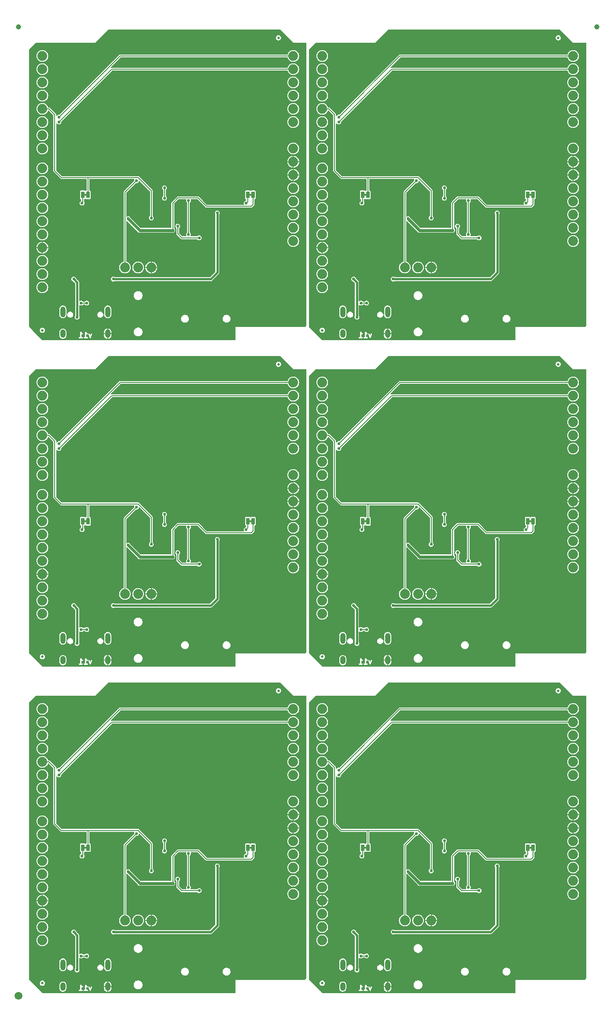
<source format=gbl>
%TF.GenerationSoftware,KiCad,Pcbnew,8.0.7*%
%TF.CreationDate,2025-01-17T14:39:43-07:00*%
%TF.ProjectId,SparkFun_Serial_MP3_Player_Shield_MY1690X_panelized,53706172-6b46-4756-9e5f-53657269616c,rev?*%
%TF.SameCoordinates,Original*%
%TF.FileFunction,Copper,L2,Bot*%
%TF.FilePolarity,Positive*%
%FSLAX46Y46*%
G04 Gerber Fmt 4.6, Leading zero omitted, Abs format (unit mm)*
G04 Created by KiCad (PCBNEW 8.0.7) date 2025-01-17 14:39:43*
%MOMM*%
%LPD*%
G01*
G04 APERTURE LIST*
%ADD10C,0.250000*%
%TA.AperFunction,EtchedComponent*%
%ADD11C,0.000000*%
%TD*%
%TA.AperFunction,SMDPad,CuDef*%
%ADD12C,1.000000*%
%TD*%
%TA.AperFunction,SMDPad,CuDef*%
%ADD13C,1.500000*%
%TD*%
%TA.AperFunction,SMDPad,CuDef*%
%ADD14R,0.660400X1.270000*%
%TD*%
%TA.AperFunction,SMDPad,CuDef*%
%ADD15C,0.500000*%
%TD*%
%TA.AperFunction,ComponentPad*%
%ADD16O,1.000000X1.600000*%
%TD*%
%TA.AperFunction,ComponentPad*%
%ADD17O,1.000000X2.100000*%
%TD*%
%TA.AperFunction,ComponentPad*%
%ADD18C,1.879600*%
%TD*%
%TA.AperFunction,ViaPad*%
%ADD19C,0.560000*%
%TD*%
%TA.AperFunction,Conductor*%
%ADD20C,0.177800*%
%TD*%
%TA.AperFunction,Conductor*%
%ADD21C,0.558800*%
%TD*%
%TA.AperFunction,Conductor*%
%ADD22C,0.406400*%
%TD*%
G04 APERTURE END LIST*
D10*
G36*
X66074132Y125712880D02*
G01*
X63244544Y125712880D01*
X63244544Y125987266D01*
X63369544Y125987266D01*
X63369544Y125938494D01*
X63388208Y125893434D01*
X63422696Y125858946D01*
X63467756Y125840282D01*
X63492142Y125837880D01*
X64063570Y125837880D01*
X64087956Y125840282D01*
X64133016Y125858946D01*
X64167504Y125893434D01*
X64186168Y125938494D01*
X64186168Y125987266D01*
X64321925Y125987266D01*
X64321925Y125938494D01*
X64340589Y125893434D01*
X64375077Y125858946D01*
X64420137Y125840282D01*
X64444523Y125837880D01*
X65015951Y125837880D01*
X65040337Y125840282D01*
X65085397Y125858946D01*
X65119885Y125893434D01*
X65138549Y125938494D01*
X65138549Y125987266D01*
X65119885Y126032326D01*
X65085397Y126066814D01*
X65040337Y126085478D01*
X65015951Y126087880D01*
X64855237Y126087880D01*
X64855237Y126619008D01*
X64864811Y126612982D01*
X64960049Y126565363D01*
X64982935Y126556605D01*
X65031584Y126553148D01*
X65077855Y126568571D01*
X65114700Y126600527D01*
X65120075Y126611278D01*
X65225627Y126611278D01*
X65231567Y126587505D01*
X65469662Y125920838D01*
X65480126Y125898681D01*
X65484336Y125894029D01*
X65487023Y125888358D01*
X65500582Y125876082D01*
X65512858Y125862523D01*
X65518530Y125859836D01*
X65523181Y125855626D01*
X65540405Y125849474D01*
X65556936Y125841644D01*
X65563201Y125841332D01*
X65569111Y125839222D01*
X65587386Y125840130D01*
X65605649Y125839223D01*
X65611555Y125841332D01*
X65617823Y125841644D01*
X65634355Y125849474D01*
X65651579Y125855626D01*
X65656230Y125859836D01*
X65661902Y125862523D01*
X65674177Y125876082D01*
X65687737Y125888358D01*
X65690423Y125894029D01*
X65694634Y125898681D01*
X65705098Y125920838D01*
X65943193Y126587505D01*
X65949132Y126611278D01*
X65946711Y126659990D01*
X65925832Y126704069D01*
X65889674Y126736801D01*
X65843744Y126753204D01*
X65795031Y126750783D01*
X65750953Y126729904D01*
X65718221Y126693746D01*
X65707757Y126671589D01*
X65587380Y126334532D01*
X65467003Y126671589D01*
X65456539Y126693746D01*
X65423807Y126729904D01*
X65379728Y126750783D01*
X65331016Y126753205D01*
X65285086Y126736801D01*
X65248928Y126704069D01*
X65228049Y126659990D01*
X65225627Y126611278D01*
X65120075Y126611278D01*
X65136511Y126644150D01*
X65139969Y126692800D01*
X65124546Y126739070D01*
X65092590Y126775915D01*
X65071852Y126788970D01*
X64994756Y126827517D01*
X64922615Y126899658D01*
X64834243Y127032218D01*
X64834187Y127032285D01*
X64834171Y127032326D01*
X64834080Y127032416D01*
X64818718Y127051176D01*
X64808433Y127058063D01*
X64799683Y127066814D01*
X64788370Y127071499D01*
X64778194Y127078315D01*
X64766055Y127080742D01*
X64754623Y127085478D01*
X64742378Y127085478D01*
X64730367Y127087880D01*
X64718225Y127085478D01*
X64705851Y127085478D01*
X64694537Y127080792D01*
X64682522Y127078415D01*
X64672223Y127071549D01*
X64660791Y127066814D01*
X64652132Y127058155D01*
X64641941Y127051361D01*
X64635053Y127041076D01*
X64626303Y127032326D01*
X64621617Y127021013D01*
X64614802Y127010837D01*
X64612374Y126998698D01*
X64607639Y126987266D01*
X64605262Y126963136D01*
X64605237Y126963010D01*
X64605245Y126962966D01*
X64605237Y126962880D01*
X64605237Y126087880D01*
X64444523Y126087880D01*
X64420137Y126085478D01*
X64375077Y126066814D01*
X64340589Y126032326D01*
X64321925Y125987266D01*
X64186168Y125987266D01*
X64167504Y126032326D01*
X64133016Y126066814D01*
X64087956Y126085478D01*
X64063570Y126087880D01*
X63902856Y126087880D01*
X63902856Y126619008D01*
X63912430Y126612982D01*
X64007668Y126565363D01*
X64030554Y126556605D01*
X64079203Y126553148D01*
X64125474Y126568571D01*
X64162319Y126600527D01*
X64184130Y126644150D01*
X64187588Y126692800D01*
X64172165Y126739070D01*
X64140209Y126775915D01*
X64119471Y126788970D01*
X64042375Y126827517D01*
X63970234Y126899658D01*
X63881862Y127032218D01*
X63881806Y127032285D01*
X63881790Y127032326D01*
X63881699Y127032416D01*
X63866337Y127051176D01*
X63856052Y127058063D01*
X63847302Y127066814D01*
X63835989Y127071499D01*
X63825813Y127078315D01*
X63813674Y127080742D01*
X63802242Y127085478D01*
X63789997Y127085478D01*
X63777986Y127087880D01*
X63765844Y127085478D01*
X63753470Y127085478D01*
X63742156Y127080792D01*
X63730141Y127078415D01*
X63719842Y127071549D01*
X63708410Y127066814D01*
X63699751Y127058155D01*
X63689560Y127051361D01*
X63682672Y127041076D01*
X63673922Y127032326D01*
X63669236Y127021013D01*
X63662421Y127010837D01*
X63659993Y126998698D01*
X63655258Y126987266D01*
X63652881Y126963136D01*
X63652856Y126963010D01*
X63652864Y126962966D01*
X63652856Y126962880D01*
X63652856Y126087880D01*
X63492142Y126087880D01*
X63467756Y126085478D01*
X63422696Y126066814D01*
X63388208Y126032326D01*
X63369544Y125987266D01*
X63244544Y125987266D01*
X63244544Y127212880D01*
X66074132Y127212880D01*
X66074132Y125712880D01*
G37*
G36*
X66074132Y62982881D02*
G01*
X63244544Y62982881D01*
X63244544Y63257267D01*
X63369544Y63257267D01*
X63369544Y63208495D01*
X63388208Y63163435D01*
X63422696Y63128947D01*
X63467756Y63110283D01*
X63492142Y63107881D01*
X64063570Y63107881D01*
X64087956Y63110283D01*
X64133016Y63128947D01*
X64167504Y63163435D01*
X64186168Y63208495D01*
X64186168Y63257267D01*
X64321925Y63257267D01*
X64321925Y63208495D01*
X64340589Y63163435D01*
X64375077Y63128947D01*
X64420137Y63110283D01*
X64444523Y63107881D01*
X65015951Y63107881D01*
X65040337Y63110283D01*
X65085397Y63128947D01*
X65119885Y63163435D01*
X65138549Y63208495D01*
X65138549Y63257267D01*
X65119885Y63302327D01*
X65085397Y63336815D01*
X65040337Y63355479D01*
X65015951Y63357881D01*
X64855237Y63357881D01*
X64855237Y63889010D01*
X64864811Y63882983D01*
X64960049Y63835364D01*
X64982935Y63826606D01*
X65031584Y63823149D01*
X65077855Y63838572D01*
X65114700Y63870528D01*
X65120075Y63881279D01*
X65225627Y63881279D01*
X65231567Y63857506D01*
X65469662Y63190839D01*
X65480126Y63168682D01*
X65484336Y63164031D01*
X65487023Y63158359D01*
X65500582Y63146084D01*
X65512858Y63132524D01*
X65518530Y63129838D01*
X65523181Y63125627D01*
X65540405Y63119476D01*
X65556936Y63111645D01*
X65563201Y63111334D01*
X65569111Y63109223D01*
X65587386Y63110132D01*
X65605649Y63109224D01*
X65611555Y63111334D01*
X65617823Y63111645D01*
X65634355Y63119476D01*
X65651579Y63125627D01*
X65656230Y63129838D01*
X65661902Y63132524D01*
X65674177Y63146084D01*
X65687737Y63158359D01*
X65690423Y63164031D01*
X65694634Y63168682D01*
X65705098Y63190839D01*
X65943193Y63857506D01*
X65949132Y63881279D01*
X65946711Y63929991D01*
X65925832Y63974070D01*
X65889674Y64006802D01*
X65843744Y64023205D01*
X65795031Y64020784D01*
X65750953Y63999905D01*
X65718221Y63963747D01*
X65707757Y63941590D01*
X65587380Y63604534D01*
X65467003Y63941590D01*
X65456539Y63963747D01*
X65423807Y63999905D01*
X65379728Y64020784D01*
X65331016Y64023206D01*
X65285086Y64006802D01*
X65248928Y63974070D01*
X65228049Y63929991D01*
X65225627Y63881279D01*
X65120075Y63881279D01*
X65136511Y63914151D01*
X65139969Y63962801D01*
X65124546Y64009071D01*
X65092590Y64045916D01*
X65071852Y64058971D01*
X64994756Y64097519D01*
X64922615Y64169660D01*
X64834243Y64302219D01*
X64834187Y64302287D01*
X64834171Y64302327D01*
X64834080Y64302418D01*
X64818718Y64321177D01*
X64808433Y64328065D01*
X64799683Y64336815D01*
X64788370Y64341501D01*
X64778194Y64348316D01*
X64766055Y64350744D01*
X64754623Y64355479D01*
X64742378Y64355479D01*
X64730367Y64357881D01*
X64718225Y64355479D01*
X64705851Y64355479D01*
X64694537Y64350794D01*
X64682522Y64348416D01*
X64672223Y64341551D01*
X64660791Y64336815D01*
X64652132Y64328156D01*
X64641941Y64321362D01*
X64635053Y64311078D01*
X64626303Y64302327D01*
X64621617Y64291015D01*
X64614802Y64280838D01*
X64612374Y64268700D01*
X64607639Y64257267D01*
X64605262Y64233138D01*
X64605237Y64233011D01*
X64605245Y64232968D01*
X64605237Y64232881D01*
X64605237Y63357881D01*
X64444523Y63357881D01*
X64420137Y63355479D01*
X64375077Y63336815D01*
X64340589Y63302327D01*
X64321925Y63257267D01*
X64186168Y63257267D01*
X64167504Y63302327D01*
X64133016Y63336815D01*
X64087956Y63355479D01*
X64063570Y63357881D01*
X63902856Y63357881D01*
X63902856Y63889010D01*
X63912430Y63882983D01*
X64007668Y63835364D01*
X64030554Y63826606D01*
X64079203Y63823149D01*
X64125474Y63838572D01*
X64162319Y63870528D01*
X64184130Y63914151D01*
X64187588Y63962801D01*
X64172165Y64009071D01*
X64140209Y64045916D01*
X64119471Y64058971D01*
X64042375Y64097519D01*
X63970234Y64169660D01*
X63881862Y64302219D01*
X63881806Y64302287D01*
X63881790Y64302327D01*
X63881699Y64302418D01*
X63866337Y64321177D01*
X63856052Y64328065D01*
X63847302Y64336815D01*
X63835989Y64341501D01*
X63825813Y64348316D01*
X63813674Y64350744D01*
X63802242Y64355479D01*
X63789997Y64355479D01*
X63777986Y64357881D01*
X63765844Y64355479D01*
X63753470Y64355479D01*
X63742156Y64350794D01*
X63730141Y64348416D01*
X63719842Y64341551D01*
X63708410Y64336815D01*
X63699751Y64328156D01*
X63689560Y64321362D01*
X63682672Y64311078D01*
X63673922Y64302327D01*
X63669236Y64291015D01*
X63662421Y64280838D01*
X63659993Y64268700D01*
X63655258Y64257267D01*
X63652881Y64233138D01*
X63652856Y64233011D01*
X63652864Y64232968D01*
X63652856Y64232881D01*
X63652856Y63357881D01*
X63492142Y63357881D01*
X63467756Y63355479D01*
X63422696Y63336815D01*
X63388208Y63302327D01*
X63369544Y63257267D01*
X63244544Y63257267D01*
X63244544Y64482881D01*
X66074132Y64482881D01*
X66074132Y62982881D01*
G37*
G36*
X66074132Y252881D02*
G01*
X63244544Y252881D01*
X63244544Y527267D01*
X63369544Y527267D01*
X63369544Y478495D01*
X63388208Y433435D01*
X63422696Y398947D01*
X63467756Y380283D01*
X63492142Y377881D01*
X64063570Y377881D01*
X64087956Y380283D01*
X64133016Y398947D01*
X64167504Y433435D01*
X64186168Y478495D01*
X64186168Y527267D01*
X64321925Y527267D01*
X64321925Y478495D01*
X64340589Y433435D01*
X64375077Y398947D01*
X64420137Y380283D01*
X64444523Y377881D01*
X65015951Y377881D01*
X65040337Y380283D01*
X65085397Y398947D01*
X65119885Y433435D01*
X65138549Y478495D01*
X65138549Y527267D01*
X65119885Y572327D01*
X65085397Y606815D01*
X65040337Y625479D01*
X65015951Y627881D01*
X64855237Y627881D01*
X64855237Y1159010D01*
X64864811Y1152983D01*
X64960049Y1105364D01*
X64982935Y1096606D01*
X65031584Y1093149D01*
X65077855Y1108572D01*
X65114700Y1140528D01*
X65120075Y1151279D01*
X65225627Y1151279D01*
X65231567Y1127506D01*
X65469662Y460839D01*
X65480126Y438682D01*
X65484336Y434031D01*
X65487023Y428359D01*
X65500582Y416084D01*
X65512858Y402524D01*
X65518530Y399838D01*
X65523181Y395627D01*
X65540405Y389476D01*
X65556936Y381645D01*
X65563201Y381334D01*
X65569111Y379223D01*
X65587386Y380132D01*
X65605649Y379224D01*
X65611555Y381334D01*
X65617823Y381645D01*
X65634355Y389476D01*
X65651579Y395627D01*
X65656230Y399838D01*
X65661902Y402524D01*
X65674177Y416084D01*
X65687737Y428359D01*
X65690423Y434031D01*
X65694634Y438682D01*
X65705098Y460839D01*
X65943193Y1127506D01*
X65949132Y1151279D01*
X65946711Y1199991D01*
X65925832Y1244070D01*
X65889674Y1276802D01*
X65843744Y1293205D01*
X65795031Y1290784D01*
X65750953Y1269905D01*
X65718221Y1233747D01*
X65707757Y1211590D01*
X65587380Y874534D01*
X65467003Y1211590D01*
X65456539Y1233747D01*
X65423807Y1269905D01*
X65379728Y1290784D01*
X65331016Y1293206D01*
X65285086Y1276802D01*
X65248928Y1244070D01*
X65228049Y1199991D01*
X65225627Y1151279D01*
X65120075Y1151279D01*
X65136511Y1184151D01*
X65139969Y1232801D01*
X65124546Y1279071D01*
X65092590Y1315916D01*
X65071852Y1328971D01*
X64994756Y1367519D01*
X64922615Y1439660D01*
X64834243Y1572219D01*
X64834187Y1572287D01*
X64834171Y1572327D01*
X64834080Y1572418D01*
X64818718Y1591177D01*
X64808433Y1598065D01*
X64799683Y1606815D01*
X64788370Y1611501D01*
X64778194Y1618316D01*
X64766055Y1620744D01*
X64754623Y1625479D01*
X64742378Y1625479D01*
X64730367Y1627881D01*
X64718225Y1625479D01*
X64705851Y1625479D01*
X64694537Y1620794D01*
X64682522Y1618416D01*
X64672223Y1611551D01*
X64660791Y1606815D01*
X64652132Y1598156D01*
X64641941Y1591362D01*
X64635053Y1581078D01*
X64626303Y1572327D01*
X64621617Y1561015D01*
X64614802Y1550838D01*
X64612374Y1538700D01*
X64607639Y1527267D01*
X64605262Y1503138D01*
X64605237Y1503011D01*
X64605245Y1502968D01*
X64605237Y1502881D01*
X64605237Y627881D01*
X64444523Y627881D01*
X64420137Y625479D01*
X64375077Y606815D01*
X64340589Y572327D01*
X64321925Y527267D01*
X64186168Y527267D01*
X64167504Y572327D01*
X64133016Y606815D01*
X64087956Y625479D01*
X64063570Y627881D01*
X63902856Y627881D01*
X63902856Y1159010D01*
X63912430Y1152983D01*
X64007668Y1105364D01*
X64030554Y1096606D01*
X64079203Y1093149D01*
X64125474Y1108572D01*
X64162319Y1140528D01*
X64184130Y1184151D01*
X64187588Y1232801D01*
X64172165Y1279071D01*
X64140209Y1315916D01*
X64119471Y1328971D01*
X64042375Y1367519D01*
X63970234Y1439660D01*
X63881862Y1572219D01*
X63881806Y1572287D01*
X63881790Y1572327D01*
X63881699Y1572418D01*
X63866337Y1591177D01*
X63856052Y1598065D01*
X63847302Y1606815D01*
X63835989Y1611501D01*
X63825813Y1618316D01*
X63813674Y1620744D01*
X63802242Y1625479D01*
X63789997Y1625479D01*
X63777986Y1627881D01*
X63765844Y1625479D01*
X63753470Y1625479D01*
X63742156Y1620794D01*
X63730141Y1618416D01*
X63719842Y1611551D01*
X63708410Y1606815D01*
X63699751Y1598156D01*
X63689560Y1591362D01*
X63682672Y1581078D01*
X63673922Y1572327D01*
X63669236Y1561015D01*
X63662421Y1550838D01*
X63659993Y1538700D01*
X63655258Y1527267D01*
X63652881Y1503138D01*
X63652856Y1503011D01*
X63652864Y1502968D01*
X63652856Y1502881D01*
X63652856Y627881D01*
X63492142Y627881D01*
X63467756Y625479D01*
X63422696Y606815D01*
X63388208Y572327D01*
X63369544Y527267D01*
X63244544Y527267D01*
X63244544Y1752881D01*
X66074132Y1752881D01*
X66074132Y252881D01*
G37*
G36*
X12234132Y125712880D02*
G01*
X9404544Y125712880D01*
X9404544Y125987266D01*
X9529544Y125987266D01*
X9529544Y125938494D01*
X9548208Y125893434D01*
X9582696Y125858946D01*
X9627756Y125840282D01*
X9652142Y125837880D01*
X10223570Y125837880D01*
X10247956Y125840282D01*
X10293016Y125858946D01*
X10327504Y125893434D01*
X10346168Y125938494D01*
X10346168Y125987266D01*
X10481925Y125987266D01*
X10481925Y125938494D01*
X10500589Y125893434D01*
X10535077Y125858946D01*
X10580137Y125840282D01*
X10604523Y125837880D01*
X11175951Y125837880D01*
X11200337Y125840282D01*
X11245397Y125858946D01*
X11279885Y125893434D01*
X11298549Y125938494D01*
X11298549Y125987266D01*
X11279885Y126032326D01*
X11245397Y126066814D01*
X11200337Y126085478D01*
X11175951Y126087880D01*
X11015237Y126087880D01*
X11015237Y126619008D01*
X11024811Y126612982D01*
X11120049Y126565363D01*
X11142935Y126556605D01*
X11191584Y126553148D01*
X11237855Y126568571D01*
X11274700Y126600527D01*
X11280075Y126611278D01*
X11385627Y126611278D01*
X11391567Y126587505D01*
X11629662Y125920838D01*
X11640126Y125898681D01*
X11644336Y125894029D01*
X11647023Y125888358D01*
X11660582Y125876082D01*
X11672858Y125862523D01*
X11678530Y125859836D01*
X11683181Y125855626D01*
X11700405Y125849474D01*
X11716936Y125841644D01*
X11723201Y125841332D01*
X11729111Y125839222D01*
X11747386Y125840130D01*
X11765649Y125839223D01*
X11771555Y125841332D01*
X11777823Y125841644D01*
X11794355Y125849474D01*
X11811579Y125855626D01*
X11816230Y125859836D01*
X11821902Y125862523D01*
X11834177Y125876082D01*
X11847737Y125888358D01*
X11850423Y125894029D01*
X11854634Y125898681D01*
X11865098Y125920838D01*
X12103193Y126587505D01*
X12109132Y126611278D01*
X12106711Y126659990D01*
X12085832Y126704069D01*
X12049674Y126736801D01*
X12003744Y126753204D01*
X11955031Y126750783D01*
X11910953Y126729904D01*
X11878221Y126693746D01*
X11867757Y126671589D01*
X11747380Y126334532D01*
X11627003Y126671589D01*
X11616539Y126693746D01*
X11583807Y126729904D01*
X11539728Y126750783D01*
X11491016Y126753205D01*
X11445086Y126736801D01*
X11408928Y126704069D01*
X11388049Y126659990D01*
X11385627Y126611278D01*
X11280075Y126611278D01*
X11296511Y126644150D01*
X11299969Y126692800D01*
X11284546Y126739070D01*
X11252590Y126775915D01*
X11231852Y126788970D01*
X11154756Y126827517D01*
X11082615Y126899658D01*
X10994243Y127032218D01*
X10994187Y127032285D01*
X10994171Y127032326D01*
X10994080Y127032416D01*
X10978718Y127051176D01*
X10968433Y127058063D01*
X10959683Y127066814D01*
X10948370Y127071499D01*
X10938194Y127078315D01*
X10926055Y127080742D01*
X10914623Y127085478D01*
X10902378Y127085478D01*
X10890367Y127087880D01*
X10878225Y127085478D01*
X10865851Y127085478D01*
X10854537Y127080792D01*
X10842522Y127078415D01*
X10832223Y127071549D01*
X10820791Y127066814D01*
X10812132Y127058155D01*
X10801941Y127051361D01*
X10795053Y127041076D01*
X10786303Y127032326D01*
X10781617Y127021013D01*
X10774802Y127010837D01*
X10772374Y126998698D01*
X10767639Y126987266D01*
X10765262Y126963136D01*
X10765237Y126963010D01*
X10765245Y126962966D01*
X10765237Y126962880D01*
X10765237Y126087880D01*
X10604523Y126087880D01*
X10580137Y126085478D01*
X10535077Y126066814D01*
X10500589Y126032326D01*
X10481925Y125987266D01*
X10346168Y125987266D01*
X10327504Y126032326D01*
X10293016Y126066814D01*
X10247956Y126085478D01*
X10223570Y126087880D01*
X10062856Y126087880D01*
X10062856Y126619008D01*
X10072430Y126612982D01*
X10167668Y126565363D01*
X10190554Y126556605D01*
X10239203Y126553148D01*
X10285474Y126568571D01*
X10322319Y126600527D01*
X10344130Y126644150D01*
X10347588Y126692800D01*
X10332165Y126739070D01*
X10300209Y126775915D01*
X10279471Y126788970D01*
X10202375Y126827517D01*
X10130234Y126899658D01*
X10041862Y127032218D01*
X10041806Y127032285D01*
X10041790Y127032326D01*
X10041699Y127032416D01*
X10026337Y127051176D01*
X10016052Y127058063D01*
X10007302Y127066814D01*
X9995989Y127071499D01*
X9985813Y127078315D01*
X9973674Y127080742D01*
X9962242Y127085478D01*
X9949997Y127085478D01*
X9937986Y127087880D01*
X9925844Y127085478D01*
X9913470Y127085478D01*
X9902156Y127080792D01*
X9890141Y127078415D01*
X9879842Y127071549D01*
X9868410Y127066814D01*
X9859751Y127058155D01*
X9849560Y127051361D01*
X9842672Y127041076D01*
X9833922Y127032326D01*
X9829236Y127021013D01*
X9822421Y127010837D01*
X9819993Y126998698D01*
X9815258Y126987266D01*
X9812881Y126963136D01*
X9812856Y126963010D01*
X9812864Y126962966D01*
X9812856Y126962880D01*
X9812856Y126087880D01*
X9652142Y126087880D01*
X9627756Y126085478D01*
X9582696Y126066814D01*
X9548208Y126032326D01*
X9529544Y125987266D01*
X9404544Y125987266D01*
X9404544Y127212880D01*
X12234132Y127212880D01*
X12234132Y125712880D01*
G37*
G36*
X12234132Y62982881D02*
G01*
X9404544Y62982881D01*
X9404544Y63257267D01*
X9529544Y63257267D01*
X9529544Y63208495D01*
X9548208Y63163435D01*
X9582696Y63128947D01*
X9627756Y63110283D01*
X9652142Y63107881D01*
X10223570Y63107881D01*
X10247956Y63110283D01*
X10293016Y63128947D01*
X10327504Y63163435D01*
X10346168Y63208495D01*
X10346168Y63257267D01*
X10481925Y63257267D01*
X10481925Y63208495D01*
X10500589Y63163435D01*
X10535077Y63128947D01*
X10580137Y63110283D01*
X10604523Y63107881D01*
X11175951Y63107881D01*
X11200337Y63110283D01*
X11245397Y63128947D01*
X11279885Y63163435D01*
X11298549Y63208495D01*
X11298549Y63257267D01*
X11279885Y63302327D01*
X11245397Y63336815D01*
X11200337Y63355479D01*
X11175951Y63357881D01*
X11015237Y63357881D01*
X11015237Y63889010D01*
X11024811Y63882983D01*
X11120049Y63835364D01*
X11142935Y63826606D01*
X11191584Y63823149D01*
X11237855Y63838572D01*
X11274700Y63870528D01*
X11280075Y63881279D01*
X11385627Y63881279D01*
X11391567Y63857506D01*
X11629662Y63190839D01*
X11640126Y63168682D01*
X11644336Y63164031D01*
X11647023Y63158359D01*
X11660582Y63146084D01*
X11672858Y63132524D01*
X11678530Y63129838D01*
X11683181Y63125627D01*
X11700405Y63119476D01*
X11716936Y63111645D01*
X11723201Y63111334D01*
X11729111Y63109223D01*
X11747386Y63110132D01*
X11765649Y63109224D01*
X11771555Y63111334D01*
X11777823Y63111645D01*
X11794355Y63119476D01*
X11811579Y63125627D01*
X11816230Y63129838D01*
X11821902Y63132524D01*
X11834177Y63146084D01*
X11847737Y63158359D01*
X11850423Y63164031D01*
X11854634Y63168682D01*
X11865098Y63190839D01*
X12103193Y63857506D01*
X12109132Y63881279D01*
X12106711Y63929991D01*
X12085832Y63974070D01*
X12049674Y64006802D01*
X12003744Y64023205D01*
X11955031Y64020784D01*
X11910953Y63999905D01*
X11878221Y63963747D01*
X11867757Y63941590D01*
X11747380Y63604534D01*
X11627003Y63941590D01*
X11616539Y63963747D01*
X11583807Y63999905D01*
X11539728Y64020784D01*
X11491016Y64023206D01*
X11445086Y64006802D01*
X11408928Y63974070D01*
X11388049Y63929991D01*
X11385627Y63881279D01*
X11280075Y63881279D01*
X11296511Y63914151D01*
X11299969Y63962801D01*
X11284546Y64009071D01*
X11252590Y64045916D01*
X11231852Y64058971D01*
X11154756Y64097519D01*
X11082615Y64169660D01*
X10994243Y64302219D01*
X10994187Y64302287D01*
X10994171Y64302327D01*
X10994080Y64302418D01*
X10978718Y64321177D01*
X10968433Y64328065D01*
X10959683Y64336815D01*
X10948370Y64341501D01*
X10938194Y64348316D01*
X10926055Y64350744D01*
X10914623Y64355479D01*
X10902378Y64355479D01*
X10890367Y64357881D01*
X10878225Y64355479D01*
X10865851Y64355479D01*
X10854537Y64350794D01*
X10842522Y64348416D01*
X10832223Y64341551D01*
X10820791Y64336815D01*
X10812132Y64328156D01*
X10801941Y64321362D01*
X10795053Y64311078D01*
X10786303Y64302327D01*
X10781617Y64291015D01*
X10774802Y64280838D01*
X10772374Y64268700D01*
X10767639Y64257267D01*
X10765262Y64233138D01*
X10765237Y64233011D01*
X10765245Y64232968D01*
X10765237Y64232881D01*
X10765237Y63357881D01*
X10604523Y63357881D01*
X10580137Y63355479D01*
X10535077Y63336815D01*
X10500589Y63302327D01*
X10481925Y63257267D01*
X10346168Y63257267D01*
X10327504Y63302327D01*
X10293016Y63336815D01*
X10247956Y63355479D01*
X10223570Y63357881D01*
X10062856Y63357881D01*
X10062856Y63889010D01*
X10072430Y63882983D01*
X10167668Y63835364D01*
X10190554Y63826606D01*
X10239203Y63823149D01*
X10285474Y63838572D01*
X10322319Y63870528D01*
X10344130Y63914151D01*
X10347588Y63962801D01*
X10332165Y64009071D01*
X10300209Y64045916D01*
X10279471Y64058971D01*
X10202375Y64097519D01*
X10130234Y64169660D01*
X10041862Y64302219D01*
X10041806Y64302287D01*
X10041790Y64302327D01*
X10041699Y64302418D01*
X10026337Y64321177D01*
X10016052Y64328065D01*
X10007302Y64336815D01*
X9995989Y64341501D01*
X9985813Y64348316D01*
X9973674Y64350744D01*
X9962242Y64355479D01*
X9949997Y64355479D01*
X9937986Y64357881D01*
X9925844Y64355479D01*
X9913470Y64355479D01*
X9902156Y64350794D01*
X9890141Y64348416D01*
X9879842Y64341551D01*
X9868410Y64336815D01*
X9859751Y64328156D01*
X9849560Y64321362D01*
X9842672Y64311078D01*
X9833922Y64302327D01*
X9829236Y64291015D01*
X9822421Y64280838D01*
X9819993Y64268700D01*
X9815258Y64257267D01*
X9812881Y64233138D01*
X9812856Y64233011D01*
X9812864Y64232968D01*
X9812856Y64232881D01*
X9812856Y63357881D01*
X9652142Y63357881D01*
X9627756Y63355479D01*
X9582696Y63336815D01*
X9548208Y63302327D01*
X9529544Y63257267D01*
X9404544Y63257267D01*
X9404544Y64482881D01*
X12234132Y64482881D01*
X12234132Y62982881D01*
G37*
G36*
X12234132Y252881D02*
G01*
X9404544Y252881D01*
X9404544Y527267D01*
X9529544Y527267D01*
X9529544Y478495D01*
X9548208Y433435D01*
X9582696Y398947D01*
X9627756Y380283D01*
X9652142Y377881D01*
X10223570Y377881D01*
X10247956Y380283D01*
X10293016Y398947D01*
X10327504Y433435D01*
X10346168Y478495D01*
X10346168Y527267D01*
X10481925Y527267D01*
X10481925Y478495D01*
X10500589Y433435D01*
X10535077Y398947D01*
X10580137Y380283D01*
X10604523Y377881D01*
X11175951Y377881D01*
X11200337Y380283D01*
X11245397Y398947D01*
X11279885Y433435D01*
X11298549Y478495D01*
X11298549Y527267D01*
X11279885Y572327D01*
X11245397Y606815D01*
X11200337Y625479D01*
X11175951Y627881D01*
X11015237Y627881D01*
X11015237Y1159010D01*
X11024811Y1152983D01*
X11120049Y1105364D01*
X11142935Y1096606D01*
X11191584Y1093149D01*
X11237855Y1108572D01*
X11274700Y1140528D01*
X11280075Y1151279D01*
X11385627Y1151279D01*
X11391567Y1127506D01*
X11629662Y460839D01*
X11640126Y438682D01*
X11644336Y434031D01*
X11647023Y428359D01*
X11660582Y416084D01*
X11672858Y402524D01*
X11678530Y399838D01*
X11683181Y395627D01*
X11700405Y389476D01*
X11716936Y381645D01*
X11723201Y381334D01*
X11729111Y379223D01*
X11747386Y380132D01*
X11765649Y379224D01*
X11771555Y381334D01*
X11777823Y381645D01*
X11794355Y389476D01*
X11811579Y395627D01*
X11816230Y399838D01*
X11821902Y402524D01*
X11834177Y416084D01*
X11847737Y428359D01*
X11850423Y434031D01*
X11854634Y438682D01*
X11865098Y460839D01*
X12103193Y1127506D01*
X12109132Y1151279D01*
X12106711Y1199991D01*
X12085832Y1244070D01*
X12049674Y1276802D01*
X12003744Y1293205D01*
X11955031Y1290784D01*
X11910953Y1269905D01*
X11878221Y1233747D01*
X11867757Y1211590D01*
X11747380Y874534D01*
X11627003Y1211590D01*
X11616539Y1233747D01*
X11583807Y1269905D01*
X11539728Y1290784D01*
X11491016Y1293206D01*
X11445086Y1276802D01*
X11408928Y1244070D01*
X11388049Y1199991D01*
X11385627Y1151279D01*
X11280075Y1151279D01*
X11296511Y1184151D01*
X11299969Y1232801D01*
X11284546Y1279071D01*
X11252590Y1315916D01*
X11231852Y1328971D01*
X11154756Y1367519D01*
X11082615Y1439660D01*
X10994243Y1572219D01*
X10994187Y1572287D01*
X10994171Y1572327D01*
X10994080Y1572418D01*
X10978718Y1591177D01*
X10968433Y1598065D01*
X10959683Y1606815D01*
X10948370Y1611501D01*
X10938194Y1618316D01*
X10926055Y1620744D01*
X10914623Y1625479D01*
X10902378Y1625479D01*
X10890367Y1627881D01*
X10878225Y1625479D01*
X10865851Y1625479D01*
X10854537Y1620794D01*
X10842522Y1618416D01*
X10832223Y1611551D01*
X10820791Y1606815D01*
X10812132Y1598156D01*
X10801941Y1591362D01*
X10795053Y1581078D01*
X10786303Y1572327D01*
X10781617Y1561015D01*
X10774802Y1550838D01*
X10772374Y1538700D01*
X10767639Y1527267D01*
X10765262Y1503138D01*
X10765237Y1503011D01*
X10765245Y1502968D01*
X10765237Y1502881D01*
X10765237Y627881D01*
X10604523Y627881D01*
X10580137Y625479D01*
X10535077Y606815D01*
X10500589Y572327D01*
X10481925Y527267D01*
X10346168Y527267D01*
X10327504Y572327D01*
X10293016Y606815D01*
X10247956Y625479D01*
X10223570Y627881D01*
X10062856Y627881D01*
X10062856Y1159010D01*
X10072430Y1152983D01*
X10167668Y1105364D01*
X10190554Y1096606D01*
X10239203Y1093149D01*
X10285474Y1108572D01*
X10322319Y1140528D01*
X10344130Y1184151D01*
X10347588Y1232801D01*
X10332165Y1279071D01*
X10300209Y1315916D01*
X10279471Y1328971D01*
X10202375Y1367519D01*
X10130234Y1439660D01*
X10041862Y1572219D01*
X10041806Y1572287D01*
X10041790Y1572327D01*
X10041699Y1572418D01*
X10026337Y1591177D01*
X10016052Y1598065D01*
X10007302Y1606815D01*
X9995989Y1611501D01*
X9985813Y1618316D01*
X9973674Y1620744D01*
X9962242Y1625479D01*
X9949997Y1625479D01*
X9937986Y1627881D01*
X9925844Y1625479D01*
X9913470Y1625479D01*
X9902156Y1620794D01*
X9890141Y1618416D01*
X9879842Y1611551D01*
X9868410Y1606815D01*
X9859751Y1598156D01*
X9849560Y1591362D01*
X9842672Y1581078D01*
X9833922Y1572327D01*
X9829236Y1561015D01*
X9822421Y1550838D01*
X9819993Y1538700D01*
X9815258Y1527267D01*
X9812881Y1503138D01*
X9812856Y1503011D01*
X9812864Y1502968D01*
X9812856Y1502881D01*
X9812856Y627881D01*
X9652142Y627881D01*
X9627756Y625479D01*
X9582696Y606815D01*
X9548208Y572327D01*
X9529544Y527267D01*
X9404544Y527267D01*
X9404544Y1752881D01*
X12234132Y1752881D01*
X12234132Y252881D01*
G37*
D11*
%TA.AperFunction,EtchedComponent*%
%TO.C,JP2*%
G36*
X96635000Y153250000D02*
G01*
X96135000Y153250000D01*
X96135000Y153550000D01*
X96635000Y153550000D01*
X96635000Y153250000D01*
G37*
%TD.AperFunction*%
%TA.AperFunction,EtchedComponent*%
G36*
X96635000Y90520000D02*
G01*
X96135000Y90520000D01*
X96135000Y90820000D01*
X96635000Y90820000D01*
X96635000Y90520000D01*
G37*
%TD.AperFunction*%
%TA.AperFunction,EtchedComponent*%
G36*
X96635000Y27790000D02*
G01*
X96135000Y27790000D01*
X96135000Y28090000D01*
X96635000Y28090000D01*
X96635000Y27790000D01*
G37*
%TD.AperFunction*%
%TA.AperFunction,EtchedComponent*%
G36*
X42795000Y153250000D02*
G01*
X42295000Y153250000D01*
X42295000Y153550000D01*
X42795000Y153550000D01*
X42795000Y153250000D01*
G37*
%TD.AperFunction*%
%TA.AperFunction,EtchedComponent*%
G36*
X42795000Y90520000D02*
G01*
X42295000Y90520000D01*
X42295000Y90820000D01*
X42795000Y90820000D01*
X42795000Y90520000D01*
G37*
%TD.AperFunction*%
%TA.AperFunction,EtchedComponent*%
%TO.C,JP1*%
G36*
X64885000Y153250000D02*
G01*
X64385000Y153250000D01*
X64385000Y153550000D01*
X64885000Y153550000D01*
X64885000Y153250000D01*
G37*
%TD.AperFunction*%
%TA.AperFunction,EtchedComponent*%
G36*
X64885000Y90520000D02*
G01*
X64385000Y90520000D01*
X64385000Y90820000D01*
X64885000Y90820000D01*
X64885000Y90520000D01*
G37*
%TD.AperFunction*%
%TA.AperFunction,EtchedComponent*%
G36*
X64885000Y27790000D02*
G01*
X64385000Y27790000D01*
X64385000Y28090000D01*
X64885000Y28090000D01*
X64885000Y27790000D01*
G37*
%TD.AperFunction*%
%TA.AperFunction,EtchedComponent*%
G36*
X11045000Y153250000D02*
G01*
X10545000Y153250000D01*
X10545000Y153550000D01*
X11045000Y153550000D01*
X11045000Y153250000D01*
G37*
%TD.AperFunction*%
%TA.AperFunction,EtchedComponent*%
G36*
X11045000Y90520000D02*
G01*
X10545000Y90520000D01*
X10545000Y90820000D01*
X11045000Y90820000D01*
X11045000Y90520000D01*
G37*
%TD.AperFunction*%
%TA.AperFunction,EtchedComponent*%
G36*
X11045000Y27790000D02*
G01*
X10545000Y27790000D01*
X10545000Y28090000D01*
X11045000Y28090000D01*
X11045000Y27790000D01*
G37*
%TD.AperFunction*%
%TA.AperFunction,EtchedComponent*%
%TO.C,JP2*%
G36*
X42795000Y27790000D02*
G01*
X42295000Y27790000D01*
X42295000Y28090000D01*
X42795000Y28090000D01*
X42795000Y27790000D01*
G37*
%TD.AperFunction*%
%TD*%
D12*
%TO.P,,*%
%TO.N,*%
X109228600Y185651100D03*
%TD*%
%TO.P,,*%
%TO.N,*%
X-2048600Y185651100D03*
%TD*%
D13*
%TO.P,,*%
%TO.N,*%
X-2048600Y-501100D03*
%TD*%
D14*
%TO.P,JP2,1,A*%
%TO.N,Net-(JP2-A)*%
X95864300Y153400000D03*
%TO.P,JP2,2,B*%
%TO.N,3.3V_P*%
X96905700Y153400000D03*
%TD*%
%TO.P,JP2,1,A*%
%TO.N,Net-(JP2-A)*%
X95864300Y90670000D03*
%TO.P,JP2,2,B*%
%TO.N,3.3V_P*%
X96905700Y90670000D03*
%TD*%
%TO.P,JP2,1,A*%
%TO.N,Net-(JP2-A)*%
X95864300Y27940000D03*
%TO.P,JP2,2,B*%
%TO.N,3.3V_P*%
X96905700Y27940000D03*
%TD*%
%TO.P,JP2,1,A*%
%TO.N,Net-(JP2-A)*%
X42024300Y153400000D03*
%TO.P,JP2,2,B*%
%TO.N,3.3V_P*%
X43065700Y153400000D03*
%TD*%
%TO.P,JP2,1,A*%
%TO.N,Net-(JP2-A)*%
X42024300Y90670000D03*
%TO.P,JP2,2,B*%
%TO.N,3.3V_P*%
X43065700Y90670000D03*
%TD*%
D15*
%TO.P,FID1,*%
%TO.N,*%
X101782500Y183562500D03*
%TD*%
%TO.P,FID1,*%
%TO.N,*%
X101782500Y120832500D03*
%TD*%
%TO.P,FID1,*%
%TO.N,*%
X101782500Y58102500D03*
%TD*%
%TO.P,FID1,*%
%TO.N,*%
X47942500Y183562500D03*
%TD*%
%TO.P,FID1,*%
%TO.N,*%
X47942500Y120832500D03*
%TD*%
%TO.P,FID2,*%
%TO.N,*%
X56380000Y127365000D03*
%TD*%
%TO.P,FID2,*%
%TO.N,*%
X56380000Y64635000D03*
%TD*%
%TO.P,FID2,*%
%TO.N,*%
X56380000Y1905000D03*
%TD*%
%TO.P,FID2,*%
%TO.N,*%
X2540000Y127365000D03*
%TD*%
%TO.P,FID2,*%
%TO.N,*%
X2540000Y64635000D03*
%TD*%
D16*
%TO.P,J4,NC1,NC*%
%TO.N,unconnected-(J4-NC-PadNC1)*%
X60317000Y126715000D03*
D17*
%TO.P,J4,NC2,NC*%
%TO.N,unconnected-(J4-NC-PadNC2)*%
X60317000Y130895000D03*
%TO.P,J4,NC3,NC*%
%TO.N,unconnected-(J4-NC-PadNC3)*%
X68953000Y130895000D03*
D16*
%TO.P,J4,S,SHIELD*%
%TO.N,GND*%
X68953000Y126715000D03*
%TD*%
%TO.P,J4,NC1,NC*%
%TO.N,unconnected-(J4-NC-PadNC1)*%
X60317000Y63985000D03*
D17*
%TO.P,J4,NC2,NC*%
%TO.N,unconnected-(J4-NC-PadNC2)*%
X60317000Y68165000D03*
%TO.P,J4,NC3,NC*%
%TO.N,unconnected-(J4-NC-PadNC3)*%
X68953000Y68165000D03*
D16*
%TO.P,J4,S,SHIELD*%
%TO.N,GND*%
X68953000Y63985000D03*
%TD*%
%TO.P,J4,NC1,NC*%
%TO.N,unconnected-(J4-NC-PadNC1)*%
X60317000Y1255000D03*
D17*
%TO.P,J4,NC2,NC*%
%TO.N,unconnected-(J4-NC-PadNC2)*%
X60317000Y5435000D03*
%TO.P,J4,NC3,NC*%
%TO.N,unconnected-(J4-NC-PadNC3)*%
X68953000Y5435000D03*
D16*
%TO.P,J4,S,SHIELD*%
%TO.N,GND*%
X68953000Y1255000D03*
%TD*%
%TO.P,J4,NC1,NC*%
%TO.N,unconnected-(J4-NC-PadNC1)*%
X6477000Y126715000D03*
D17*
%TO.P,J4,NC2,NC*%
%TO.N,unconnected-(J4-NC-PadNC2)*%
X6477000Y130895000D03*
%TO.P,J4,NC3,NC*%
%TO.N,unconnected-(J4-NC-PadNC3)*%
X15113000Y130895000D03*
D16*
%TO.P,J4,S,SHIELD*%
%TO.N,GND*%
X15113000Y126715000D03*
%TD*%
%TO.P,J4,NC1,NC*%
%TO.N,unconnected-(J4-NC-PadNC1)*%
X6477000Y63985000D03*
D17*
%TO.P,J4,NC2,NC*%
%TO.N,unconnected-(J4-NC-PadNC2)*%
X6477000Y68165000D03*
%TO.P,J4,NC3,NC*%
%TO.N,unconnected-(J4-NC-PadNC3)*%
X15113000Y68165000D03*
D16*
%TO.P,J4,S,SHIELD*%
%TO.N,GND*%
X15113000Y63985000D03*
%TD*%
D18*
%TO.P,B1,~{RESET},~{RESET}*%
%TO.N,Net-(B1-Pad~{RESET})*%
X104640000Y149590000D03*
%TO.P,B1,VIN,VIN*%
%TO.N,unconnected-(B1-PadVIN)*%
X104640000Y162290000D03*
%TO.P,B1,NC,NC*%
%TO.N,unconnected-(B1-PadNC)*%
X104640000Y144510000D03*
%TO.P,B1,IOREF,IOREF*%
%TO.N,unconnected-(B1-PadIOREF)*%
X104640000Y147050000D03*
%TO.P,B1,GND,GND*%
%TO.N,GND*%
X104640000Y157210000D03*
X104640000Y159750000D03*
X56380000Y143240000D03*
%TO.P,B1,D13,D13/SCK*%
%TO.N,unconnected-(B1-D13{slash}SCK-PadD13)*%
X56380000Y145780000D03*
%TO.P,B1,D12,D12/POCI*%
%TO.N,unconnected-(B1-D12{slash}POCI-PadD12)*%
X56380000Y148320000D03*
%TO.P,B1,D11,\u002AD11/PICO*%
%TO.N,unconnected-(B1-\u002AD11{slash}PICO-PadD11)*%
X56380000Y150860000D03*
%TO.P,B1,D10,\u002AD10*%
%TO.N,unconnected-(B1-\u002AD10-PadD10)*%
X56380000Y153400000D03*
%TO.P,B1,D9,\u002AD9*%
%TO.N,unconnected-(B1-\u002AD9-PadD9)*%
X56380000Y155940000D03*
%TO.P,B1,D8,D8*%
%TO.N,unconnected-(B1-PadD8)*%
X56380000Y158480000D03*
%TO.P,B1,D7,D7*%
%TO.N,unconnected-(B1-PadD7)*%
X56380000Y162290000D03*
%TO.P,B1,D6,\u002AD6*%
%TO.N,unconnected-(B1-\u002AD6-PadD6)*%
X56380000Y164830000D03*
%TO.P,B1,D5,\u002AD5*%
%TO.N,unconnected-(B1-\u002AD5-PadD5)*%
X56380000Y167370000D03*
%TO.P,B1,D4,D4*%
%TO.N,BUSY*%
X56380000Y169910000D03*
%TO.P,B1,D3,\u002AD3*%
%TO.N,MY_RX*%
X56380000Y172450000D03*
%TO.P,B1,D2,D2*%
%TO.N,MY_TX*%
X56380000Y174990000D03*
%TO.P,B1,D1/RXI,D1/RXI*%
%TO.N,unconnected-(B1-PadD1{slash}RXI)*%
X56380000Y177530000D03*
%TO.P,B1,D0/TXO,D0/TXO*%
%TO.N,unconnected-(B1-PadD0{slash}TXO)*%
X56380000Y180070000D03*
%TO.P,B1,AREF,AREF*%
%TO.N,unconnected-(B1-PadAREF)*%
X56380000Y140700000D03*
%TO.P,B1,A5/SCL,A5/SCL*%
%TO.N,unconnected-(B1-PadA5{slash}SCL)*%
X104640000Y180070000D03*
X56380000Y135620000D03*
%TO.P,B1,A4/SDA,A4/SDA*%
%TO.N,unconnected-(B1-PadA4{slash}SDA)*%
X104640000Y177530000D03*
X56380000Y138160000D03*
%TO.P,B1,A3,A3*%
%TO.N,unconnected-(B1-PadA3)*%
X104640000Y174990000D03*
%TO.P,B1,A2,A2*%
%TO.N,unconnected-(B1-PadA2)*%
X104640000Y172450000D03*
%TO.P,B1,A1,A1*%
%TO.N,unconnected-(B1-PadA1)*%
X104640000Y169910000D03*
%TO.P,B1,A0,A0*%
%TO.N,unconnected-(B1-PadA0)*%
X104640000Y167370000D03*
%TO.P,B1,5V,5V*%
%TO.N,5V*%
X104640000Y154670000D03*
%TO.P,B1,3.3V,3.3V*%
%TO.N,unconnected-(B1-Pad3.3V)*%
X104640000Y152130000D03*
%TD*%
%TO.P,B1,~{RESET},~{RESET}*%
%TO.N,Net-(B1-Pad~{RESET})*%
X104640000Y86860000D03*
%TO.P,B1,VIN,VIN*%
%TO.N,unconnected-(B1-PadVIN)*%
X104640000Y99560000D03*
%TO.P,B1,NC,NC*%
%TO.N,unconnected-(B1-PadNC)*%
X104640000Y81780000D03*
%TO.P,B1,IOREF,IOREF*%
%TO.N,unconnected-(B1-PadIOREF)*%
X104640000Y84320000D03*
%TO.P,B1,GND,GND*%
%TO.N,GND*%
X104640000Y94480000D03*
X104640000Y97020000D03*
X56380000Y80510000D03*
%TO.P,B1,D13,D13/SCK*%
%TO.N,unconnected-(B1-D13{slash}SCK-PadD13)*%
X56380000Y83050000D03*
%TO.P,B1,D12,D12/POCI*%
%TO.N,unconnected-(B1-D12{slash}POCI-PadD12)*%
X56380000Y85590000D03*
%TO.P,B1,D11,\u002AD11/PICO*%
%TO.N,unconnected-(B1-\u002AD11{slash}PICO-PadD11)*%
X56380000Y88130000D03*
%TO.P,B1,D10,\u002AD10*%
%TO.N,unconnected-(B1-\u002AD10-PadD10)*%
X56380000Y90670000D03*
%TO.P,B1,D9,\u002AD9*%
%TO.N,unconnected-(B1-\u002AD9-PadD9)*%
X56380000Y93210000D03*
%TO.P,B1,D8,D8*%
%TO.N,unconnected-(B1-PadD8)*%
X56380000Y95750000D03*
%TO.P,B1,D7,D7*%
%TO.N,unconnected-(B1-PadD7)*%
X56380000Y99560000D03*
%TO.P,B1,D6,\u002AD6*%
%TO.N,unconnected-(B1-\u002AD6-PadD6)*%
X56380000Y102100000D03*
%TO.P,B1,D5,\u002AD5*%
%TO.N,unconnected-(B1-\u002AD5-PadD5)*%
X56380000Y104640000D03*
%TO.P,B1,D4,D4*%
%TO.N,BUSY*%
X56380000Y107180000D03*
%TO.P,B1,D3,\u002AD3*%
%TO.N,MY_RX*%
X56380000Y109720000D03*
%TO.P,B1,D2,D2*%
%TO.N,MY_TX*%
X56380000Y112260000D03*
%TO.P,B1,D1/RXI,D1/RXI*%
%TO.N,unconnected-(B1-PadD1{slash}RXI)*%
X56380000Y114800000D03*
%TO.P,B1,D0/TXO,D0/TXO*%
%TO.N,unconnected-(B1-PadD0{slash}TXO)*%
X56380000Y117340000D03*
%TO.P,B1,AREF,AREF*%
%TO.N,unconnected-(B1-PadAREF)*%
X56380000Y77970000D03*
%TO.P,B1,A5/SCL,A5/SCL*%
%TO.N,unconnected-(B1-PadA5{slash}SCL)*%
X104640000Y117340000D03*
X56380000Y72890000D03*
%TO.P,B1,A4/SDA,A4/SDA*%
%TO.N,unconnected-(B1-PadA4{slash}SDA)*%
X104640000Y114800000D03*
X56380000Y75430000D03*
%TO.P,B1,A3,A3*%
%TO.N,unconnected-(B1-PadA3)*%
X104640000Y112260000D03*
%TO.P,B1,A2,A2*%
%TO.N,unconnected-(B1-PadA2)*%
X104640000Y109720000D03*
%TO.P,B1,A1,A1*%
%TO.N,unconnected-(B1-PadA1)*%
X104640000Y107180000D03*
%TO.P,B1,A0,A0*%
%TO.N,unconnected-(B1-PadA0)*%
X104640000Y104640000D03*
%TO.P,B1,5V,5V*%
%TO.N,5V*%
X104640000Y91940000D03*
%TO.P,B1,3.3V,3.3V*%
%TO.N,unconnected-(B1-Pad3.3V)*%
X104640000Y89400000D03*
%TD*%
%TO.P,B1,~{RESET},~{RESET}*%
%TO.N,Net-(B1-Pad~{RESET})*%
X104640000Y24130000D03*
%TO.P,B1,VIN,VIN*%
%TO.N,unconnected-(B1-PadVIN)*%
X104640000Y36830000D03*
%TO.P,B1,NC,NC*%
%TO.N,unconnected-(B1-PadNC)*%
X104640000Y19050000D03*
%TO.P,B1,IOREF,IOREF*%
%TO.N,unconnected-(B1-PadIOREF)*%
X104640000Y21590000D03*
%TO.P,B1,GND,GND*%
%TO.N,GND*%
X104640000Y31750000D03*
X104640000Y34290000D03*
X56380000Y17780000D03*
%TO.P,B1,D13,D13/SCK*%
%TO.N,unconnected-(B1-D13{slash}SCK-PadD13)*%
X56380000Y20320000D03*
%TO.P,B1,D12,D12/POCI*%
%TO.N,unconnected-(B1-D12{slash}POCI-PadD12)*%
X56380000Y22860000D03*
%TO.P,B1,D11,\u002AD11/PICO*%
%TO.N,unconnected-(B1-\u002AD11{slash}PICO-PadD11)*%
X56380000Y25400000D03*
%TO.P,B1,D10,\u002AD10*%
%TO.N,unconnected-(B1-\u002AD10-PadD10)*%
X56380000Y27940000D03*
%TO.P,B1,D9,\u002AD9*%
%TO.N,unconnected-(B1-\u002AD9-PadD9)*%
X56380000Y30480000D03*
%TO.P,B1,D8,D8*%
%TO.N,unconnected-(B1-PadD8)*%
X56380000Y33020000D03*
%TO.P,B1,D7,D7*%
%TO.N,unconnected-(B1-PadD7)*%
X56380000Y36830000D03*
%TO.P,B1,D6,\u002AD6*%
%TO.N,unconnected-(B1-\u002AD6-PadD6)*%
X56380000Y39370000D03*
%TO.P,B1,D5,\u002AD5*%
%TO.N,unconnected-(B1-\u002AD5-PadD5)*%
X56380000Y41910000D03*
%TO.P,B1,D4,D4*%
%TO.N,BUSY*%
X56380000Y44450000D03*
%TO.P,B1,D3,\u002AD3*%
%TO.N,MY_RX*%
X56380000Y46990000D03*
%TO.P,B1,D2,D2*%
%TO.N,MY_TX*%
X56380000Y49530000D03*
%TO.P,B1,D1/RXI,D1/RXI*%
%TO.N,unconnected-(B1-PadD1{slash}RXI)*%
X56380000Y52070000D03*
%TO.P,B1,D0/TXO,D0/TXO*%
%TO.N,unconnected-(B1-PadD0{slash}TXO)*%
X56380000Y54610000D03*
%TO.P,B1,AREF,AREF*%
%TO.N,unconnected-(B1-PadAREF)*%
X56380000Y15240000D03*
%TO.P,B1,A5/SCL,A5/SCL*%
%TO.N,unconnected-(B1-PadA5{slash}SCL)*%
X104640000Y54610000D03*
X56380000Y10160000D03*
%TO.P,B1,A4/SDA,A4/SDA*%
%TO.N,unconnected-(B1-PadA4{slash}SDA)*%
X104640000Y52070000D03*
X56380000Y12700000D03*
%TO.P,B1,A3,A3*%
%TO.N,unconnected-(B1-PadA3)*%
X104640000Y49530000D03*
%TO.P,B1,A2,A2*%
%TO.N,unconnected-(B1-PadA2)*%
X104640000Y46990000D03*
%TO.P,B1,A1,A1*%
%TO.N,unconnected-(B1-PadA1)*%
X104640000Y44450000D03*
%TO.P,B1,A0,A0*%
%TO.N,unconnected-(B1-PadA0)*%
X104640000Y41910000D03*
%TO.P,B1,5V,5V*%
%TO.N,5V*%
X104640000Y29210000D03*
%TO.P,B1,3.3V,3.3V*%
%TO.N,unconnected-(B1-Pad3.3V)*%
X104640000Y26670000D03*
%TD*%
%TO.P,B1,~{RESET},~{RESET}*%
%TO.N,Net-(B1-Pad~{RESET})*%
X50800000Y149590000D03*
%TO.P,B1,VIN,VIN*%
%TO.N,unconnected-(B1-PadVIN)*%
X50800000Y162290000D03*
%TO.P,B1,NC,NC*%
%TO.N,unconnected-(B1-PadNC)*%
X50800000Y144510000D03*
%TO.P,B1,IOREF,IOREF*%
%TO.N,unconnected-(B1-PadIOREF)*%
X50800000Y147050000D03*
%TO.P,B1,GND,GND*%
%TO.N,GND*%
X50800000Y157210000D03*
X50800000Y159750000D03*
X2540000Y143240000D03*
%TO.P,B1,D13,D13/SCK*%
%TO.N,unconnected-(B1-D13{slash}SCK-PadD13)*%
X2540000Y145780000D03*
%TO.P,B1,D12,D12/POCI*%
%TO.N,unconnected-(B1-D12{slash}POCI-PadD12)*%
X2540000Y148320000D03*
%TO.P,B1,D11,\u002AD11/PICO*%
%TO.N,unconnected-(B1-\u002AD11{slash}PICO-PadD11)*%
X2540000Y150860000D03*
%TO.P,B1,D10,\u002AD10*%
%TO.N,unconnected-(B1-\u002AD10-PadD10)*%
X2540000Y153400000D03*
%TO.P,B1,D9,\u002AD9*%
%TO.N,unconnected-(B1-\u002AD9-PadD9)*%
X2540000Y155940000D03*
%TO.P,B1,D8,D8*%
%TO.N,unconnected-(B1-PadD8)*%
X2540000Y158480000D03*
%TO.P,B1,D7,D7*%
%TO.N,unconnected-(B1-PadD7)*%
X2540000Y162290000D03*
%TO.P,B1,D6,\u002AD6*%
%TO.N,unconnected-(B1-\u002AD6-PadD6)*%
X2540000Y164830000D03*
%TO.P,B1,D5,\u002AD5*%
%TO.N,unconnected-(B1-\u002AD5-PadD5)*%
X2540000Y167370000D03*
%TO.P,B1,D4,D4*%
%TO.N,BUSY*%
X2540000Y169910000D03*
%TO.P,B1,D3,\u002AD3*%
%TO.N,MY_RX*%
X2540000Y172450000D03*
%TO.P,B1,D2,D2*%
%TO.N,MY_TX*%
X2540000Y174990000D03*
%TO.P,B1,D1/RXI,D1/RXI*%
%TO.N,unconnected-(B1-PadD1{slash}RXI)*%
X2540000Y177530000D03*
%TO.P,B1,D0/TXO,D0/TXO*%
%TO.N,unconnected-(B1-PadD0{slash}TXO)*%
X2540000Y180070000D03*
%TO.P,B1,AREF,AREF*%
%TO.N,unconnected-(B1-PadAREF)*%
X2540000Y140700000D03*
%TO.P,B1,A5/SCL,A5/SCL*%
%TO.N,unconnected-(B1-PadA5{slash}SCL)*%
X50800000Y180070000D03*
X2540000Y135620000D03*
%TO.P,B1,A4/SDA,A4/SDA*%
%TO.N,unconnected-(B1-PadA4{slash}SDA)*%
X50800000Y177530000D03*
X2540000Y138160000D03*
%TO.P,B1,A3,A3*%
%TO.N,unconnected-(B1-PadA3)*%
X50800000Y174990000D03*
%TO.P,B1,A2,A2*%
%TO.N,unconnected-(B1-PadA2)*%
X50800000Y172450000D03*
%TO.P,B1,A1,A1*%
%TO.N,unconnected-(B1-PadA1)*%
X50800000Y169910000D03*
%TO.P,B1,A0,A0*%
%TO.N,unconnected-(B1-PadA0)*%
X50800000Y167370000D03*
%TO.P,B1,5V,5V*%
%TO.N,5V*%
X50800000Y154670000D03*
%TO.P,B1,3.3V,3.3V*%
%TO.N,unconnected-(B1-Pad3.3V)*%
X50800000Y152130000D03*
%TD*%
%TO.P,B1,~{RESET},~{RESET}*%
%TO.N,Net-(B1-Pad~{RESET})*%
X50800000Y86860000D03*
%TO.P,B1,VIN,VIN*%
%TO.N,unconnected-(B1-PadVIN)*%
X50800000Y99560000D03*
%TO.P,B1,NC,NC*%
%TO.N,unconnected-(B1-PadNC)*%
X50800000Y81780000D03*
%TO.P,B1,IOREF,IOREF*%
%TO.N,unconnected-(B1-PadIOREF)*%
X50800000Y84320000D03*
%TO.P,B1,GND,GND*%
%TO.N,GND*%
X50800000Y94480000D03*
X50800000Y97020000D03*
X2540000Y80510000D03*
%TO.P,B1,D13,D13/SCK*%
%TO.N,unconnected-(B1-D13{slash}SCK-PadD13)*%
X2540000Y83050000D03*
%TO.P,B1,D12,D12/POCI*%
%TO.N,unconnected-(B1-D12{slash}POCI-PadD12)*%
X2540000Y85590000D03*
%TO.P,B1,D11,\u002AD11/PICO*%
%TO.N,unconnected-(B1-\u002AD11{slash}PICO-PadD11)*%
X2540000Y88130000D03*
%TO.P,B1,D10,\u002AD10*%
%TO.N,unconnected-(B1-\u002AD10-PadD10)*%
X2540000Y90670000D03*
%TO.P,B1,D9,\u002AD9*%
%TO.N,unconnected-(B1-\u002AD9-PadD9)*%
X2540000Y93210000D03*
%TO.P,B1,D8,D8*%
%TO.N,unconnected-(B1-PadD8)*%
X2540000Y95750000D03*
%TO.P,B1,D7,D7*%
%TO.N,unconnected-(B1-PadD7)*%
X2540000Y99560000D03*
%TO.P,B1,D6,\u002AD6*%
%TO.N,unconnected-(B1-\u002AD6-PadD6)*%
X2540000Y102100000D03*
%TO.P,B1,D5,\u002AD5*%
%TO.N,unconnected-(B1-\u002AD5-PadD5)*%
X2540000Y104640000D03*
%TO.P,B1,D4,D4*%
%TO.N,BUSY*%
X2540000Y107180000D03*
%TO.P,B1,D3,\u002AD3*%
%TO.N,MY_RX*%
X2540000Y109720000D03*
%TO.P,B1,D2,D2*%
%TO.N,MY_TX*%
X2540000Y112260000D03*
%TO.P,B1,D1/RXI,D1/RXI*%
%TO.N,unconnected-(B1-PadD1{slash}RXI)*%
X2540000Y114800000D03*
%TO.P,B1,D0/TXO,D0/TXO*%
%TO.N,unconnected-(B1-PadD0{slash}TXO)*%
X2540000Y117340000D03*
%TO.P,B1,AREF,AREF*%
%TO.N,unconnected-(B1-PadAREF)*%
X2540000Y77970000D03*
%TO.P,B1,A5/SCL,A5/SCL*%
%TO.N,unconnected-(B1-PadA5{slash}SCL)*%
X50800000Y117340000D03*
X2540000Y72890000D03*
%TO.P,B1,A4/SDA,A4/SDA*%
%TO.N,unconnected-(B1-PadA4{slash}SDA)*%
X50800000Y114800000D03*
X2540000Y75430000D03*
%TO.P,B1,A3,A3*%
%TO.N,unconnected-(B1-PadA3)*%
X50800000Y112260000D03*
%TO.P,B1,A2,A2*%
%TO.N,unconnected-(B1-PadA2)*%
X50800000Y109720000D03*
%TO.P,B1,A1,A1*%
%TO.N,unconnected-(B1-PadA1)*%
X50800000Y107180000D03*
%TO.P,B1,A0,A0*%
%TO.N,unconnected-(B1-PadA0)*%
X50800000Y104640000D03*
%TO.P,B1,5V,5V*%
%TO.N,5V*%
X50800000Y91940000D03*
%TO.P,B1,3.3V,3.3V*%
%TO.N,unconnected-(B1-Pad3.3V)*%
X50800000Y89400000D03*
%TD*%
%TO.P,J3,1,Pin_1*%
%TO.N,DAC_L*%
X72255000Y139430000D03*
%TO.P,J3,2,Pin_2*%
%TO.N,DAC_R*%
X74795000Y139430000D03*
%TO.P,J3,3,Pin_3*%
%TO.N,GND*%
X77335000Y139430000D03*
%TD*%
%TO.P,J3,1,Pin_1*%
%TO.N,DAC_L*%
X72255000Y76700000D03*
%TO.P,J3,2,Pin_2*%
%TO.N,DAC_R*%
X74795000Y76700000D03*
%TO.P,J3,3,Pin_3*%
%TO.N,GND*%
X77335000Y76700000D03*
%TD*%
%TO.P,J3,1,Pin_1*%
%TO.N,DAC_L*%
X72255000Y13970000D03*
%TO.P,J3,2,Pin_2*%
%TO.N,DAC_R*%
X74795000Y13970000D03*
%TO.P,J3,3,Pin_3*%
%TO.N,GND*%
X77335000Y13970000D03*
%TD*%
%TO.P,J3,1,Pin_1*%
%TO.N,DAC_L*%
X18415000Y139430000D03*
%TO.P,J3,2,Pin_2*%
%TO.N,DAC_R*%
X20955000Y139430000D03*
%TO.P,J3,3,Pin_3*%
%TO.N,GND*%
X23495000Y139430000D03*
%TD*%
%TO.P,J3,1,Pin_1*%
%TO.N,DAC_L*%
X18415000Y76700000D03*
%TO.P,J3,2,Pin_2*%
%TO.N,DAC_R*%
X20955000Y76700000D03*
%TO.P,J3,3,Pin_3*%
%TO.N,GND*%
X23495000Y76700000D03*
%TD*%
D14*
%TO.P,JP1,1,A*%
%TO.N,Net-(JP1-A)*%
X64114300Y153400000D03*
%TO.P,JP1,2,B*%
%TO.N,BUSY*%
X65155700Y153400000D03*
%TD*%
%TO.P,JP1,1,A*%
%TO.N,Net-(JP1-A)*%
X64114300Y90670000D03*
%TO.P,JP1,2,B*%
%TO.N,BUSY*%
X65155700Y90670000D03*
%TD*%
%TO.P,JP1,1,A*%
%TO.N,Net-(JP1-A)*%
X64114300Y27940000D03*
%TO.P,JP1,2,B*%
%TO.N,BUSY*%
X65155700Y27940000D03*
%TD*%
%TO.P,JP1,1,A*%
%TO.N,Net-(JP1-A)*%
X10274300Y153400000D03*
%TO.P,JP1,2,B*%
%TO.N,BUSY*%
X11315700Y153400000D03*
%TD*%
%TO.P,JP1,1,A*%
%TO.N,Net-(JP1-A)*%
X10274300Y90670000D03*
%TO.P,JP1,2,B*%
%TO.N,BUSY*%
X11315700Y90670000D03*
%TD*%
%TO.P,JP1,1,A*%
%TO.N,Net-(JP1-A)*%
X10274300Y27940000D03*
%TO.P,JP1,2,B*%
%TO.N,BUSY*%
X11315700Y27940000D03*
%TD*%
D18*
%TO.P,J3,1,Pin_1*%
%TO.N,DAC_L*%
X18415000Y13970000D03*
%TO.P,J3,2,Pin_2*%
%TO.N,DAC_R*%
X20955000Y13970000D03*
%TO.P,J3,3,Pin_3*%
%TO.N,GND*%
X23495000Y13970000D03*
%TD*%
%TO.P,B1,~{RESET},~{RESET}*%
%TO.N,Net-(B1-Pad~{RESET})*%
X50800000Y24130000D03*
%TO.P,B1,VIN,VIN*%
%TO.N,unconnected-(B1-PadVIN)*%
X50800000Y36830000D03*
%TO.P,B1,NC,NC*%
%TO.N,unconnected-(B1-PadNC)*%
X50800000Y19050000D03*
%TO.P,B1,IOREF,IOREF*%
%TO.N,unconnected-(B1-PadIOREF)*%
X50800000Y21590000D03*
%TO.P,B1,GND,GND*%
%TO.N,GND*%
X50800000Y31750000D03*
X50800000Y34290000D03*
X2540000Y17780000D03*
%TO.P,B1,D13,D13/SCK*%
%TO.N,unconnected-(B1-D13{slash}SCK-PadD13)*%
X2540000Y20320000D03*
%TO.P,B1,D12,D12/POCI*%
%TO.N,unconnected-(B1-D12{slash}POCI-PadD12)*%
X2540000Y22860000D03*
%TO.P,B1,D11,\u002AD11/PICO*%
%TO.N,unconnected-(B1-\u002AD11{slash}PICO-PadD11)*%
X2540000Y25400000D03*
%TO.P,B1,D10,\u002AD10*%
%TO.N,unconnected-(B1-\u002AD10-PadD10)*%
X2540000Y27940000D03*
%TO.P,B1,D9,\u002AD9*%
%TO.N,unconnected-(B1-\u002AD9-PadD9)*%
X2540000Y30480000D03*
%TO.P,B1,D8,D8*%
%TO.N,unconnected-(B1-PadD8)*%
X2540000Y33020000D03*
%TO.P,B1,D7,D7*%
%TO.N,unconnected-(B1-PadD7)*%
X2540000Y36830000D03*
%TO.P,B1,D6,\u002AD6*%
%TO.N,unconnected-(B1-\u002AD6-PadD6)*%
X2540000Y39370000D03*
%TO.P,B1,D5,\u002AD5*%
%TO.N,unconnected-(B1-\u002AD5-PadD5)*%
X2540000Y41910000D03*
%TO.P,B1,D4,D4*%
%TO.N,BUSY*%
X2540000Y44450000D03*
%TO.P,B1,D3,\u002AD3*%
%TO.N,MY_RX*%
X2540000Y46990000D03*
%TO.P,B1,D2,D2*%
%TO.N,MY_TX*%
X2540000Y49530000D03*
%TO.P,B1,D1/RXI,D1/RXI*%
%TO.N,unconnected-(B1-PadD1{slash}RXI)*%
X2540000Y52070000D03*
%TO.P,B1,D0/TXO,D0/TXO*%
%TO.N,unconnected-(B1-PadD0{slash}TXO)*%
X2540000Y54610000D03*
%TO.P,B1,AREF,AREF*%
%TO.N,unconnected-(B1-PadAREF)*%
X2540000Y15240000D03*
%TO.P,B1,A5/SCL,A5/SCL*%
%TO.N,unconnected-(B1-PadA5{slash}SCL)*%
X50800000Y54610000D03*
X2540000Y10160000D03*
%TO.P,B1,A4/SDA,A4/SDA*%
%TO.N,unconnected-(B1-PadA4{slash}SDA)*%
X50800000Y52070000D03*
X2540000Y12700000D03*
%TO.P,B1,A3,A3*%
%TO.N,unconnected-(B1-PadA3)*%
X50800000Y49530000D03*
%TO.P,B1,A2,A2*%
%TO.N,unconnected-(B1-PadA2)*%
X50800000Y46990000D03*
%TO.P,B1,A1,A1*%
%TO.N,unconnected-(B1-PadA1)*%
X50800000Y44450000D03*
%TO.P,B1,A0,A0*%
%TO.N,unconnected-(B1-PadA0)*%
X50800000Y41910000D03*
%TO.P,B1,5V,5V*%
%TO.N,5V*%
X50800000Y29210000D03*
%TO.P,B1,3.3V,3.3V*%
%TO.N,unconnected-(B1-Pad3.3V)*%
X50800000Y26670000D03*
%TD*%
D16*
%TO.P,J4,NC1,NC*%
%TO.N,unconnected-(J4-NC-PadNC1)*%
X6477000Y1255000D03*
D17*
%TO.P,J4,NC2,NC*%
%TO.N,unconnected-(J4-NC-PadNC2)*%
X6477000Y5435000D03*
%TO.P,J4,NC3,NC*%
%TO.N,unconnected-(J4-NC-PadNC3)*%
X15113000Y5435000D03*
D16*
%TO.P,J4,S,SHIELD*%
%TO.N,GND*%
X15113000Y1255000D03*
%TD*%
D15*
%TO.P,FID2,*%
%TO.N,*%
X2540000Y1905000D03*
%TD*%
%TO.P,FID1,*%
%TO.N,*%
X47942500Y58102500D03*
%TD*%
D14*
%TO.P,JP2,1,A*%
%TO.N,Net-(JP2-A)*%
X42024300Y27940000D03*
%TO.P,JP2,2,B*%
%TO.N,3.3V_P*%
X43065700Y27940000D03*
%TD*%
D19*
%TO.N,Net-(JP2-A)*%
X95591250Y151812500D03*
X95591250Y89082500D03*
X95591250Y26352500D03*
X41751250Y151812500D03*
X41751250Y89082500D03*
%TO.N,SD_DAT*%
X84478750Y145780000D03*
X84478750Y83050000D03*
X84478750Y20320000D03*
X30638750Y145780000D03*
X30638750Y83050000D03*
X84478750Y152288750D03*
X84478750Y89558750D03*
X84478750Y26828750D03*
X30638750Y152288750D03*
X30638750Y89558750D03*
%TO.N,SD_CLK*%
X82415000Y147367500D03*
X82415000Y84637500D03*
X82415000Y21907500D03*
X28575000Y147367500D03*
X28575000Y84637500D03*
X86542500Y145145000D03*
X86542500Y82415000D03*
X86542500Y19685000D03*
X32702500Y145145000D03*
X32702500Y82415000D03*
%TO.N,Net-(U2-DM)*%
X64906300Y132603750D03*
X64906300Y69873750D03*
X64906300Y7143750D03*
X11066300Y132603750D03*
X11066300Y69873750D03*
X63841250Y132603750D03*
X63841250Y69873750D03*
X63841250Y7143750D03*
X10001250Y132603750D03*
X10001250Y69873750D03*
%TO.N,DAC_L*%
X74477500Y156098750D03*
X74477500Y93368750D03*
X74477500Y30638750D03*
X20637500Y156098750D03*
X20637500Y93368750D03*
%TO.N,BUSY*%
X77335000Y148955000D03*
X77335000Y86225000D03*
X77335000Y23495000D03*
X23495000Y148955000D03*
X23495000Y86225000D03*
%TO.N,unconnected-(B1-PadA4{slash}SDA)*%
X59555000Y167370000D03*
X59555000Y104640000D03*
X59555000Y41910000D03*
X5715000Y167370000D03*
X5715000Y104640000D03*
%TO.N,unconnected-(B1-PadA5{slash}SCL)*%
X59555000Y168322500D03*
X59555000Y105592500D03*
X59555000Y42862500D03*
X5715000Y168322500D03*
X5715000Y105592500D03*
%TO.N,3.3V_P*%
X81462500Y146573750D03*
X81462500Y83843750D03*
X81462500Y21113750D03*
X27622500Y146573750D03*
X27622500Y83843750D03*
X72890000Y148796250D03*
X72890000Y86066250D03*
X72890000Y23336250D03*
X19050000Y148796250D03*
X19050000Y86066250D03*
%TO.N,GND*%
X85590000Y138477500D03*
X85590000Y75747500D03*
X85590000Y13017500D03*
X31750000Y138477500D03*
X31750000Y75747500D03*
X85590000Y141970000D03*
X85590000Y79240000D03*
X85590000Y16510000D03*
X31750000Y141970000D03*
X31750000Y79240000D03*
X90987500Y145462500D03*
X90987500Y82732500D03*
X90987500Y20002500D03*
X37147500Y145462500D03*
X37147500Y82732500D03*
X74477500Y158480000D03*
X74477500Y95750000D03*
X74477500Y33020000D03*
X20637500Y158480000D03*
X20637500Y95750000D03*
X78605000Y152447500D03*
X78605000Y89717500D03*
X78605000Y26987500D03*
X24765000Y152447500D03*
X24765000Y89717500D03*
X67810000Y132762500D03*
X67810000Y70032500D03*
X67810000Y7302500D03*
X13970000Y132762500D03*
X13970000Y70032500D03*
X78605000Y157527500D03*
X78605000Y94797500D03*
X78605000Y32067500D03*
X24765000Y157527500D03*
X24765000Y94797500D03*
X86542500Y148320000D03*
X86542500Y85590000D03*
X86542500Y22860000D03*
X32702500Y148320000D03*
X32702500Y85590000D03*
X68762500Y136572500D03*
X68762500Y73842500D03*
X68762500Y11112500D03*
X14922500Y136572500D03*
X14922500Y73842500D03*
X94162500Y155305000D03*
X94162500Y92575000D03*
X94162500Y29845000D03*
X40322500Y155305000D03*
X40322500Y92575000D03*
X90987500Y142922500D03*
X90987500Y80192500D03*
X90987500Y17462500D03*
X37147500Y142922500D03*
X37147500Y80192500D03*
X105275000Y138477500D03*
X105275000Y75747500D03*
X105275000Y13017500D03*
X51435000Y138477500D03*
X51435000Y75747500D03*
X82097500Y158480000D03*
X82097500Y95750000D03*
X82097500Y33020000D03*
X28257500Y158480000D03*
X28257500Y95750000D03*
X78287500Y148320000D03*
X78287500Y85590000D03*
X78287500Y22860000D03*
X24447500Y148320000D03*
X24447500Y85590000D03*
X73525000Y128635000D03*
X73525000Y65905000D03*
X73525000Y3175000D03*
X19685000Y128635000D03*
X19685000Y65905000D03*
X60825000Y136572500D03*
X60825000Y73842500D03*
X60825000Y11112500D03*
X6985000Y136572500D03*
X6985000Y73842500D03*
X81145000Y141970000D03*
X81145000Y79240000D03*
X81145000Y16510000D03*
X27305000Y141970000D03*
X27305000Y79240000D03*
X61460000Y132762500D03*
X61460000Y70032500D03*
X61460000Y7302500D03*
X7620000Y132762500D03*
X7620000Y70032500D03*
%TO.N,Net-(JP1-A)*%
X64000000Y151812500D03*
X64000000Y89082500D03*
X64000000Y26352500D03*
X10160000Y151812500D03*
X10160000Y89082500D03*
%TO.N,VCC*%
X79875000Y152765000D03*
X79875000Y90035000D03*
X79875000Y27305000D03*
X26035000Y152765000D03*
X26035000Y90035000D03*
%TO.N,VUSB*%
X63047500Y129905000D03*
X63047500Y67175000D03*
X63047500Y4445000D03*
X9207500Y129905000D03*
X9207500Y67175000D03*
X62412500Y137207500D03*
X62412500Y74477500D03*
X62412500Y11747500D03*
X8572500Y137207500D03*
X8572500Y74477500D03*
%TO.N,Net-(D2-K)*%
X70032500Y137207500D03*
X70032500Y74477500D03*
X70032500Y11747500D03*
X16192500Y137207500D03*
X16192500Y74477500D03*
X90035000Y149907500D03*
X90035000Y87177500D03*
X90035000Y24447500D03*
X36195000Y149907500D03*
X36195000Y87177500D03*
%TO.N,VCC*%
X79875000Y154727750D03*
X79875000Y91997750D03*
X79875000Y29267750D03*
X26035000Y154727750D03*
X26035000Y91997750D03*
X26035000Y29267750D03*
%TO.N,Net-(D2-K)*%
X36195000Y24447500D03*
X16192500Y11747500D03*
%TO.N,VUSB*%
X8572500Y11747500D03*
X9207500Y4445000D03*
%TO.N,VCC*%
X26035000Y27305000D03*
%TO.N,Net-(JP1-A)*%
X10160000Y26352500D03*
%TO.N,GND*%
X7620000Y7302500D03*
X27305000Y16510000D03*
X6985000Y11112500D03*
X19685000Y3175000D03*
X24447500Y22860000D03*
X28257500Y33020000D03*
X51435000Y13017500D03*
X37147500Y17462500D03*
X40322500Y29845000D03*
X14922500Y11112500D03*
X32702500Y22860000D03*
X24765000Y32067500D03*
X13970000Y7302500D03*
X24765000Y26987500D03*
X20637500Y33020000D03*
X37147500Y20002500D03*
X31750000Y16510000D03*
X31750000Y13017500D03*
%TO.N,3.3V_P*%
X19050000Y23336250D03*
X27622500Y21113750D03*
%TO.N,unconnected-(B1-PadA5{slash}SCL)*%
X5715000Y42862500D03*
%TO.N,unconnected-(B1-PadA4{slash}SDA)*%
X5715000Y41910000D03*
%TO.N,BUSY*%
X23495000Y23495000D03*
%TO.N,DAC_L*%
X20637500Y30638750D03*
%TO.N,Net-(U2-DM)*%
X10001250Y7143750D03*
X11066300Y7143750D03*
%TO.N,SD_CLK*%
X32702500Y19685000D03*
X28575000Y21907500D03*
%TO.N,SD_DAT*%
X30638750Y26828750D03*
X30638750Y20320000D03*
%TO.N,Net-(JP2-A)*%
X41751250Y26352500D03*
%TD*%
D20*
%TO.N,3.3V_P*%
X86338700Y152810050D02*
X82460050Y152810050D01*
X86338700Y90080050D02*
X82460050Y90080050D01*
X86338700Y27350050D02*
X82460050Y27350050D01*
X32498700Y152810050D02*
X28620050Y152810050D01*
X32498700Y90080050D02*
X28620050Y90080050D01*
%TO.N,Net-(JP2-A)*%
X95864300Y152085550D02*
X95864300Y153400000D01*
X95864300Y89355550D02*
X95864300Y90670000D01*
X95864300Y26625550D02*
X95864300Y27940000D01*
X42024300Y152085550D02*
X42024300Y153400000D01*
X42024300Y89355550D02*
X42024300Y90670000D01*
X95591250Y151812500D02*
X95864300Y152085550D01*
X95591250Y89082500D02*
X95864300Y89355550D01*
X95591250Y26352500D02*
X95864300Y26625550D01*
X41751250Y151812500D02*
X42024300Y152085550D01*
X41751250Y89082500D02*
X42024300Y89355550D01*
%TO.N,SD_DAT*%
X84478750Y145780000D02*
X84478750Y152288750D01*
X84478750Y83050000D02*
X84478750Y89558750D01*
X84478750Y20320000D02*
X84478750Y26828750D01*
X30638750Y145780000D02*
X30638750Y152288750D01*
X30638750Y83050000D02*
X30638750Y89558750D01*
%TO.N,SD_CLK*%
X82415000Y147367500D02*
X82415000Y145938750D01*
X82415000Y84637500D02*
X82415000Y83208750D01*
X82415000Y21907500D02*
X82415000Y20478750D01*
X28575000Y147367500D02*
X28575000Y145938750D01*
X28575000Y84637500D02*
X28575000Y83208750D01*
X82415000Y145938750D02*
X83208750Y145145000D01*
X82415000Y83208750D02*
X83208750Y82415000D01*
X82415000Y20478750D02*
X83208750Y19685000D01*
X28575000Y145938750D02*
X29368750Y145145000D01*
X28575000Y83208750D02*
X29368750Y82415000D01*
X83208750Y145145000D02*
X86542500Y145145000D01*
X83208750Y82415000D02*
X86542500Y82415000D01*
X83208750Y19685000D02*
X86542500Y19685000D01*
X29368750Y145145000D02*
X32702500Y145145000D01*
X29368750Y82415000D02*
X32702500Y82415000D01*
%TO.N,Net-(U2-DM)*%
X63841250Y132603750D02*
X64906300Y132603750D01*
X63841250Y69873750D02*
X64906300Y69873750D01*
X63841250Y7143750D02*
X64906300Y7143750D01*
X10001250Y132603750D02*
X11066300Y132603750D01*
X10001250Y69873750D02*
X11066300Y69873750D01*
%TO.N,DAC_L*%
X72255000Y139430000D02*
X72255000Y153876250D01*
X72255000Y76700000D02*
X72255000Y91146250D01*
X72255000Y13970000D02*
X72255000Y28416250D01*
X18415000Y139430000D02*
X18415000Y153876250D01*
X18415000Y76700000D02*
X18415000Y91146250D01*
X72255000Y153876250D02*
X74477500Y156098750D01*
X72255000Y91146250D02*
X74477500Y93368750D01*
X72255000Y28416250D02*
X74477500Y30638750D01*
X18415000Y153876250D02*
X20637500Y156098750D01*
X18415000Y91146250D02*
X20637500Y93368750D01*
%TO.N,BUSY*%
X57650000Y169910000D02*
X56380000Y169910000D01*
X57650000Y107180000D02*
X56380000Y107180000D01*
X57650000Y44450000D02*
X56380000Y44450000D01*
X3810000Y169910000D02*
X2540000Y169910000D01*
X3810000Y107180000D02*
X2540000Y107180000D01*
X77335000Y154193750D02*
X74795000Y156733750D01*
X77335000Y91463750D02*
X74795000Y94003750D01*
X77335000Y28733750D02*
X74795000Y31273750D01*
X23495000Y154193750D02*
X20955000Y156733750D01*
X23495000Y91463750D02*
X20955000Y94003750D01*
X60031250Y156733750D02*
X58761250Y158003750D01*
X60031250Y94003750D02*
X58761250Y95273750D01*
X60031250Y31273750D02*
X58761250Y32543750D01*
X6191250Y156733750D02*
X4921250Y158003750D01*
X6191250Y94003750D02*
X4921250Y95273750D01*
X77335000Y148955000D02*
X77335000Y154193750D01*
X77335000Y86225000D02*
X77335000Y91463750D01*
X77335000Y23495000D02*
X77335000Y28733750D01*
X23495000Y148955000D02*
X23495000Y154193750D01*
X23495000Y86225000D02*
X23495000Y91463750D01*
X58761250Y168798750D02*
X57650000Y169910000D01*
X58761250Y106068750D02*
X57650000Y107180000D01*
X58761250Y43338750D02*
X57650000Y44450000D01*
X4921250Y168798750D02*
X3810000Y169910000D01*
X4921250Y106068750D02*
X3810000Y107180000D01*
X58761250Y158003750D02*
X58761250Y168798750D01*
X58761250Y95273750D02*
X58761250Y106068750D01*
X58761250Y32543750D02*
X58761250Y43338750D01*
X4921250Y158003750D02*
X4921250Y168798750D01*
X4921250Y95273750D02*
X4921250Y106068750D01*
%TO.N,unconnected-(B1-PadA4{slash}SDA)*%
X69715000Y177530000D02*
X104640000Y177530000D01*
X69715000Y114800000D02*
X104640000Y114800000D01*
X69715000Y52070000D02*
X104640000Y52070000D01*
X15875000Y177530000D02*
X50800000Y177530000D01*
X15875000Y114800000D02*
X50800000Y114800000D01*
X59555000Y167370000D02*
X69715000Y177530000D01*
X59555000Y104640000D02*
X69715000Y114800000D01*
X59555000Y41910000D02*
X69715000Y52070000D01*
X5715000Y167370000D02*
X15875000Y177530000D01*
X5715000Y104640000D02*
X15875000Y114800000D01*
%TO.N,unconnected-(B1-PadA5{slash}SCL)*%
X71302500Y180070000D02*
X104640000Y180070000D01*
X71302500Y117340000D02*
X104640000Y117340000D01*
X71302500Y54610000D02*
X104640000Y54610000D01*
X17462500Y180070000D02*
X50800000Y180070000D01*
X17462500Y117340000D02*
X50800000Y117340000D01*
X59555000Y168322500D02*
X71302500Y180070000D01*
X59555000Y105592500D02*
X71302500Y117340000D01*
X59555000Y42862500D02*
X71302500Y54610000D01*
X5715000Y168322500D02*
X17462500Y180070000D01*
X5715000Y105592500D02*
X17462500Y117340000D01*
D21*
%TO.N,3.3V_P*%
X81462500Y146573750D02*
X75112500Y146573750D01*
X81462500Y83843750D02*
X75112500Y83843750D01*
X81462500Y21113750D02*
X75112500Y21113750D01*
X27622500Y146573750D02*
X21272500Y146573750D01*
X27622500Y83843750D02*
X21272500Y83843750D01*
D20*
X96543750Y151177500D02*
X87971250Y151177500D01*
X96543750Y88447500D02*
X87971250Y88447500D01*
X96543750Y25717500D02*
X87971250Y25717500D01*
X42703750Y151177500D02*
X34131250Y151177500D01*
X42703750Y88447500D02*
X34131250Y88447500D01*
D21*
X75112500Y146573750D02*
X72890000Y148796250D01*
X75112500Y83843750D02*
X72890000Y86066250D01*
X75112500Y21113750D02*
X72890000Y23336250D01*
X21272500Y146573750D02*
X19050000Y148796250D01*
X21272500Y83843750D02*
X19050000Y86066250D01*
D20*
X96905700Y153400000D02*
X96905700Y151539450D01*
X96905700Y90670000D02*
X96905700Y88809450D01*
X96905700Y27940000D02*
X96905700Y26079450D01*
X43065700Y153400000D02*
X43065700Y151539450D01*
X43065700Y90670000D02*
X43065700Y88809450D01*
X96905700Y151539450D02*
X96543750Y151177500D01*
X96905700Y88809450D02*
X96543750Y88447500D01*
X96905700Y26079450D02*
X96543750Y25717500D01*
X43065700Y151539450D02*
X42703750Y151177500D01*
X43065700Y88809450D02*
X42703750Y88447500D01*
X87971250Y151177500D02*
X86338700Y152810050D01*
X87971250Y88447500D02*
X86338700Y90080050D01*
X87971250Y25717500D02*
X86338700Y27350050D01*
X34131250Y151177500D02*
X32498700Y152810050D01*
X34131250Y88447500D02*
X32498700Y90080050D01*
X82460050Y152810050D02*
X81462500Y151812500D01*
X82460050Y90080050D02*
X81462500Y89082500D01*
X82460050Y27350050D02*
X81462500Y26352500D01*
X28620050Y152810050D02*
X27622500Y151812500D01*
X28620050Y90080050D02*
X27622500Y89082500D01*
X81462500Y151812500D02*
X81462500Y146573750D01*
X81462500Y89082500D02*
X81462500Y83843750D01*
X81462500Y26352500D02*
X81462500Y21113750D01*
X27622500Y151812500D02*
X27622500Y146573750D01*
X27622500Y89082500D02*
X27622500Y83843750D01*
%TO.N,BUSY*%
X63682500Y156733750D02*
X60031250Y156733750D01*
X63682500Y94003750D02*
X60031250Y94003750D01*
X63682500Y31273750D02*
X60031250Y31273750D01*
X9842500Y156733750D02*
X6191250Y156733750D01*
X9842500Y94003750D02*
X6191250Y94003750D01*
X64000000Y156733750D02*
X63682500Y156733750D01*
X64000000Y94003750D02*
X63682500Y94003750D01*
X64000000Y31273750D02*
X63682500Y31273750D01*
X10160000Y156733750D02*
X9842500Y156733750D01*
X10160000Y94003750D02*
X9842500Y94003750D01*
X74795000Y156733750D02*
X65270000Y156733750D01*
X74795000Y94003750D02*
X65270000Y94003750D01*
X74795000Y31273750D02*
X65270000Y31273750D01*
X20955000Y156733750D02*
X11430000Y156733750D01*
X20955000Y94003750D02*
X11430000Y94003750D01*
X65155700Y153400000D02*
X65155700Y156619450D01*
X65155700Y90670000D02*
X65155700Y93889450D01*
X65155700Y27940000D02*
X65155700Y31159450D01*
X11315700Y153400000D02*
X11315700Y156619450D01*
X11315700Y90670000D02*
X11315700Y93889450D01*
X65270000Y156733750D02*
X64000000Y156733750D01*
X65270000Y94003750D02*
X64000000Y94003750D01*
X65270000Y31273750D02*
X64000000Y31273750D01*
X11430000Y156733750D02*
X10160000Y156733750D01*
X11430000Y94003750D02*
X10160000Y94003750D01*
X65155700Y156619450D02*
X65270000Y156733750D01*
X65155700Y93889450D02*
X65270000Y94003750D01*
X65155700Y31159450D02*
X65270000Y31273750D01*
X11315700Y156619450D02*
X11430000Y156733750D01*
X11315700Y93889450D02*
X11430000Y94003750D01*
%TO.N,Net-(JP1-A)*%
X64114300Y153400000D02*
X64114300Y151926800D01*
X64114300Y90670000D02*
X64114300Y89196800D01*
X64114300Y27940000D02*
X64114300Y26466800D01*
X10274300Y153400000D02*
X10274300Y151926800D01*
X10274300Y90670000D02*
X10274300Y89196800D01*
X64114300Y151926800D02*
X64000000Y151812500D01*
X64114300Y89196800D02*
X64000000Y89082500D01*
X64114300Y26466800D02*
X64000000Y26352500D01*
X10274300Y151926800D02*
X10160000Y151812500D01*
X10274300Y89196800D02*
X10160000Y89082500D01*
D22*
%TO.N,VUSB*%
X62412500Y137207500D02*
X63047500Y136572500D01*
X62412500Y74477500D02*
X63047500Y73842500D01*
X62412500Y11747500D02*
X63047500Y11112500D01*
X8572500Y137207500D02*
X9207500Y136572500D01*
X8572500Y74477500D02*
X9207500Y73842500D01*
X63047500Y136572500D02*
X63047500Y129905000D01*
X63047500Y73842500D02*
X63047500Y67175000D01*
X63047500Y11112500D02*
X63047500Y4445000D01*
X9207500Y136572500D02*
X9207500Y129905000D01*
X9207500Y73842500D02*
X9207500Y67175000D01*
%TO.N,Net-(D2-K)*%
X90035000Y138477500D02*
X90035000Y149907500D01*
X90035000Y75747500D02*
X90035000Y87177500D01*
X90035000Y13017500D02*
X90035000Y24447500D01*
X36195000Y138477500D02*
X36195000Y149907500D01*
X36195000Y75747500D02*
X36195000Y87177500D01*
X88765000Y137207500D02*
X90035000Y138477500D01*
X88765000Y74477500D02*
X90035000Y75747500D01*
X88765000Y11747500D02*
X90035000Y13017500D01*
X34925000Y137207500D02*
X36195000Y138477500D01*
X34925000Y74477500D02*
X36195000Y75747500D01*
X70032500Y137207500D02*
X88765000Y137207500D01*
X70032500Y74477500D02*
X88765000Y74477500D01*
X70032500Y11747500D02*
X88765000Y11747500D01*
X16192500Y137207500D02*
X34925000Y137207500D01*
X16192500Y74477500D02*
X34925000Y74477500D01*
D20*
%TO.N,VCC*%
X79875000Y154727750D02*
X79875000Y152765000D01*
X79875000Y91997750D02*
X79875000Y90035000D01*
X79875000Y29267750D02*
X79875000Y27305000D01*
X26035000Y154727750D02*
X26035000Y152765000D01*
X26035000Y91997750D02*
X26035000Y90035000D01*
X26035000Y29267750D02*
X26035000Y27305000D01*
D22*
%TO.N,Net-(D2-K)*%
X16192500Y11747500D02*
X34925000Y11747500D01*
X34925000Y11747500D02*
X36195000Y13017500D01*
X36195000Y13017500D02*
X36195000Y24447500D01*
%TO.N,VUSB*%
X9207500Y11112500D02*
X9207500Y4445000D01*
X8572500Y11747500D02*
X9207500Y11112500D01*
D20*
%TO.N,Net-(JP1-A)*%
X10274300Y26466800D02*
X10160000Y26352500D01*
X10274300Y27940000D02*
X10274300Y26466800D01*
%TO.N,BUSY*%
X11315700Y31159450D02*
X11430000Y31273750D01*
X11430000Y31273750D02*
X10160000Y31273750D01*
X11315700Y27940000D02*
X11315700Y31159450D01*
X20955000Y31273750D02*
X11430000Y31273750D01*
X10160000Y31273750D02*
X9842500Y31273750D01*
X9842500Y31273750D02*
X6191250Y31273750D01*
%TO.N,3.3V_P*%
X27622500Y26352500D02*
X27622500Y21113750D01*
X28620050Y27350050D02*
X27622500Y26352500D01*
X34131250Y25717500D02*
X32498700Y27350050D01*
X43065700Y26079450D02*
X42703750Y25717500D01*
X43065700Y27940000D02*
X43065700Y26079450D01*
D21*
X21272500Y21113750D02*
X19050000Y23336250D01*
D20*
X42703750Y25717500D02*
X34131250Y25717500D01*
D21*
X27622500Y21113750D02*
X21272500Y21113750D01*
D20*
%TO.N,unconnected-(B1-PadA5{slash}SCL)*%
X5715000Y42862500D02*
X17462500Y54610000D01*
X17462500Y54610000D02*
X50800000Y54610000D01*
%TO.N,unconnected-(B1-PadA4{slash}SDA)*%
X5715000Y41910000D02*
X15875000Y52070000D01*
X15875000Y52070000D02*
X50800000Y52070000D01*
%TO.N,BUSY*%
X4921250Y32543750D02*
X4921250Y43338750D01*
X4921250Y43338750D02*
X3810000Y44450000D01*
X23495000Y23495000D02*
X23495000Y28733750D01*
X6191250Y31273750D02*
X4921250Y32543750D01*
X23495000Y28733750D02*
X20955000Y31273750D01*
X3810000Y44450000D02*
X2540000Y44450000D01*
%TO.N,DAC_L*%
X18415000Y28416250D02*
X20637500Y30638750D01*
X18415000Y13970000D02*
X18415000Y28416250D01*
%TO.N,Net-(U2-DM)*%
X10001250Y7143750D02*
X11066300Y7143750D01*
%TO.N,SD_CLK*%
X29368750Y19685000D02*
X32702500Y19685000D01*
X28575000Y20478750D02*
X29368750Y19685000D01*
X28575000Y21907500D02*
X28575000Y20478750D01*
%TO.N,SD_DAT*%
X30638750Y20320000D02*
X30638750Y26828750D01*
%TO.N,Net-(JP2-A)*%
X41751250Y26352500D02*
X42024300Y26625550D01*
X42024300Y26625550D02*
X42024300Y27940000D01*
%TO.N,3.3V_P*%
X32498700Y27350050D02*
X28620050Y27350050D01*
%TD*%
%TA.AperFunction,Conductor*%
%TO.N,GND*%
G36*
X48280091Y59669435D02*
G01*
X48285745Y59664255D01*
X50800000Y57150000D01*
X53252100Y57150000D01*
X53308601Y57129435D01*
X53338665Y57077364D01*
X53340000Y57062100D01*
X53340000Y2893910D01*
X53319435Y2837409D01*
X53314255Y2831755D01*
X53048245Y2565745D01*
X52993751Y2540334D01*
X52986090Y2540000D01*
X39687500Y2540000D01*
X39687500Y2539999D01*
X39687500Y87900D01*
X39666935Y31399D01*
X39614864Y1335D01*
X39599600Y0D01*
X2576410Y0D01*
X2519909Y20565D01*
X2514255Y25745D01*
X634996Y1905004D01*
X2034353Y1905004D01*
X2034353Y1904997D01*
X2054833Y1762550D01*
X2054834Y1762545D01*
X2054835Y1762543D01*
X2114623Y1631627D01*
X2208872Y1522857D01*
X2329947Y1445047D01*
X2468039Y1404500D01*
X2468040Y1404500D01*
X2611960Y1404500D01*
X2611961Y1404500D01*
X2750053Y1445047D01*
X2871128Y1522857D01*
X2956868Y1621807D01*
X5798700Y1621807D01*
X5798700Y888193D01*
X5805172Y855656D01*
X5824765Y757151D01*
X5824768Y757143D01*
X5875895Y633710D01*
X5875895Y633708D01*
X5949109Y524137D01*
X5950130Y522609D01*
X6044609Y428130D01*
X6155704Y353898D01*
X6155706Y353897D01*
X6155708Y353896D01*
X6279142Y302769D01*
X6279150Y302766D01*
X6345116Y289645D01*
X6410193Y276700D01*
X6410195Y276700D01*
X6543805Y276700D01*
X6543807Y276700D01*
X6630380Y293921D01*
X6674849Y302766D01*
X6674850Y302767D01*
X6674853Y302767D01*
X6798291Y353896D01*
X6798292Y353896D01*
X6798293Y353897D01*
X6798296Y353898D01*
X6825098Y371807D01*
X9522142Y371807D01*
X9522143Y371807D01*
X12116548Y371807D01*
X12116549Y371807D01*
X12116549Y1624258D01*
X14409800Y1624258D01*
X14409800Y1343901D01*
X14409801Y1343900D01*
X14813000Y1343900D01*
X14813000Y1166100D01*
X14409801Y1166100D01*
X14409800Y1166099D01*
X14409800Y885743D01*
X14436821Y749893D01*
X14436824Y749885D01*
X14489835Y621907D01*
X14566785Y506741D01*
X14664740Y408786D01*
X14779906Y331836D01*
X14907884Y278825D01*
X14907890Y278823D01*
X15024099Y255707D01*
X15024100Y255707D01*
X15024100Y668238D01*
X15073504Y655000D01*
X15152496Y655000D01*
X15201900Y668238D01*
X15201900Y255707D01*
X15318109Y278823D01*
X15318115Y278825D01*
X15446093Y331836D01*
X15561259Y408786D01*
X15659214Y506741D01*
X15736164Y621907D01*
X15789175Y749885D01*
X15789178Y749893D01*
X15816200Y885743D01*
X15816200Y1166099D01*
X15816199Y1166100D01*
X15413000Y1166100D01*
X15413000Y1343900D01*
X15816199Y1343900D01*
X15816200Y1343901D01*
X15816200Y1624258D01*
X15808341Y1663766D01*
X20104500Y1663766D01*
X20104500Y1496235D01*
X20137181Y1331927D01*
X20137183Y1331921D01*
X20137184Y1331918D01*
X20201297Y1177137D01*
X20294374Y1037838D01*
X20412838Y919374D01*
X20552137Y826297D01*
X20706918Y762184D01*
X20706923Y762183D01*
X20706926Y762182D01*
X20790190Y745621D01*
X20871233Y729500D01*
X20871235Y729500D01*
X21038765Y729500D01*
X21038767Y729500D01*
X21146339Y750898D01*
X21203073Y762182D01*
X21203074Y762183D01*
X21203082Y762184D01*
X21357863Y826297D01*
X21497162Y919374D01*
X21615626Y1037838D01*
X21708703Y1177137D01*
X21772816Y1331918D01*
X21775200Y1343900D01*
X21787254Y1404502D01*
X21805500Y1496233D01*
X21805500Y1663767D01*
X21790495Y1739205D01*
X21772818Y1828074D01*
X21772817Y1828077D01*
X21772816Y1828082D01*
X21708703Y1982863D01*
X21615626Y2122162D01*
X21497162Y2240626D01*
X21357863Y2333703D01*
X21203082Y2397816D01*
X21203079Y2397817D01*
X21203073Y2397819D01*
X21079424Y2422413D01*
X21038767Y2430500D01*
X20871233Y2430500D01*
X20835052Y2423304D01*
X20706926Y2397819D01*
X20706918Y2397816D01*
X20552137Y2333703D01*
X20412840Y2240628D01*
X20294372Y2122160D01*
X20201297Y1982863D01*
X20137184Y1828082D01*
X20137181Y1828074D01*
X20104500Y1663766D01*
X15808341Y1663766D01*
X15789178Y1760108D01*
X15789175Y1760116D01*
X15736164Y1888094D01*
X15659214Y2003260D01*
X15561259Y2101215D01*
X15446093Y2178165D01*
X15318122Y2231173D01*
X15318113Y2231176D01*
X15201900Y2254294D01*
X15201900Y1841763D01*
X15152496Y1855000D01*
X15073504Y1855000D01*
X15024100Y1841763D01*
X15024100Y2254294D01*
X14907886Y2231176D01*
X14907877Y2231173D01*
X14779906Y2178165D01*
X14664740Y2101215D01*
X14566785Y2003260D01*
X14489835Y1888094D01*
X14436824Y1760116D01*
X14436821Y1760108D01*
X14409800Y1624258D01*
X12116549Y1624258D01*
X12116549Y1635235D01*
X9522142Y1635235D01*
X9522142Y371807D01*
X6825098Y371807D01*
X6909391Y428130D01*
X7003870Y522609D01*
X7078102Y633704D01*
X7129233Y757147D01*
X7155300Y888193D01*
X7155300Y1621807D01*
X7129233Y1752853D01*
X7078104Y1876292D01*
X7078104Y1876293D01*
X7058920Y1905004D01*
X7003870Y1987391D01*
X6909391Y2081870D01*
X6798296Y2156102D01*
X6798294Y2156103D01*
X6798291Y2156105D01*
X6674857Y2207232D01*
X6674849Y2207235D01*
X6576344Y2226828D01*
X6543807Y2233300D01*
X6410193Y2233300D01*
X6381249Y2227543D01*
X6279150Y2207235D01*
X6279142Y2207232D01*
X6155709Y2156105D01*
X6155707Y2156105D01*
X6044611Y2081872D01*
X5950128Y1987389D01*
X5875895Y1876293D01*
X5875895Y1876291D01*
X5824768Y1752858D01*
X5824765Y1752850D01*
X5807046Y1663767D01*
X5798700Y1621807D01*
X2956868Y1621807D01*
X2965377Y1631627D01*
X3025165Y1762543D01*
X3038458Y1855000D01*
X3045647Y1904997D01*
X3045647Y1905004D01*
X3025166Y2047451D01*
X3025165Y2047452D01*
X3025165Y2047457D01*
X2965377Y2178373D01*
X2871128Y2287143D01*
X2871126Y2287144D01*
X2871124Y2287146D01*
X2750054Y2364953D01*
X2750050Y2364954D01*
X2611967Y2405499D01*
X2611961Y2405500D01*
X2468039Y2405500D01*
X2468038Y2405500D01*
X2468032Y2405499D01*
X2329949Y2364954D01*
X2329945Y2364953D01*
X2208875Y2287146D01*
X2208870Y2287142D01*
X2114622Y2178372D01*
X2054835Y2047457D01*
X2054833Y2047451D01*
X2034353Y1905004D01*
X634996Y1905004D01*
X25745Y2514255D01*
X334Y2568749D01*
X0Y2576410D01*
X0Y6051806D01*
X5798700Y6051806D01*
X5798700Y4818195D01*
X5824765Y4687151D01*
X5824768Y4687143D01*
X5875895Y4563710D01*
X5875895Y4563708D01*
X5929827Y4482994D01*
X5950130Y4452609D01*
X6044609Y4358130D01*
X6155704Y4283898D01*
X6155706Y4283897D01*
X6155708Y4283896D01*
X6279142Y4232769D01*
X6279150Y4232766D01*
X6345116Y4219645D01*
X6410193Y4206700D01*
X6410195Y4206700D01*
X6543805Y4206700D01*
X6543807Y4206700D01*
X6630380Y4223921D01*
X6674849Y4232766D01*
X6674850Y4232767D01*
X6674853Y4232767D01*
X6798291Y4283896D01*
X6798292Y4283896D01*
X6798293Y4283897D01*
X6798296Y4283898D01*
X6909391Y4358130D01*
X7003870Y4452609D01*
X7078102Y4563704D01*
X7129233Y4687147D01*
X7155300Y4818193D01*
X7155300Y4818204D01*
X7155578Y4821022D01*
X7156063Y4822036D01*
X7156142Y4822428D01*
X7156242Y4822408D01*
X7181576Y4875238D01*
X7236342Y4900057D01*
X7294248Y4883868D01*
X7327850Y4834757D01*
X7328009Y4834799D01*
X7328129Y4834348D01*
X7328201Y4834244D01*
X7328315Y4833654D01*
X7368718Y4682867D01*
X7437514Y4563708D01*
X7444485Y4551635D01*
X7551635Y4444485D01*
X7682865Y4368719D01*
X7829234Y4329500D01*
X7980765Y4329500D01*
X7980766Y4329500D01*
X8127135Y4368719D01*
X8258365Y4444485D01*
X8365515Y4551635D01*
X8441281Y4682865D01*
X8480500Y4829234D01*
X8480500Y4980766D01*
X8441281Y5127135D01*
X8365515Y5258365D01*
X8258365Y5365515D01*
X8127135Y5441281D01*
X8127134Y5441282D01*
X8127133Y5441282D01*
X7980766Y5480500D01*
X7829234Y5480500D01*
X7682866Y5441282D01*
X7551637Y5365517D01*
X7444483Y5258363D01*
X7368718Y5127134D01*
X7328105Y4975560D01*
X7293618Y4926307D01*
X7235539Y4910744D01*
X7181046Y4936155D01*
X7155635Y4990649D01*
X7155300Y4998310D01*
X7155300Y6051806D01*
X7129234Y6182850D01*
X7129231Y6182858D01*
X7078104Y6306291D01*
X7078104Y6306293D01*
X7003871Y6417389D01*
X7003870Y6417391D01*
X6909391Y6511870D01*
X6798296Y6586102D01*
X6798294Y6586103D01*
X6798291Y6586105D01*
X6674857Y6637232D01*
X6674849Y6637235D01*
X6576344Y6656828D01*
X6543807Y6663300D01*
X6410193Y6663300D01*
X6381249Y6657543D01*
X6279150Y6637235D01*
X6279142Y6637232D01*
X6155709Y6586105D01*
X6155707Y6586105D01*
X6044611Y6511872D01*
X5950128Y6417389D01*
X5875895Y6306293D01*
X5875895Y6306291D01*
X5824768Y6182858D01*
X5824765Y6182850D01*
X5798700Y6051806D01*
X0Y6051806D01*
X0Y10160001D01*
X1417110Y10160001D01*
X1417110Y10160000D01*
X1436229Y9953667D01*
X1436229Y9953666D01*
X1492934Y9754372D01*
X1492936Y9754365D01*
X1585300Y9568875D01*
X1710174Y9403514D01*
X1786753Y9333703D01*
X1863305Y9263916D01*
X1863308Y9263914D01*
X2039485Y9154830D01*
X2232707Y9079976D01*
X2232711Y9079976D01*
X2232715Y9079974D01*
X2341601Y9059620D01*
X2436393Y9041900D01*
X2436394Y9041900D01*
X2643606Y9041900D01*
X2643607Y9041900D01*
X2778741Y9067162D01*
X2847284Y9079974D01*
X2847286Y9079975D01*
X2847293Y9079976D01*
X3040515Y9154830D01*
X3216692Y9263914D01*
X3369826Y9403514D01*
X3494700Y9568875D01*
X3587064Y9754365D01*
X3643771Y9953670D01*
X3662890Y10160000D01*
X3643771Y10366330D01*
X3587064Y10565635D01*
X3494700Y10751125D01*
X3369826Y10916486D01*
X3217683Y11055183D01*
X3216694Y11056085D01*
X3216685Y11056091D01*
X3040517Y11165169D01*
X3040511Y11165172D01*
X2847296Y11240023D01*
X2847284Y11240027D01*
X2643609Y11278100D01*
X2643607Y11278100D01*
X2436393Y11278100D01*
X2436390Y11278100D01*
X2232715Y11240027D01*
X2232703Y11240023D01*
X2039488Y11165172D01*
X2039482Y11165169D01*
X1863314Y11056091D01*
X1863305Y11056085D01*
X1710173Y10916485D01*
X1585302Y10751129D01*
X1492936Y10565634D01*
X1492934Y10565629D01*
X1436229Y10366335D01*
X1436229Y10366334D01*
X1417110Y10160001D01*
X0Y10160001D01*
X0Y12700001D01*
X1417110Y12700001D01*
X1417110Y12700000D01*
X1436229Y12493667D01*
X1436229Y12493666D01*
X1492934Y12294372D01*
X1492936Y12294365D01*
X1585300Y12108875D01*
X1585301Y12108874D01*
X1585302Y12108872D01*
X1593949Y12097422D01*
X1710174Y11943514D01*
X1795396Y11865824D01*
X1863305Y11803916D01*
X1863308Y11803914D01*
X2039485Y11694830D01*
X2232707Y11619976D01*
X2232711Y11619976D01*
X2232715Y11619974D01*
X2341601Y11599620D01*
X2436393Y11581900D01*
X2436394Y11581900D01*
X2643606Y11581900D01*
X2643607Y11581900D01*
X2778741Y11607162D01*
X2847284Y11619974D01*
X2847286Y11619975D01*
X2847293Y11619976D01*
X3040515Y11694830D01*
X3125587Y11747504D01*
X8109487Y11747504D01*
X8109487Y11747497D01*
X8128240Y11617061D01*
X8128241Y11617056D01*
X8128242Y11617054D01*
X8155615Y11557115D01*
X8182989Y11497175D01*
X8230603Y11442226D01*
X8269291Y11397578D01*
X8269293Y11397577D01*
X8269294Y11397576D01*
X8380155Y11326330D01*
X8380157Y11326329D01*
X8463378Y11301893D01*
X8500768Y11279709D01*
X8800255Y10980222D01*
X8825666Y10925728D01*
X8826000Y10918067D01*
X8826000Y4731987D01*
X8818056Y4695472D01*
X8763243Y4575452D01*
X8763240Y4575440D01*
X8744487Y4445004D01*
X8744487Y4444997D01*
X8763240Y4314561D01*
X8763242Y4314555D01*
X8817989Y4194675D01*
X8868997Y4135809D01*
X8904291Y4095078D01*
X8904293Y4095077D01*
X8904294Y4095076D01*
X9015153Y4023831D01*
X9015154Y4023831D01*
X9015157Y4023829D01*
X9101282Y3998541D01*
X9141601Y3986701D01*
X9141604Y3986701D01*
X9141606Y3986700D01*
X9141607Y3986700D01*
X9273393Y3986700D01*
X9273394Y3986700D01*
X9273396Y3986701D01*
X9273398Y3986701D01*
X9288427Y3991115D01*
X9399843Y4023829D01*
X9510709Y4095078D01*
X9597011Y4194676D01*
X9600090Y4201417D01*
X29224500Y4201417D01*
X29224500Y4053584D01*
X29253340Y3908591D01*
X29253342Y3908587D01*
X29309914Y3772007D01*
X29309916Y3772004D01*
X29392045Y3649089D01*
X29392046Y3649088D01*
X29392049Y3649084D01*
X29496584Y3544549D01*
X29496587Y3544547D01*
X29496588Y3544546D01*
X29619503Y3462417D01*
X29619506Y3462415D01*
X29687796Y3434129D01*
X29756087Y3405842D01*
X29756088Y3405842D01*
X29756090Y3405841D01*
X29829076Y3391324D01*
X29901082Y3377000D01*
X29901084Y3377000D01*
X30048916Y3377000D01*
X30048918Y3377000D01*
X30144708Y3396055D01*
X30193909Y3405841D01*
X30193909Y3405842D01*
X30193913Y3405842D01*
X30330495Y3462416D01*
X30453416Y3544549D01*
X30557951Y3649084D01*
X30640084Y3772005D01*
X30696658Y3908587D01*
X30725500Y4053582D01*
X30725500Y4201417D01*
X37224500Y4201417D01*
X37224500Y4053584D01*
X37253340Y3908591D01*
X37253342Y3908587D01*
X37309914Y3772007D01*
X37309916Y3772004D01*
X37392045Y3649089D01*
X37392046Y3649088D01*
X37392049Y3649084D01*
X37496584Y3544549D01*
X37496587Y3544547D01*
X37496588Y3544546D01*
X37619503Y3462417D01*
X37619506Y3462415D01*
X37687796Y3434129D01*
X37756087Y3405842D01*
X37756088Y3405842D01*
X37756090Y3405841D01*
X37829076Y3391324D01*
X37901082Y3377000D01*
X37901084Y3377000D01*
X38048916Y3377000D01*
X38048918Y3377000D01*
X38144708Y3396055D01*
X38193909Y3405841D01*
X38193909Y3405842D01*
X38193913Y3405842D01*
X38330495Y3462416D01*
X38453416Y3544549D01*
X38557951Y3649084D01*
X38640084Y3772005D01*
X38696658Y3908587D01*
X38725500Y4053582D01*
X38725500Y4201418D01*
X38709093Y4283898D01*
X38696659Y4346410D01*
X38696658Y4346412D01*
X38696658Y4346413D01*
X38656036Y4444484D01*
X38640085Y4482994D01*
X38640083Y4482997D01*
X38557954Y4605912D01*
X38557953Y4605913D01*
X38557951Y4605916D01*
X38453416Y4710451D01*
X38453412Y4710454D01*
X38453411Y4710455D01*
X38330496Y4792584D01*
X38330493Y4792586D01*
X38193913Y4849158D01*
X38193909Y4849160D01*
X38084919Y4870839D01*
X38048918Y4878000D01*
X37901082Y4878000D01*
X37869056Y4871630D01*
X37756090Y4849160D01*
X37756086Y4849158D01*
X37619506Y4792586D01*
X37619503Y4792584D01*
X37496588Y4710455D01*
X37392045Y4605912D01*
X37309916Y4482997D01*
X37309914Y4482994D01*
X37253342Y4346414D01*
X37253340Y4346410D01*
X37224500Y4201417D01*
X30725500Y4201417D01*
X30725500Y4201418D01*
X30709093Y4283898D01*
X30696659Y4346410D01*
X30696658Y4346412D01*
X30696658Y4346413D01*
X30656036Y4444484D01*
X30640085Y4482994D01*
X30640083Y4482997D01*
X30557954Y4605912D01*
X30557953Y4605913D01*
X30557951Y4605916D01*
X30453416Y4710451D01*
X30453412Y4710454D01*
X30453411Y4710455D01*
X30330496Y4792584D01*
X30330493Y4792586D01*
X30193913Y4849158D01*
X30193909Y4849160D01*
X30084919Y4870839D01*
X30048918Y4878000D01*
X29901082Y4878000D01*
X29869056Y4871630D01*
X29756090Y4849160D01*
X29756086Y4849158D01*
X29619506Y4792586D01*
X29619503Y4792584D01*
X29496588Y4710455D01*
X29392045Y4605912D01*
X29309916Y4482997D01*
X29309914Y4482994D01*
X29253342Y4346414D01*
X29253340Y4346410D01*
X29224500Y4201417D01*
X9600090Y4201417D01*
X9651758Y4314554D01*
X9670513Y4445000D01*
X9670513Y4445004D01*
X9651759Y4575440D01*
X9651758Y4575442D01*
X9651758Y4575446D01*
X9651756Y4575449D01*
X9651756Y4575452D01*
X9596944Y4695472D01*
X9589000Y4731987D01*
X9589000Y4980766D01*
X13109500Y4980766D01*
X13109500Y4829234D01*
X13119320Y4792586D01*
X13148718Y4682867D01*
X13217514Y4563708D01*
X13224485Y4551635D01*
X13331635Y4444485D01*
X13462865Y4368719D01*
X13609234Y4329500D01*
X13760765Y4329500D01*
X13760766Y4329500D01*
X13907135Y4368719D01*
X14038365Y4444485D01*
X14145515Y4551635D01*
X14221281Y4682865D01*
X14260500Y4829234D01*
X14260500Y4829235D01*
X14261991Y4834799D01*
X14265051Y4833979D01*
X14287550Y4877212D01*
X14343097Y4900230D01*
X14400444Y4882157D01*
X14432758Y4831451D01*
X14434420Y4821034D01*
X14434699Y4818198D01*
X14460765Y4687151D01*
X14460768Y4687143D01*
X14511895Y4563710D01*
X14511895Y4563708D01*
X14565827Y4482994D01*
X14586130Y4452609D01*
X14680609Y4358130D01*
X14791704Y4283898D01*
X14791706Y4283897D01*
X14791708Y4283896D01*
X14915142Y4232769D01*
X14915150Y4232766D01*
X14981116Y4219645D01*
X15046193Y4206700D01*
X15046195Y4206700D01*
X15179805Y4206700D01*
X15179807Y4206700D01*
X15266380Y4223921D01*
X15310849Y4232766D01*
X15310850Y4232767D01*
X15310853Y4232767D01*
X15434291Y4283896D01*
X15434292Y4283896D01*
X15434293Y4283897D01*
X15434296Y4283898D01*
X15545391Y4358130D01*
X15639870Y4452609D01*
X15714102Y4563704D01*
X15765233Y4687147D01*
X15791300Y4818193D01*
X15791300Y6051807D01*
X15765233Y6182853D01*
X15714104Y6306292D01*
X15714104Y6306293D01*
X15639871Y6417389D01*
X15639870Y6417391D01*
X15545391Y6511870D01*
X15434296Y6586102D01*
X15434294Y6586103D01*
X15434291Y6586105D01*
X15310857Y6637232D01*
X15310849Y6637235D01*
X15212344Y6656828D01*
X15179807Y6663300D01*
X15046193Y6663300D01*
X15017249Y6657543D01*
X14915150Y6637235D01*
X14915142Y6637232D01*
X14791709Y6586105D01*
X14791707Y6586105D01*
X14680611Y6511872D01*
X14586128Y6417389D01*
X14511895Y6306293D01*
X14511895Y6306291D01*
X14460768Y6182858D01*
X14460765Y6182850D01*
X14434700Y6051806D01*
X14434700Y4998310D01*
X14414135Y4941809D01*
X14362064Y4911745D01*
X14302850Y4922186D01*
X14264201Y4968246D01*
X14261895Y4975560D01*
X14221281Y5127134D01*
X14221281Y5127135D01*
X14145515Y5258365D01*
X14038365Y5365515D01*
X13907135Y5441281D01*
X13907134Y5441282D01*
X13907133Y5441282D01*
X13760766Y5480500D01*
X13609234Y5480500D01*
X13462866Y5441282D01*
X13331637Y5365517D01*
X13224483Y5258363D01*
X13148718Y5127134D01*
X13114201Y4998310D01*
X13109500Y4980766D01*
X9589000Y4980766D01*
X9589000Y6702928D01*
X9609565Y6759429D01*
X9661636Y6789493D01*
X9720850Y6779052D01*
X9724404Y6776886D01*
X9808907Y6722579D01*
X9875832Y6702928D01*
X9935351Y6685451D01*
X9935354Y6685451D01*
X9935356Y6685450D01*
X9935357Y6685450D01*
X10067143Y6685450D01*
X10067144Y6685450D01*
X10067146Y6685451D01*
X10067148Y6685451D01*
X10082177Y6689865D01*
X10193593Y6722579D01*
X10304459Y6793828D01*
X10349850Y6846212D01*
X10402392Y6875446D01*
X10416280Y6876550D01*
X10651270Y6876550D01*
X10707771Y6855985D01*
X10717700Y6846212D01*
X10763091Y6793828D01*
X10763093Y6793827D01*
X10763094Y6793826D01*
X10873953Y6722581D01*
X10873954Y6722581D01*
X10873957Y6722579D01*
X10960082Y6697291D01*
X11000401Y6685451D01*
X11000404Y6685451D01*
X11000406Y6685450D01*
X11000407Y6685450D01*
X11132193Y6685450D01*
X11132194Y6685450D01*
X11132196Y6685451D01*
X11132198Y6685451D01*
X11147227Y6689865D01*
X11258643Y6722579D01*
X11369509Y6793828D01*
X11455811Y6893426D01*
X11510558Y7013304D01*
X11529313Y7143750D01*
X11529313Y7143754D01*
X11510559Y7274190D01*
X11510558Y7274191D01*
X11510558Y7274196D01*
X11455811Y7394074D01*
X11455810Y7394075D01*
X11455810Y7394076D01*
X11412660Y7443873D01*
X11369509Y7493672D01*
X11369506Y7493674D01*
X11369505Y7493675D01*
X11258646Y7564920D01*
X11258643Y7564921D01*
X11233353Y7572347D01*
X11132198Y7602050D01*
X11132194Y7602050D01*
X11000406Y7602050D01*
X11000401Y7602050D01*
X10873957Y7564921D01*
X10873953Y7564920D01*
X10763094Y7493675D01*
X10763089Y7493670D01*
X10717700Y7441288D01*
X10665158Y7412054D01*
X10651270Y7410950D01*
X10416280Y7410950D01*
X10359779Y7431515D01*
X10349850Y7441288D01*
X10348707Y7442607D01*
X10304459Y7493672D01*
X10304456Y7493674D01*
X10304455Y7493675D01*
X10193596Y7564920D01*
X10193593Y7564921D01*
X10168303Y7572347D01*
X10067148Y7602050D01*
X10067144Y7602050D01*
X9935356Y7602050D01*
X9935351Y7602050D01*
X9808907Y7564921D01*
X9808902Y7564919D01*
X9724422Y7510627D01*
X9665772Y7497380D01*
X9612329Y7524932D01*
X9589100Y7580391D01*
X9589000Y7584573D01*
X9589000Y8663766D01*
X20104500Y8663766D01*
X20104500Y8496235D01*
X20137181Y8331927D01*
X20137183Y8331921D01*
X20137184Y8331918D01*
X20201297Y8177137D01*
X20294374Y8037838D01*
X20412838Y7919374D01*
X20552137Y7826297D01*
X20706918Y7762184D01*
X20706923Y7762183D01*
X20706926Y7762182D01*
X20790190Y7745621D01*
X20871233Y7729500D01*
X20871235Y7729500D01*
X21038765Y7729500D01*
X21038767Y7729500D01*
X21146339Y7750898D01*
X21203073Y7762182D01*
X21203074Y7762183D01*
X21203082Y7762184D01*
X21357863Y7826297D01*
X21497162Y7919374D01*
X21615626Y8037838D01*
X21708703Y8177137D01*
X21772816Y8331918D01*
X21805500Y8496233D01*
X21805500Y8663767D01*
X21772816Y8828082D01*
X21708703Y8982863D01*
X21615626Y9122162D01*
X21497162Y9240626D01*
X21357863Y9333703D01*
X21203082Y9397816D01*
X21203079Y9397817D01*
X21203073Y9397819D01*
X21079424Y9422413D01*
X21038767Y9430500D01*
X20871233Y9430500D01*
X20835052Y9423304D01*
X20706926Y9397819D01*
X20706918Y9397816D01*
X20552137Y9333703D01*
X20412840Y9240628D01*
X20294372Y9122160D01*
X20201297Y8982863D01*
X20137184Y8828082D01*
X20137181Y8828074D01*
X20104500Y8663766D01*
X9589000Y8663766D01*
X9589000Y11055183D01*
X9589001Y11055196D01*
X9589001Y11162725D01*
X9563002Y11259753D01*
X9551480Y11279709D01*
X9512776Y11346747D01*
X9112019Y11747504D01*
X15729487Y11747504D01*
X15729487Y11747497D01*
X15748240Y11617061D01*
X15748241Y11617056D01*
X15748242Y11617054D01*
X15775615Y11557115D01*
X15802989Y11497175D01*
X15850603Y11442226D01*
X15889291Y11397578D01*
X15889293Y11397577D01*
X15889294Y11397576D01*
X16000153Y11326331D01*
X16000154Y11326331D01*
X16000157Y11326329D01*
X16083378Y11301893D01*
X16126601Y11289201D01*
X16126604Y11289201D01*
X16126606Y11289200D01*
X16126607Y11289200D01*
X16258393Y11289200D01*
X16258394Y11289200D01*
X16258396Y11289201D01*
X16258398Y11289201D01*
X16305533Y11303042D01*
X16384843Y11326329D01*
X16424859Y11352047D01*
X16472382Y11366000D01*
X34975224Y11366000D01*
X34975225Y11366000D01*
X35072254Y11391999D01*
X35159247Y11442224D01*
X35230276Y11513253D01*
X36500276Y12783253D01*
X36539909Y12851900D01*
X36550501Y12870246D01*
X36576500Y12967275D01*
X36576500Y19050001D01*
X49677110Y19050001D01*
X49677110Y19050000D01*
X49696229Y18843667D01*
X49696229Y18843666D01*
X49738231Y18696047D01*
X49752936Y18644365D01*
X49845300Y18458875D01*
X49970174Y18293514D01*
X50014198Y18253381D01*
X50123305Y18153916D01*
X50123308Y18153914D01*
X50299485Y18044830D01*
X50492707Y17969976D01*
X50492711Y17969976D01*
X50492715Y17969974D01*
X50601601Y17949620D01*
X50696393Y17931900D01*
X50696394Y17931900D01*
X50903606Y17931900D01*
X50903607Y17931900D01*
X51038741Y17957162D01*
X51107284Y17969974D01*
X51107286Y17969975D01*
X51107293Y17969976D01*
X51300515Y18044830D01*
X51476692Y18153914D01*
X51629826Y18293514D01*
X51754700Y18458875D01*
X51847064Y18644365D01*
X51903771Y18843670D01*
X51922890Y19050000D01*
X51903771Y19256330D01*
X51901637Y19263829D01*
X51863680Y19397235D01*
X51847064Y19455635D01*
X51754700Y19641125D01*
X51629826Y19806486D01*
X51545837Y19883052D01*
X51476694Y19946085D01*
X51476685Y19946091D01*
X51300517Y20055169D01*
X51300511Y20055172D01*
X51107296Y20130023D01*
X51107284Y20130027D01*
X50903609Y20168100D01*
X50903607Y20168100D01*
X50696393Y20168100D01*
X50696390Y20168100D01*
X50492715Y20130027D01*
X50492703Y20130023D01*
X50299488Y20055172D01*
X50299482Y20055169D01*
X50123314Y19946091D01*
X50123305Y19946085D01*
X49970173Y19806485D01*
X49845302Y19641129D01*
X49845300Y19641126D01*
X49845300Y19641125D01*
X49754353Y19458479D01*
X49752936Y19455634D01*
X49752934Y19455629D01*
X49696229Y19256335D01*
X49696229Y19256334D01*
X49677110Y19050001D01*
X36576500Y19050001D01*
X36576500Y21590001D01*
X49677110Y21590001D01*
X49677110Y21590000D01*
X49696229Y21383667D01*
X49696229Y21383666D01*
X49743911Y21216085D01*
X49752936Y21184365D01*
X49845300Y20998875D01*
X49845301Y20998874D01*
X49845302Y20998872D01*
X49857059Y20983303D01*
X49970174Y20833514D01*
X50001184Y20805245D01*
X50123305Y20693916D01*
X50123314Y20693910D01*
X50233255Y20625838D01*
X50299485Y20584830D01*
X50492707Y20509976D01*
X50492711Y20509976D01*
X50492715Y20509974D01*
X50601601Y20489620D01*
X50696393Y20471900D01*
X50696394Y20471900D01*
X50903606Y20471900D01*
X50903607Y20471900D01*
X51038741Y20497162D01*
X51107284Y20509974D01*
X51107286Y20509975D01*
X51107293Y20509976D01*
X51300515Y20584830D01*
X51476692Y20693914D01*
X51629826Y20833514D01*
X51754700Y20998875D01*
X51847064Y21184365D01*
X51898195Y21364073D01*
X51903770Y21383666D01*
X51903770Y21383667D01*
X51903769Y21383667D01*
X51903771Y21383670D01*
X51922890Y21590000D01*
X51903771Y21796330D01*
X51847064Y21995635D01*
X51754700Y22181125D01*
X51629826Y22346486D01*
X51545837Y22423052D01*
X51476694Y22486085D01*
X51476685Y22486091D01*
X51300517Y22595169D01*
X51300511Y22595172D01*
X51107296Y22670023D01*
X51107284Y22670027D01*
X50903609Y22708100D01*
X50903607Y22708100D01*
X50696393Y22708100D01*
X50696390Y22708100D01*
X50492715Y22670027D01*
X50492703Y22670023D01*
X50299488Y22595172D01*
X50299482Y22595169D01*
X50123314Y22486091D01*
X50123305Y22486085D01*
X49970173Y22346485D01*
X49845302Y22181129D01*
X49752936Y21995634D01*
X49752934Y21995629D01*
X49696229Y21796335D01*
X49696229Y21796334D01*
X49677110Y21590001D01*
X36576500Y21590001D01*
X36576500Y24130001D01*
X49677110Y24130001D01*
X49677110Y24130000D01*
X49696229Y23923667D01*
X49696229Y23923666D01*
X49743911Y23756085D01*
X49752936Y23724365D01*
X49845300Y23538875D01*
X49970174Y23373514D01*
X50061584Y23290182D01*
X50123305Y23233916D01*
X50123308Y23233914D01*
X50299485Y23124830D01*
X50492707Y23049976D01*
X50492711Y23049976D01*
X50492715Y23049974D01*
X50598969Y23030112D01*
X50696393Y23011900D01*
X50696394Y23011900D01*
X50903606Y23011900D01*
X50903607Y23011900D01*
X51038741Y23037162D01*
X51107284Y23049974D01*
X51107286Y23049975D01*
X51107293Y23049976D01*
X51300515Y23124830D01*
X51476692Y23233914D01*
X51629826Y23373514D01*
X51754700Y23538875D01*
X51847064Y23724365D01*
X51903771Y23923670D01*
X51922890Y24130000D01*
X51903771Y24336330D01*
X51847064Y24535635D01*
X51754700Y24721125D01*
X51629826Y24886486D01*
X51545837Y24963052D01*
X51476694Y25026085D01*
X51476685Y25026091D01*
X51300517Y25135169D01*
X51300511Y25135172D01*
X51107296Y25210023D01*
X51107284Y25210027D01*
X50903609Y25248100D01*
X50903607Y25248100D01*
X50696393Y25248100D01*
X50696390Y25248100D01*
X50492715Y25210027D01*
X50492703Y25210023D01*
X50299488Y25135172D01*
X50299482Y25135169D01*
X50123314Y25026091D01*
X50123305Y25026085D01*
X49970173Y24886485D01*
X49845302Y24721129D01*
X49752936Y24535634D01*
X49752934Y24535629D01*
X49696229Y24336335D01*
X49696229Y24336334D01*
X49677110Y24130001D01*
X36576500Y24130001D01*
X36576500Y24160513D01*
X36584444Y24197028D01*
X36639256Y24317049D01*
X36639256Y24317051D01*
X36639258Y24317054D01*
X36650440Y24394829D01*
X36658013Y24447497D01*
X36658013Y24447504D01*
X36639259Y24577940D01*
X36639258Y24577941D01*
X36639258Y24577946D01*
X36584511Y24697824D01*
X36584510Y24697825D01*
X36584510Y24697826D01*
X36541360Y24747623D01*
X36498209Y24797422D01*
X36498206Y24797424D01*
X36498205Y24797425D01*
X36387346Y24868670D01*
X36387343Y24868671D01*
X36362053Y24876097D01*
X36260898Y24905800D01*
X36260894Y24905800D01*
X36129106Y24905800D01*
X36129101Y24905800D01*
X36002657Y24868671D01*
X36002653Y24868670D01*
X35891794Y24797425D01*
X35891789Y24797420D01*
X35805489Y24697826D01*
X35750742Y24577946D01*
X35750740Y24577940D01*
X35731987Y24447504D01*
X35731987Y24447497D01*
X35750740Y24317061D01*
X35750743Y24317049D01*
X35805556Y24197028D01*
X35813500Y24160513D01*
X35813500Y13211933D01*
X35792935Y13155432D01*
X35787755Y13149778D01*
X34792722Y12154745D01*
X34738228Y12129334D01*
X34730567Y12129000D01*
X16472382Y12129000D01*
X16424859Y12142954D01*
X16406512Y12154745D01*
X16384843Y12168671D01*
X16384842Y12168672D01*
X16384843Y12168672D01*
X16258398Y12205800D01*
X16258394Y12205800D01*
X16126606Y12205800D01*
X16126601Y12205800D01*
X16000157Y12168671D01*
X16000153Y12168670D01*
X15889294Y12097425D01*
X15889289Y12097420D01*
X15802989Y11997826D01*
X15748242Y11877946D01*
X15748240Y11877940D01*
X15729487Y11747504D01*
X9112019Y11747504D01*
X9043351Y11816172D01*
X9018501Y11865822D01*
X9016758Y11877946D01*
X8962011Y11997824D01*
X8962010Y11997825D01*
X8962010Y11997826D01*
X8918860Y12047623D01*
X8875709Y12097422D01*
X8875706Y12097424D01*
X8875705Y12097425D01*
X8764846Y12168670D01*
X8764843Y12168671D01*
X8739553Y12176097D01*
X8638398Y12205800D01*
X8638394Y12205800D01*
X8506606Y12205800D01*
X8506601Y12205800D01*
X8380157Y12168671D01*
X8380153Y12168670D01*
X8269294Y12097425D01*
X8269289Y12097420D01*
X8182989Y11997826D01*
X8128242Y11877946D01*
X8128240Y11877940D01*
X8109487Y11747504D01*
X3125587Y11747504D01*
X3216692Y11803914D01*
X3369826Y11943514D01*
X3494700Y12108875D01*
X3587064Y12294365D01*
X3643771Y12493670D01*
X3662890Y12700000D01*
X3643771Y12906330D01*
X3587064Y13105635D01*
X3494700Y13291125D01*
X3369826Y13456486D01*
X3261393Y13555336D01*
X3216694Y13596085D01*
X3216685Y13596091D01*
X3040517Y13705169D01*
X3040511Y13705172D01*
X2847296Y13780023D01*
X2847284Y13780027D01*
X2643609Y13818100D01*
X2643607Y13818100D01*
X2436393Y13818100D01*
X2436390Y13818100D01*
X2232715Y13780027D01*
X2232703Y13780023D01*
X2039488Y13705172D01*
X2039482Y13705169D01*
X1863314Y13596091D01*
X1863305Y13596085D01*
X1710173Y13456485D01*
X1585302Y13291129D01*
X1585300Y13291126D01*
X1585300Y13291125D01*
X1517733Y13155432D01*
X1492936Y13105634D01*
X1492934Y13105629D01*
X1436229Y12906335D01*
X1436229Y12906334D01*
X1417110Y12700001D01*
X0Y12700001D01*
X0Y15240001D01*
X1417110Y15240001D01*
X1417110Y15240000D01*
X1436229Y15033667D01*
X1436229Y15033666D01*
X1483911Y14866085D01*
X1492936Y14834365D01*
X1585300Y14648875D01*
X1710174Y14483514D01*
X1754198Y14443381D01*
X1863305Y14343916D01*
X1863308Y14343914D01*
X2039485Y14234830D01*
X2232707Y14159976D01*
X2232711Y14159976D01*
X2232715Y14159974D01*
X2341601Y14139620D01*
X2436393Y14121900D01*
X2436394Y14121900D01*
X2643606Y14121900D01*
X2643607Y14121900D01*
X2778741Y14147162D01*
X2847284Y14159974D01*
X2847286Y14159975D01*
X2847293Y14159976D01*
X3040515Y14234830D01*
X3216692Y14343914D01*
X3369826Y14483514D01*
X3494700Y14648875D01*
X3587064Y14834365D01*
X3643771Y15033670D01*
X3662890Y15240000D01*
X3643771Y15446330D01*
X3587064Y15645635D01*
X3494700Y15831125D01*
X3369826Y15996486D01*
X3285837Y16073052D01*
X3216694Y16136085D01*
X3216685Y16136091D01*
X3040517Y16245169D01*
X3040511Y16245172D01*
X2847296Y16320023D01*
X2847284Y16320027D01*
X2643609Y16358100D01*
X2643607Y16358100D01*
X2436393Y16358100D01*
X2436390Y16358100D01*
X2232715Y16320027D01*
X2232703Y16320023D01*
X2039488Y16245172D01*
X2039482Y16245169D01*
X1863314Y16136091D01*
X1863305Y16136085D01*
X1710173Y15996485D01*
X1585302Y15831129D01*
X1492936Y15645634D01*
X1492934Y15645629D01*
X1436229Y15446335D01*
X1436229Y15446334D01*
X1417110Y15240001D01*
X0Y15240001D01*
X0Y17868901D01*
X1400340Y17868901D01*
X1400341Y17868900D01*
X2037900Y17868900D01*
X2032000Y17846880D01*
X2032000Y17713120D01*
X2037900Y17691100D01*
X1400341Y17691100D01*
X1411648Y17569071D01*
X1411648Y17569070D01*
X1469616Y17365336D01*
X1564039Y17175709D01*
X1691691Y17006671D01*
X1691695Y17006667D01*
X1848235Y16863960D01*
X1848244Y16863954D01*
X2028333Y16752448D01*
X2028347Y16752442D01*
X2225859Y16675925D01*
X2225873Y16675921D01*
X2434080Y16637001D01*
X2434086Y16637000D01*
X2451099Y16637000D01*
X2451100Y16637001D01*
X2451100Y17277901D01*
X2473120Y17272000D01*
X2606880Y17272000D01*
X2628900Y17277901D01*
X2628900Y16637001D01*
X2628901Y16637000D01*
X2645914Y16637000D01*
X2645919Y16637001D01*
X2854126Y16675921D01*
X2854140Y16675925D01*
X3051652Y16752442D01*
X3051666Y16752448D01*
X3231755Y16863954D01*
X3231764Y16863960D01*
X3388304Y17006667D01*
X3388308Y17006671D01*
X3515960Y17175709D01*
X3610383Y17365336D01*
X3668351Y17569070D01*
X3668351Y17569071D01*
X3679659Y17691100D01*
X3042100Y17691100D01*
X3048000Y17713120D01*
X3048000Y17846880D01*
X3042100Y17868900D01*
X3679659Y17868900D01*
X3679659Y17868901D01*
X3668351Y17990930D01*
X3668351Y17990931D01*
X3610383Y18194665D01*
X3515960Y18384292D01*
X3388308Y18553330D01*
X3388304Y18553334D01*
X3231764Y18696041D01*
X3231755Y18696047D01*
X3051666Y18807553D01*
X3051652Y18807559D01*
X2854140Y18884076D01*
X2854126Y18884080D01*
X2645919Y18923000D01*
X2628901Y18923000D01*
X2628900Y18922999D01*
X2628900Y18282100D01*
X2606880Y18288000D01*
X2473120Y18288000D01*
X2451100Y18282100D01*
X2451100Y18922999D01*
X2451099Y18923000D01*
X2434080Y18923000D01*
X2225873Y18884080D01*
X2225859Y18884076D01*
X2028347Y18807559D01*
X2028333Y18807553D01*
X1848244Y18696047D01*
X1848235Y18696041D01*
X1691695Y18553334D01*
X1691691Y18553330D01*
X1564039Y18384292D01*
X1469616Y18194665D01*
X1411648Y17990931D01*
X1411648Y17990930D01*
X1400340Y17868901D01*
X0Y17868901D01*
X0Y20320001D01*
X1417110Y20320001D01*
X1417110Y20320000D01*
X1436229Y20113667D01*
X1436229Y20113666D01*
X1483911Y19946085D01*
X1492936Y19914365D01*
X1585300Y19728875D01*
X1710174Y19563514D01*
X1801584Y19480182D01*
X1863305Y19423916D01*
X1863314Y19423910D01*
X1873182Y19417800D01*
X2039485Y19314830D01*
X2232707Y19239976D01*
X2232711Y19239976D01*
X2232715Y19239974D01*
X2341601Y19219620D01*
X2436393Y19201900D01*
X2436394Y19201900D01*
X2643606Y19201900D01*
X2643607Y19201900D01*
X2778741Y19227162D01*
X2847284Y19239974D01*
X2847286Y19239975D01*
X2847293Y19239976D01*
X3040515Y19314830D01*
X3216692Y19423914D01*
X3369826Y19563514D01*
X3494700Y19728875D01*
X3587064Y19914365D01*
X3643771Y20113670D01*
X3662890Y20320000D01*
X3643771Y20526330D01*
X3642186Y20531899D01*
X3617638Y20618177D01*
X3587064Y20725635D01*
X3494700Y20911125D01*
X3369826Y21076486D01*
X3281518Y21156989D01*
X3216694Y21216085D01*
X3216685Y21216091D01*
X3040517Y21325169D01*
X3040511Y21325172D01*
X2847296Y21400023D01*
X2847284Y21400027D01*
X2643609Y21438100D01*
X2643607Y21438100D01*
X2436393Y21438100D01*
X2436390Y21438100D01*
X2232715Y21400027D01*
X2232703Y21400023D01*
X2039488Y21325172D01*
X2039482Y21325169D01*
X1863314Y21216091D01*
X1863305Y21216085D01*
X1710173Y21076485D01*
X1585302Y20911129D01*
X1585300Y20911126D01*
X1585300Y20911125D01*
X1494116Y20728003D01*
X1492936Y20725634D01*
X1492934Y20725629D01*
X1436229Y20526335D01*
X1436229Y20526334D01*
X1417110Y20320001D01*
X0Y20320001D01*
X0Y22860001D01*
X1417110Y22860001D01*
X1417110Y22860000D01*
X1436229Y22653667D01*
X1436229Y22653666D01*
X1483911Y22486085D01*
X1492936Y22454365D01*
X1585300Y22268875D01*
X1585301Y22268874D01*
X1585302Y22268872D01*
X1593949Y22257422D01*
X1710174Y22103514D01*
X1801584Y22020182D01*
X1863305Y21963916D01*
X1863308Y21963914D01*
X2039485Y21854830D01*
X2232707Y21779976D01*
X2232711Y21779976D01*
X2232715Y21779974D01*
X2341601Y21759620D01*
X2436393Y21741900D01*
X2436394Y21741900D01*
X2643606Y21741900D01*
X2643607Y21741900D01*
X2778741Y21767162D01*
X2847284Y21779974D01*
X2847286Y21779975D01*
X2847293Y21779976D01*
X3040515Y21854830D01*
X3216692Y21963914D01*
X3369826Y22103514D01*
X3494700Y22268875D01*
X3587064Y22454365D01*
X3643771Y22653670D01*
X3662890Y22860000D01*
X3643771Y23066330D01*
X3641637Y23073829D01*
X3621364Y23145081D01*
X3587064Y23265635D01*
X3494700Y23451125D01*
X3369826Y23616486D01*
X3254073Y23722009D01*
X3216694Y23756085D01*
X3216685Y23756091D01*
X3040517Y23865169D01*
X3040511Y23865172D01*
X2847296Y23940023D01*
X2847284Y23940027D01*
X2643609Y23978100D01*
X2643607Y23978100D01*
X2436393Y23978100D01*
X2436390Y23978100D01*
X2232715Y23940027D01*
X2232703Y23940023D01*
X2039488Y23865172D01*
X2039482Y23865169D01*
X1863314Y23756091D01*
X1863305Y23756085D01*
X1741201Y23644771D01*
X1711051Y23617285D01*
X1710173Y23616485D01*
X1585302Y23451129D01*
X1585300Y23451126D01*
X1585300Y23451125D01*
X1542193Y23364554D01*
X1492936Y23265634D01*
X1492934Y23265629D01*
X1436229Y23066335D01*
X1436229Y23066334D01*
X1417110Y22860001D01*
X0Y22860001D01*
X0Y25400001D01*
X1417110Y25400001D01*
X1417110Y25400000D01*
X1436229Y25193667D01*
X1436229Y25193666D01*
X1483911Y25026085D01*
X1492936Y24994365D01*
X1585300Y24808875D01*
X1585301Y24808874D01*
X1585302Y24808872D01*
X1593949Y24797422D01*
X1710174Y24643514D01*
X1801584Y24560182D01*
X1863305Y24503916D01*
X1863308Y24503914D01*
X2039485Y24394830D01*
X2232707Y24319976D01*
X2232711Y24319976D01*
X2232715Y24319974D01*
X2341601Y24299620D01*
X2436393Y24281900D01*
X2436394Y24281900D01*
X2643606Y24281900D01*
X2643607Y24281900D01*
X2778741Y24307162D01*
X2847284Y24319974D01*
X2847286Y24319975D01*
X2847293Y24319976D01*
X3040515Y24394830D01*
X3216692Y24503914D01*
X3369826Y24643514D01*
X3494700Y24808875D01*
X3587064Y24994365D01*
X3643771Y25193670D01*
X3662890Y25400000D01*
X3643771Y25606330D01*
X3587064Y25805635D01*
X3494700Y25991125D01*
X3369826Y26156486D01*
X3254178Y26261913D01*
X3216694Y26296085D01*
X3216685Y26296091D01*
X3040517Y26405169D01*
X3040511Y26405172D01*
X2847296Y26480023D01*
X2847284Y26480027D01*
X2643609Y26518100D01*
X2643607Y26518100D01*
X2436393Y26518100D01*
X2436390Y26518100D01*
X2232715Y26480027D01*
X2232703Y26480023D01*
X2039488Y26405172D01*
X2039482Y26405169D01*
X1863314Y26296091D01*
X1863305Y26296085D01*
X1710173Y26156485D01*
X1585302Y25991129D01*
X1585300Y25991126D01*
X1585300Y25991125D01*
X1553914Y25928093D01*
X1492936Y25805634D01*
X1492934Y25805629D01*
X1436229Y25606335D01*
X1436229Y25606334D01*
X1417110Y25400001D01*
X0Y25400001D01*
X0Y27940001D01*
X1417110Y27940001D01*
X1417110Y27940000D01*
X1436229Y27733667D01*
X1436229Y27733666D01*
X1483911Y27566085D01*
X1492936Y27534365D01*
X1585300Y27348875D01*
X1710174Y27183514D01*
X1801146Y27100582D01*
X1863305Y27043916D01*
X1863314Y27043910D01*
X1871086Y27039098D01*
X2039485Y26934830D01*
X2232707Y26859976D01*
X2232711Y26859976D01*
X2232715Y26859974D01*
X2335390Y26840781D01*
X2436393Y26821900D01*
X2436394Y26821900D01*
X2643606Y26821900D01*
X2643607Y26821900D01*
X2778741Y26847162D01*
X2847284Y26859974D01*
X2847286Y26859975D01*
X2847293Y26859976D01*
X3040515Y26934830D01*
X3216692Y27043914D01*
X3369826Y27183514D01*
X3494700Y27348875D01*
X3587064Y27534365D01*
X3643771Y27733670D01*
X3662890Y27940000D01*
X3643771Y28146330D01*
X3587064Y28345635D01*
X3494700Y28531125D01*
X3369826Y28696486D01*
X3270648Y28786899D01*
X3216694Y28836085D01*
X3216685Y28836091D01*
X3040517Y28945169D01*
X3040511Y28945172D01*
X2847296Y29020023D01*
X2847284Y29020027D01*
X2643609Y29058100D01*
X2643607Y29058100D01*
X2436393Y29058100D01*
X2436390Y29058100D01*
X2232715Y29020027D01*
X2232703Y29020023D01*
X2039488Y28945172D01*
X2039482Y28945169D01*
X1863314Y28836091D01*
X1863305Y28836085D01*
X1710173Y28696485D01*
X1585302Y28531129D01*
X1492936Y28345634D01*
X1492934Y28345629D01*
X1436229Y28146335D01*
X1436229Y28146334D01*
X1417110Y27940001D01*
X0Y27940001D01*
X0Y30480001D01*
X1417110Y30480001D01*
X1417110Y30480000D01*
X1436229Y30273667D01*
X1436229Y30273666D01*
X1483911Y30106085D01*
X1492936Y30074365D01*
X1585300Y29888875D01*
X1710174Y29723514D01*
X1801584Y29640182D01*
X1863305Y29583916D01*
X1863308Y29583914D01*
X2039485Y29474830D01*
X2232707Y29399976D01*
X2232711Y29399976D01*
X2232715Y29399974D01*
X2341601Y29379620D01*
X2436393Y29361900D01*
X2436394Y29361900D01*
X2643606Y29361900D01*
X2643607Y29361900D01*
X2778741Y29387162D01*
X2847284Y29399974D01*
X2847286Y29399975D01*
X2847293Y29399976D01*
X3040515Y29474830D01*
X3216692Y29583914D01*
X3369826Y29723514D01*
X3494700Y29888875D01*
X3587064Y30074365D01*
X3643771Y30273670D01*
X3662890Y30480000D01*
X3643771Y30686330D01*
X3587064Y30885635D01*
X3494700Y31071125D01*
X3369826Y31236486D01*
X3261393Y31335336D01*
X3216694Y31376085D01*
X3216685Y31376091D01*
X3040517Y31485169D01*
X3040511Y31485172D01*
X2847296Y31560023D01*
X2847284Y31560027D01*
X2643609Y31598100D01*
X2643607Y31598100D01*
X2436393Y31598100D01*
X2436390Y31598100D01*
X2232715Y31560027D01*
X2232703Y31560023D01*
X2039488Y31485172D01*
X2039482Y31485169D01*
X1863314Y31376091D01*
X1863305Y31376085D01*
X1710173Y31236485D01*
X1585302Y31071129D01*
X1585300Y31071126D01*
X1585300Y31071125D01*
X1494649Y30889074D01*
X1492936Y30885634D01*
X1492934Y30885629D01*
X1436229Y30686335D01*
X1436229Y30686334D01*
X1417110Y30480001D01*
X0Y30480001D01*
X0Y33020001D01*
X1417110Y33020001D01*
X1417110Y33020000D01*
X1436229Y32813667D01*
X1436229Y32813666D01*
X1473357Y32683177D01*
X1492936Y32614365D01*
X1585300Y32428875D01*
X1710174Y32263514D01*
X1754198Y32223381D01*
X1863305Y32123916D01*
X1863308Y32123914D01*
X2039485Y32014830D01*
X2232707Y31939976D01*
X2232711Y31939976D01*
X2232715Y31939974D01*
X2341601Y31919620D01*
X2436393Y31901900D01*
X2436394Y31901900D01*
X2643606Y31901900D01*
X2643607Y31901900D01*
X2778741Y31927162D01*
X2847284Y31939974D01*
X2847286Y31939975D01*
X2847293Y31939976D01*
X3040515Y32014830D01*
X3216692Y32123914D01*
X3369826Y32263514D01*
X3494700Y32428875D01*
X3587064Y32614365D01*
X3643771Y32813670D01*
X3662890Y33020000D01*
X3643771Y33226330D01*
X3587064Y33425635D01*
X3494700Y33611125D01*
X3369826Y33776486D01*
X3261393Y33875336D01*
X3216694Y33916085D01*
X3216685Y33916091D01*
X3040517Y34025169D01*
X3040511Y34025172D01*
X2847296Y34100023D01*
X2847284Y34100027D01*
X2643609Y34138100D01*
X2643607Y34138100D01*
X2436393Y34138100D01*
X2436390Y34138100D01*
X2232715Y34100027D01*
X2232703Y34100023D01*
X2039488Y34025172D01*
X2039482Y34025169D01*
X1863314Y33916091D01*
X1863305Y33916085D01*
X1710173Y33776485D01*
X1585302Y33611129D01*
X1492936Y33425634D01*
X1492934Y33425629D01*
X1436229Y33226335D01*
X1436229Y33226334D01*
X1417110Y33020001D01*
X0Y33020001D01*
X0Y36830001D01*
X1417110Y36830001D01*
X1417110Y36830000D01*
X1436229Y36623667D01*
X1436229Y36623666D01*
X1492934Y36424372D01*
X1492936Y36424365D01*
X1585300Y36238875D01*
X1710174Y36073514D01*
X1801584Y35990182D01*
X1863305Y35933916D01*
X1863308Y35933914D01*
X2039485Y35824830D01*
X2232707Y35749976D01*
X2232711Y35749976D01*
X2232715Y35749974D01*
X2341601Y35729620D01*
X2436393Y35711900D01*
X2436394Y35711900D01*
X2643606Y35711900D01*
X2643607Y35711900D01*
X2778741Y35737162D01*
X2847284Y35749974D01*
X2847286Y35749975D01*
X2847293Y35749976D01*
X3040515Y35824830D01*
X3216692Y35933914D01*
X3369826Y36073514D01*
X3494700Y36238875D01*
X3587064Y36424365D01*
X3643771Y36623670D01*
X3662890Y36830000D01*
X3643771Y37036330D01*
X3587064Y37235635D01*
X3494700Y37421125D01*
X3369826Y37586486D01*
X3285837Y37663052D01*
X3216694Y37726085D01*
X3216685Y37726091D01*
X3040517Y37835169D01*
X3040511Y37835172D01*
X2847296Y37910023D01*
X2847284Y37910027D01*
X2643609Y37948100D01*
X2643607Y37948100D01*
X2436393Y37948100D01*
X2436390Y37948100D01*
X2232715Y37910027D01*
X2232703Y37910023D01*
X2039488Y37835172D01*
X2039482Y37835169D01*
X1863314Y37726091D01*
X1863305Y37726085D01*
X1710173Y37586485D01*
X1585302Y37421129D01*
X1492936Y37235634D01*
X1492934Y37235629D01*
X1436229Y37036335D01*
X1436229Y37036334D01*
X1417110Y36830001D01*
X0Y36830001D01*
X0Y39370001D01*
X1417110Y39370001D01*
X1417110Y39370000D01*
X1436229Y39163667D01*
X1436229Y39163666D01*
X1492934Y38964372D01*
X1492936Y38964365D01*
X1585300Y38778875D01*
X1710174Y38613514D01*
X1801584Y38530182D01*
X1863305Y38473916D01*
X1863308Y38473914D01*
X2039485Y38364830D01*
X2232707Y38289976D01*
X2232711Y38289976D01*
X2232715Y38289974D01*
X2341601Y38269620D01*
X2436393Y38251900D01*
X2436394Y38251900D01*
X2643606Y38251900D01*
X2643607Y38251900D01*
X2778741Y38277162D01*
X2847284Y38289974D01*
X2847286Y38289975D01*
X2847293Y38289976D01*
X3040515Y38364830D01*
X3216692Y38473914D01*
X3369826Y38613514D01*
X3494700Y38778875D01*
X3587064Y38964365D01*
X3643771Y39163670D01*
X3662890Y39370000D01*
X3643771Y39576330D01*
X3587064Y39775635D01*
X3494700Y39961125D01*
X3369826Y40126486D01*
X3285837Y40203052D01*
X3216694Y40266085D01*
X3216685Y40266091D01*
X3040517Y40375169D01*
X3040511Y40375172D01*
X2847296Y40450023D01*
X2847284Y40450027D01*
X2643609Y40488100D01*
X2643607Y40488100D01*
X2436393Y40488100D01*
X2436390Y40488100D01*
X2232715Y40450027D01*
X2232703Y40450023D01*
X2039488Y40375172D01*
X2039482Y40375169D01*
X1863314Y40266091D01*
X1863305Y40266085D01*
X1710173Y40126485D01*
X1585302Y39961129D01*
X1492936Y39775634D01*
X1492934Y39775629D01*
X1436229Y39576335D01*
X1436229Y39576334D01*
X1417110Y39370001D01*
X0Y39370001D01*
X0Y41910001D01*
X1417110Y41910001D01*
X1417110Y41910000D01*
X1436229Y41703667D01*
X1436229Y41703666D01*
X1477083Y41560081D01*
X1492936Y41504365D01*
X1585300Y41318875D01*
X1710174Y41153514D01*
X1801584Y41070182D01*
X1863305Y41013916D01*
X1863308Y41013914D01*
X2039485Y40904830D01*
X2232707Y40829976D01*
X2232711Y40829976D01*
X2232715Y40829974D01*
X2341601Y40809620D01*
X2436393Y40791900D01*
X2436394Y40791900D01*
X2643606Y40791900D01*
X2643607Y40791900D01*
X2778741Y40817162D01*
X2847284Y40829974D01*
X2847286Y40829975D01*
X2847293Y40829976D01*
X3040515Y40904830D01*
X3216692Y41013914D01*
X3369826Y41153514D01*
X3494700Y41318875D01*
X3587064Y41504365D01*
X3643771Y41703670D01*
X3662890Y41910000D01*
X3643771Y42116330D01*
X3633893Y42151046D01*
X3609198Y42237842D01*
X3587064Y42315635D01*
X3494700Y42501125D01*
X3369826Y42666486D01*
X3285837Y42743052D01*
X3216694Y42806085D01*
X3216685Y42806091D01*
X3040517Y42915169D01*
X3040511Y42915172D01*
X2847296Y42990023D01*
X2847284Y42990027D01*
X2643609Y43028100D01*
X2643607Y43028100D01*
X2436393Y43028100D01*
X2436390Y43028100D01*
X2232715Y42990027D01*
X2232703Y42990023D01*
X2039488Y42915172D01*
X2039482Y42915169D01*
X1863314Y42806091D01*
X1863305Y42806085D01*
X1710173Y42666485D01*
X1585302Y42501129D01*
X1585300Y42501126D01*
X1585300Y42501125D01*
X1500673Y42331171D01*
X1492936Y42315634D01*
X1492934Y42315629D01*
X1436229Y42116335D01*
X1436229Y42116334D01*
X1417110Y41910001D01*
X0Y41910001D01*
X0Y44450001D01*
X1417110Y44450001D01*
X1417110Y44450000D01*
X1436229Y44243667D01*
X1436229Y44243666D01*
X1492934Y44044372D01*
X1492936Y44044365D01*
X1585300Y43858875D01*
X1710174Y43693514D01*
X1801584Y43610182D01*
X1863305Y43553916D01*
X1863308Y43553914D01*
X2039485Y43444830D01*
X2232707Y43369976D01*
X2232711Y43369976D01*
X2232715Y43369974D01*
X2341601Y43349620D01*
X2436393Y43331900D01*
X2436394Y43331900D01*
X2643606Y43331900D01*
X2643607Y43331900D01*
X2778741Y43357162D01*
X2847284Y43369974D01*
X2847286Y43369975D01*
X2847293Y43369976D01*
X3040515Y43444830D01*
X3216692Y43553914D01*
X3369826Y43693514D01*
X3494700Y43858875D01*
X3587064Y44044365D01*
X3601660Y44095667D01*
X3636899Y44144379D01*
X3695210Y44159046D01*
X3748358Y44133764D01*
X4628305Y43253817D01*
X4653716Y43199323D01*
X4654050Y43191662D01*
X4654050Y32596899D01*
X4654050Y32490601D01*
X4694729Y32392393D01*
X6039893Y31047229D01*
X6138101Y31006550D01*
X6244399Y31006550D01*
X9789351Y31006550D01*
X10106851Y31006550D01*
X10960600Y31006550D01*
X11017101Y30985985D01*
X11047165Y30933914D01*
X11048500Y30918650D01*
X11048500Y28840902D01*
X11027935Y28784401D01*
X10975864Y28754337D01*
X10969219Y28753426D01*
X10967940Y28753301D01*
X10915934Y28742957D01*
X10915933Y28742957D01*
X10875797Y28716139D01*
X10856955Y28703548D01*
X10849755Y28698737D01*
X10848960Y28699927D01*
X10802661Y28678337D01*
X10744583Y28693900D01*
X10733233Y28703422D01*
X10733047Y28703546D01*
X10733047Y28703547D01*
X10674069Y28742955D01*
X10622061Y28753300D01*
X10622059Y28753300D01*
X9926536Y28753300D01*
X9926534Y28753299D01*
X9874534Y28742957D01*
X9874533Y28742957D01*
X9815554Y28703548D01*
X9815553Y28703547D01*
X9776145Y28644569D01*
X9766151Y28594323D01*
X9765800Y28592560D01*
X9765800Y27287437D01*
X9765801Y27287435D01*
X9776143Y27235435D01*
X9776143Y27235434D01*
X9776144Y27235432D01*
X9776145Y27235431D01*
X9815553Y27176453D01*
X9874531Y27137045D01*
X9926539Y27126700D01*
X9926545Y27126701D01*
X9927800Y27126576D01*
X9928253Y27126359D01*
X9930775Y27125857D01*
X9930646Y27125212D01*
X9982018Y27100582D01*
X10006843Y27045819D01*
X10007100Y27039098D01*
X10007100Y26847017D01*
X9986535Y26790516D01*
X9966723Y26773071D01*
X9856791Y26702422D01*
X9856789Y26702420D01*
X9770489Y26602826D01*
X9715742Y26482946D01*
X9715740Y26482940D01*
X9696987Y26352504D01*
X9696987Y26352497D01*
X9715740Y26222061D01*
X9715741Y26222056D01*
X9715742Y26222054D01*
X9730322Y26190128D01*
X9770489Y26102175D01*
X9809343Y26057336D01*
X9856791Y26002578D01*
X9856793Y26002577D01*
X9856794Y26002576D01*
X9967653Y25931331D01*
X9967654Y25931331D01*
X9967657Y25931329D01*
X10053782Y25906041D01*
X10094101Y25894201D01*
X10094104Y25894201D01*
X10094106Y25894200D01*
X10094107Y25894200D01*
X10225893Y25894200D01*
X10225894Y25894200D01*
X10225896Y25894201D01*
X10225898Y25894201D01*
X10240927Y25898615D01*
X10352343Y25931329D01*
X10463209Y26002578D01*
X10549511Y26102176D01*
X10604258Y26222054D01*
X10623013Y26352500D01*
X10623013Y26352502D01*
X10623013Y26352504D01*
X10604259Y26482940D01*
X10604258Y26482942D01*
X10604258Y26482946D01*
X10604256Y26482949D01*
X10604256Y26482952D01*
X10549444Y26602972D01*
X10541500Y26639487D01*
X10541500Y27039099D01*
X10562065Y27095600D01*
X10614136Y27125664D01*
X10620797Y27126577D01*
X10622051Y27126701D01*
X10622060Y27126701D01*
X10622069Y27126703D01*
X10622071Y27126703D01*
X10674065Y27137044D01*
X10674066Y27137044D01*
X10674066Y27137045D01*
X10674069Y27137045D01*
X10733047Y27176453D01*
X10733047Y27176454D01*
X10740245Y27181263D01*
X10741039Y27180074D01*
X10787339Y27201663D01*
X10845417Y27186100D01*
X10856766Y27176579D01*
X10856951Y27176455D01*
X10856953Y27176453D01*
X10915931Y27137045D01*
X10967939Y27126700D01*
X11663460Y27126701D01*
X11663463Y27126701D01*
X11663465Y27126702D01*
X11715465Y27137044D01*
X11715466Y27137044D01*
X11715466Y27137045D01*
X11715469Y27137045D01*
X11774447Y27176453D01*
X11813855Y27235431D01*
X11824200Y27287439D01*
X11824199Y28592560D01*
X11824199Y28592561D01*
X11824199Y28592564D01*
X11824198Y28592566D01*
X11813856Y28644566D01*
X11813856Y28644567D01*
X11813855Y28644569D01*
X11774447Y28703547D01*
X11715469Y28742955D01*
X11690152Y28747991D01*
X11663452Y28753302D01*
X11662169Y28753428D01*
X11661711Y28753648D01*
X11659226Y28754142D01*
X11659352Y28754780D01*
X11607960Y28779441D01*
X11583155Y28834213D01*
X11582900Y28840903D01*
X11582900Y30918650D01*
X11603465Y30975151D01*
X11655536Y31005215D01*
X11670800Y31006550D01*
X20164863Y31006550D01*
X20221364Y30985985D01*
X20251428Y30933914D01*
X20244820Y30882135D01*
X20193242Y30769196D01*
X20193240Y30769190D01*
X20174487Y30638754D01*
X20174487Y30638752D01*
X20174487Y30638750D01*
X20174615Y30637861D01*
X20178927Y30607869D01*
X20166611Y30549017D01*
X20154076Y30533206D01*
X18263643Y28642771D01*
X18263642Y28642772D01*
X18188480Y28567609D01*
X18188478Y28567607D01*
X18147800Y28469399D01*
X18147800Y15125769D01*
X18127235Y15069268D01*
X18091653Y15043805D01*
X17914488Y14975172D01*
X17914482Y14975169D01*
X17738314Y14866091D01*
X17738305Y14866085D01*
X17585173Y14726485D01*
X17460302Y14561129D01*
X17460300Y14561126D01*
X17460300Y14561125D01*
X17372433Y14384665D01*
X17367936Y14375634D01*
X17367934Y14375629D01*
X17311229Y14176335D01*
X17311229Y14176334D01*
X17292110Y13970001D01*
X17292110Y13970000D01*
X17311229Y13763667D01*
X17311229Y13763666D01*
X17358911Y13596085D01*
X17367936Y13564365D01*
X17460300Y13378875D01*
X17585174Y13213514D01*
X17648887Y13155432D01*
X17738305Y13073916D01*
X17738314Y13073910D01*
X17855759Y13001192D01*
X17914485Y12964830D01*
X18107707Y12889976D01*
X18107711Y12889976D01*
X18107715Y12889974D01*
X18213246Y12870247D01*
X18311393Y12851900D01*
X18311394Y12851900D01*
X18518606Y12851900D01*
X18518607Y12851900D01*
X18653741Y12877162D01*
X18722284Y12889974D01*
X18722286Y12889975D01*
X18722293Y12889976D01*
X18915515Y12964830D01*
X19091692Y13073914D01*
X19244826Y13213514D01*
X19369700Y13378875D01*
X19462064Y13564365D01*
X19517462Y13759070D01*
X19518770Y13763666D01*
X19518770Y13763667D01*
X19518769Y13763667D01*
X19518771Y13763670D01*
X19537890Y13970000D01*
X19537890Y13970001D01*
X19832110Y13970001D01*
X19832110Y13970000D01*
X19851229Y13763667D01*
X19851229Y13763666D01*
X19898911Y13596085D01*
X19907936Y13564365D01*
X20000300Y13378875D01*
X20125174Y13213514D01*
X20188887Y13155432D01*
X20278305Y13073916D01*
X20278314Y13073910D01*
X20395759Y13001192D01*
X20454485Y12964830D01*
X20647707Y12889976D01*
X20647711Y12889976D01*
X20647715Y12889974D01*
X20753246Y12870247D01*
X20851393Y12851900D01*
X20851394Y12851900D01*
X21058606Y12851900D01*
X21058607Y12851900D01*
X21193741Y12877162D01*
X21262284Y12889974D01*
X21262286Y12889975D01*
X21262293Y12889976D01*
X21455515Y12964830D01*
X21631692Y13073914D01*
X21784826Y13213514D01*
X21909700Y13378875D01*
X22002064Y13564365D01*
X22057462Y13759070D01*
X22058770Y13763666D01*
X22058770Y13763667D01*
X22058769Y13763667D01*
X22058771Y13763670D01*
X22077890Y13970000D01*
X22069652Y14058901D01*
X22355340Y14058901D01*
X22355341Y14058900D01*
X22992900Y14058900D01*
X22987000Y14036880D01*
X22987000Y13903120D01*
X22992900Y13881100D01*
X22355341Y13881100D01*
X22366648Y13759071D01*
X22366648Y13759070D01*
X22424616Y13555336D01*
X22519039Y13365709D01*
X22646691Y13196671D01*
X22646695Y13196667D01*
X22803235Y13053960D01*
X22803244Y13053954D01*
X22983333Y12942448D01*
X22983347Y12942442D01*
X23180859Y12865925D01*
X23180873Y12865921D01*
X23389080Y12827001D01*
X23389086Y12827000D01*
X23406099Y12827000D01*
X23406100Y12827001D01*
X23406100Y13467901D01*
X23428120Y13462000D01*
X23561880Y13462000D01*
X23583900Y13467901D01*
X23583900Y12827001D01*
X23583901Y12827000D01*
X23600914Y12827000D01*
X23600919Y12827001D01*
X23809126Y12865921D01*
X23809140Y12865925D01*
X24006652Y12942442D01*
X24006666Y12942448D01*
X24186755Y13053954D01*
X24186764Y13053960D01*
X24343304Y13196667D01*
X24343308Y13196671D01*
X24470960Y13365709D01*
X24565383Y13555336D01*
X24623351Y13759070D01*
X24623351Y13759071D01*
X24634659Y13881100D01*
X23997100Y13881100D01*
X24003000Y13903120D01*
X24003000Y14036880D01*
X23997100Y14058900D01*
X24634659Y14058900D01*
X24634659Y14058901D01*
X24623351Y14180930D01*
X24623351Y14180931D01*
X24565383Y14384665D01*
X24470960Y14574292D01*
X24343308Y14743330D01*
X24343304Y14743334D01*
X24186764Y14886041D01*
X24186755Y14886047D01*
X24006666Y14997553D01*
X24006652Y14997559D01*
X23809140Y15074076D01*
X23809126Y15074080D01*
X23600919Y15113000D01*
X23583901Y15113000D01*
X23583900Y15112999D01*
X23583900Y14472100D01*
X23561880Y14478000D01*
X23428120Y14478000D01*
X23406100Y14472100D01*
X23406100Y15112999D01*
X23406099Y15113000D01*
X23389080Y15113000D01*
X23180873Y15074080D01*
X23180859Y15074076D01*
X22983347Y14997559D01*
X22983333Y14997553D01*
X22803244Y14886047D01*
X22803235Y14886041D01*
X22646695Y14743334D01*
X22646691Y14743330D01*
X22519039Y14574292D01*
X22424616Y14384665D01*
X22366648Y14180931D01*
X22366648Y14180930D01*
X22355340Y14058901D01*
X22069652Y14058901D01*
X22058771Y14176330D01*
X22057462Y14180930D01*
X22028728Y14281920D01*
X22002064Y14375635D01*
X21909700Y14561125D01*
X21784826Y14726486D01*
X21700837Y14803052D01*
X21631694Y14866085D01*
X21631685Y14866091D01*
X21455517Y14975169D01*
X21455511Y14975172D01*
X21262296Y15050023D01*
X21262284Y15050027D01*
X21058609Y15088100D01*
X21058607Y15088100D01*
X20851393Y15088100D01*
X20851390Y15088100D01*
X20647715Y15050027D01*
X20647703Y15050023D01*
X20454488Y14975172D01*
X20454482Y14975169D01*
X20278314Y14866091D01*
X20278305Y14866085D01*
X20125173Y14726485D01*
X20000302Y14561129D01*
X20000300Y14561126D01*
X20000300Y14561125D01*
X19912433Y14384665D01*
X19907936Y14375634D01*
X19907934Y14375629D01*
X19851229Y14176335D01*
X19851229Y14176334D01*
X19832110Y13970001D01*
X19537890Y13970001D01*
X19518771Y14176330D01*
X19517462Y14180930D01*
X19488728Y14281920D01*
X19462064Y14375635D01*
X19369700Y14561125D01*
X19244826Y14726486D01*
X19160837Y14803052D01*
X19091694Y14866085D01*
X19091685Y14866091D01*
X18915517Y14975169D01*
X18915511Y14975172D01*
X18738347Y15043805D01*
X18693090Y15083391D01*
X18682200Y15125769D01*
X18682200Y22844555D01*
X18702765Y22901056D01*
X18754836Y22931120D01*
X18814050Y22920679D01*
X18832255Y22906710D01*
X20906249Y20832716D01*
X20991466Y20747499D01*
X21095835Y20687242D01*
X21212243Y20656050D01*
X27546145Y20656050D01*
X27554532Y20655450D01*
X27556606Y20655450D01*
X27688395Y20655450D01*
X27688395Y20655451D01*
X27769640Y20679307D01*
X27771606Y20679858D01*
X27799162Y20687241D01*
X27799163Y20687242D01*
X27799165Y20687242D01*
X27799166Y20687243D01*
X27800883Y20687954D01*
X27809760Y20691087D01*
X27814843Y20692579D01*
X27869988Y20728020D01*
X27873516Y20730170D01*
X27903534Y20747499D01*
X27903538Y20747504D01*
X27907951Y20750890D01*
X27917297Y20758423D01*
X27925709Y20763828D01*
X27961610Y20805263D01*
X27965860Y20809827D01*
X27988751Y20832716D01*
X27991242Y20837033D01*
X28000934Y20850644D01*
X28012011Y20863426D01*
X28031213Y20905475D01*
X28035019Y20912857D01*
X28049008Y20937085D01*
X28051875Y20947789D01*
X28056822Y20961549D01*
X28066758Y20983304D01*
X28072226Y21021342D01*
X28074324Y21031566D01*
X28080200Y21053493D01*
X28080200Y21070513D01*
X28081095Y21083023D01*
X28085513Y21113749D01*
X28085513Y21113752D01*
X28081095Y21144480D01*
X28080200Y21156989D01*
X28080200Y21174008D01*
X28074324Y21195937D01*
X28072225Y21206166D01*
X28066758Y21244196D01*
X28056820Y21265958D01*
X28051876Y21279711D01*
X28049008Y21290415D01*
X28035030Y21314626D01*
X28031201Y21322053D01*
X28012011Y21364073D01*
X28012011Y21364074D01*
X28000932Y21376860D01*
X27991246Y21390463D01*
X27988751Y21394784D01*
X27965865Y21417670D01*
X27961603Y21422248D01*
X27925709Y21463672D01*
X27925708Y21463673D01*
X27920959Y21467787D01*
X27923001Y21470145D01*
X27893649Y21508760D01*
X27889700Y21534811D01*
X27889700Y26205412D01*
X27910265Y26261913D01*
X27915445Y26267567D01*
X28704983Y27057105D01*
X28759477Y27082516D01*
X28767138Y27082850D01*
X30114188Y27082850D01*
X30170689Y27062285D01*
X30200753Y27010214D01*
X30195055Y26965581D01*
X30196263Y26965226D01*
X30194490Y26959190D01*
X30175737Y26828754D01*
X30175737Y26828747D01*
X30194490Y26698311D01*
X30194491Y26698306D01*
X30194492Y26698304D01*
X30249239Y26578426D01*
X30254459Y26572402D01*
X30335540Y26478829D01*
X30340292Y26474712D01*
X30338236Y26472340D01*
X30367574Y26433828D01*
X30371550Y26407690D01*
X30371550Y20741061D01*
X30350985Y20684560D01*
X30339750Y20674667D01*
X30340293Y20674040D01*
X30335542Y20669924D01*
X30249238Y20570323D01*
X30194492Y20450446D01*
X30194490Y20450440D01*
X30175737Y20320004D01*
X30175737Y20319997D01*
X30194490Y20189561D01*
X30194491Y20189556D01*
X30194492Y20189554D01*
X30229149Y20113667D01*
X30246070Y20076615D01*
X30250835Y20016677D01*
X30215958Y19967699D01*
X30166113Y19952200D01*
X29515838Y19952200D01*
X29459337Y19972765D01*
X29453683Y19977945D01*
X28867945Y20563683D01*
X28842534Y20618177D01*
X28842200Y20625838D01*
X28842200Y21486440D01*
X28862765Y21542941D01*
X28874003Y21552833D01*
X28873458Y21553462D01*
X28878204Y21557576D01*
X28878209Y21557578D01*
X28964511Y21657176D01*
X29019258Y21777054D01*
X29030440Y21854829D01*
X29038013Y21907497D01*
X29038013Y21907504D01*
X29019259Y22037940D01*
X29019258Y22037941D01*
X29019258Y22037946D01*
X28964511Y22157824D01*
X28964510Y22157825D01*
X28964510Y22157826D01*
X28921360Y22207623D01*
X28878209Y22257422D01*
X28878206Y22257424D01*
X28878205Y22257425D01*
X28767346Y22328670D01*
X28767343Y22328671D01*
X28742053Y22336097D01*
X28640898Y22365800D01*
X28640894Y22365800D01*
X28509106Y22365800D01*
X28509101Y22365800D01*
X28382657Y22328671D01*
X28382653Y22328670D01*
X28271794Y22257425D01*
X28271789Y22257420D01*
X28185489Y22157826D01*
X28130742Y22037946D01*
X28130740Y22037940D01*
X28111987Y21907504D01*
X28111987Y21907497D01*
X28130740Y21777061D01*
X28130741Y21777056D01*
X28130742Y21777054D01*
X28185489Y21657176D01*
X28243697Y21590000D01*
X28271790Y21557579D01*
X28276542Y21553462D01*
X28274486Y21551090D01*
X28303824Y21512578D01*
X28307800Y21486440D01*
X28307800Y20531899D01*
X28307800Y20425601D01*
X28348479Y20327393D01*
X29217393Y19458479D01*
X29315601Y19417800D01*
X29421899Y19417800D01*
X32287470Y19417800D01*
X32343971Y19397235D01*
X32353900Y19387462D01*
X32399291Y19335078D01*
X32399293Y19335077D01*
X32399294Y19335076D01*
X32510153Y19263831D01*
X32510154Y19263831D01*
X32510157Y19263829D01*
X32591399Y19239974D01*
X32636601Y19226701D01*
X32636604Y19226701D01*
X32636606Y19226700D01*
X32636607Y19226700D01*
X32768393Y19226700D01*
X32768394Y19226700D01*
X32768396Y19226701D01*
X32768398Y19226701D01*
X32783427Y19231115D01*
X32894843Y19263829D01*
X33005709Y19335078D01*
X33092011Y19434676D01*
X33146758Y19554554D01*
X33159205Y19641125D01*
X33165513Y19684997D01*
X33165513Y19685004D01*
X33146759Y19815440D01*
X33146758Y19815441D01*
X33146758Y19815446D01*
X33092011Y19935324D01*
X33092010Y19935325D01*
X33092010Y19935326D01*
X33021518Y20016677D01*
X33005709Y20034922D01*
X33005706Y20034924D01*
X33005705Y20034925D01*
X32894846Y20106170D01*
X32894843Y20106171D01*
X32869304Y20113670D01*
X32768398Y20143300D01*
X32768394Y20143300D01*
X32636606Y20143300D01*
X32636601Y20143300D01*
X32510157Y20106171D01*
X32510153Y20106170D01*
X32399294Y20034925D01*
X32399289Y20034920D01*
X32353900Y19982538D01*
X32301358Y19953304D01*
X32287470Y19952200D01*
X31111387Y19952200D01*
X31054886Y19972765D01*
X31024822Y20024836D01*
X31031430Y20076615D01*
X31044928Y20106171D01*
X31083008Y20189554D01*
X31101763Y20320000D01*
X31101763Y20320001D01*
X31101763Y20320004D01*
X31083009Y20450440D01*
X31083008Y20450441D01*
X31083008Y20450446D01*
X31028261Y20570324D01*
X30941959Y20669922D01*
X30941958Y20669923D01*
X30941957Y20669924D01*
X30937207Y20674040D01*
X30939255Y20676405D01*
X30909912Y20714969D01*
X30905950Y20741061D01*
X30905950Y26407690D01*
X30926515Y26464191D01*
X30937753Y26474083D01*
X30937208Y26474712D01*
X30941954Y26478826D01*
X30941959Y26478828D01*
X31028261Y26578426D01*
X31083008Y26698304D01*
X31096266Y26790516D01*
X31101763Y26828747D01*
X31101763Y26828754D01*
X31083009Y26959190D01*
X31083008Y26959191D01*
X31083008Y26959196D01*
X31083005Y26959201D01*
X31081237Y26965226D01*
X31082780Y26965680D01*
X31078589Y27018370D01*
X31113465Y27067349D01*
X31163312Y27082850D01*
X32351612Y27082850D01*
X32408113Y27062285D01*
X32413767Y27057105D01*
X33904729Y25566143D01*
X33904728Y25566143D01*
X33979891Y25490981D01*
X33979893Y25490979D01*
X34078101Y25450300D01*
X34078102Y25450300D01*
X42756898Y25450300D01*
X42756899Y25450300D01*
X42855107Y25490979D01*
X43292221Y25928093D01*
X43332900Y26026301D01*
X43332900Y26132599D01*
X43332900Y26670001D01*
X49677110Y26670001D01*
X49677110Y26670000D01*
X49696229Y26463667D01*
X49696229Y26463666D01*
X49743911Y26296085D01*
X49752936Y26264365D01*
X49845300Y26078875D01*
X49970174Y25913514D01*
X50061584Y25830182D01*
X50123305Y25773916D01*
X50123308Y25773914D01*
X50299485Y25664830D01*
X50492707Y25589976D01*
X50492711Y25589976D01*
X50492715Y25589974D01*
X50601601Y25569620D01*
X50696393Y25551900D01*
X50696394Y25551900D01*
X50903606Y25551900D01*
X50903607Y25551900D01*
X51038741Y25577162D01*
X51107284Y25589974D01*
X51107286Y25589975D01*
X51107293Y25589976D01*
X51300515Y25664830D01*
X51476692Y25773914D01*
X51629826Y25913514D01*
X51754700Y26078875D01*
X51847064Y26264365D01*
X51903771Y26463670D01*
X51922890Y26670000D01*
X51903771Y26876330D01*
X51901637Y26883829D01*
X51878349Y26965680D01*
X51847064Y27075635D01*
X51754700Y27261125D01*
X51629826Y27426486D01*
X51545837Y27503052D01*
X51476694Y27566085D01*
X51476685Y27566091D01*
X51300517Y27675169D01*
X51300511Y27675172D01*
X51107296Y27750023D01*
X51107284Y27750027D01*
X50903609Y27788100D01*
X50903607Y27788100D01*
X50696393Y27788100D01*
X50696390Y27788100D01*
X50492715Y27750027D01*
X50492703Y27750023D01*
X50299488Y27675172D01*
X50299482Y27675169D01*
X50123314Y27566091D01*
X50123305Y27566085D01*
X49970173Y27426485D01*
X49845302Y27261129D01*
X49845300Y27261126D01*
X49845300Y27261125D01*
X49754649Y27079074D01*
X49752936Y27075634D01*
X49752934Y27075629D01*
X49696229Y26876335D01*
X49696229Y26876334D01*
X49677110Y26670001D01*
X43332900Y26670001D01*
X43332900Y27039099D01*
X43353465Y27095600D01*
X43405536Y27125664D01*
X43412197Y27126577D01*
X43413451Y27126701D01*
X43413460Y27126701D01*
X43413469Y27126703D01*
X43413471Y27126703D01*
X43465465Y27137044D01*
X43465466Y27137044D01*
X43465466Y27137045D01*
X43465469Y27137045D01*
X43524447Y27176453D01*
X43563855Y27235431D01*
X43574200Y27287439D01*
X43574199Y28592560D01*
X43574199Y28592561D01*
X43574199Y28592564D01*
X43574198Y28592566D01*
X43563856Y28644566D01*
X43563856Y28644567D01*
X43563855Y28644569D01*
X43524447Y28703547D01*
X43465469Y28742955D01*
X43413461Y28753300D01*
X43413459Y28753300D01*
X42717936Y28753300D01*
X42717934Y28753299D01*
X42665934Y28742957D01*
X42665933Y28742957D01*
X42625797Y28716139D01*
X42606955Y28703548D01*
X42599755Y28698737D01*
X42598960Y28699927D01*
X42552661Y28678337D01*
X42494583Y28693900D01*
X42483233Y28703422D01*
X42483047Y28703546D01*
X42483047Y28703547D01*
X42424069Y28742955D01*
X42372061Y28753300D01*
X42372059Y28753300D01*
X41676536Y28753300D01*
X41676534Y28753299D01*
X41624534Y28742957D01*
X41624533Y28742957D01*
X41565554Y28703548D01*
X41565553Y28703547D01*
X41526145Y28644569D01*
X41516151Y28594323D01*
X41515800Y28592560D01*
X41515800Y27287437D01*
X41515801Y27287435D01*
X41526143Y27235435D01*
X41526143Y27235434D01*
X41526144Y27235432D01*
X41526145Y27235431D01*
X41565553Y27176453D01*
X41624531Y27137045D01*
X41676539Y27126700D01*
X41676545Y27126701D01*
X41677800Y27126576D01*
X41678253Y27126359D01*
X41680775Y27125857D01*
X41680646Y27125212D01*
X41732018Y27100582D01*
X41756843Y27045819D01*
X41757100Y27039098D01*
X41757100Y26897282D01*
X41736535Y26840781D01*
X41690850Y26814405D01*
X41691389Y26812572D01*
X41558907Y26773671D01*
X41558903Y26773670D01*
X41448044Y26702425D01*
X41448039Y26702420D01*
X41361739Y26602826D01*
X41306992Y26482946D01*
X41306990Y26482940D01*
X41288237Y26352504D01*
X41288237Y26352497D01*
X41306990Y26222061D01*
X41306991Y26222056D01*
X41306992Y26222054D01*
X41330748Y26170037D01*
X41358570Y26109115D01*
X41363335Y26049177D01*
X41328458Y26000199D01*
X41278613Y25984700D01*
X34278338Y25984700D01*
X34221837Y26005265D01*
X34216183Y26010445D01*
X33436112Y26790516D01*
X32650057Y27576571D01*
X32650055Y27576572D01*
X32650056Y27576572D01*
X32577319Y27606700D01*
X32551849Y27617250D01*
X28673199Y27617250D01*
X28566901Y27617250D01*
X28541431Y27606700D01*
X28468694Y27576572D01*
X27471143Y26579021D01*
X27471142Y26579022D01*
X27395980Y26503859D01*
X27395978Y26503857D01*
X27355300Y26405649D01*
X27355300Y21659350D01*
X27334735Y21602849D01*
X27282664Y21572785D01*
X27267400Y21571450D01*
X21498495Y21571450D01*
X21441994Y21592015D01*
X21436340Y21597195D01*
X19393358Y23640178D01*
X19389083Y23644771D01*
X19353209Y23686172D01*
X19353206Y23686174D01*
X19353205Y23686175D01*
X19344805Y23691573D01*
X19335380Y23699167D01*
X19331038Y23702499D01*
X19331035Y23702501D01*
X19300998Y23719843D01*
X19297463Y23721997D01*
X19244422Y23756085D01*
X19242342Y23757422D01*
X19237269Y23758911D01*
X19228402Y23762039D01*
X19226666Y23762758D01*
X19199127Y23770138D01*
X19197117Y23770702D01*
X19115896Y23794550D01*
X19115894Y23794550D01*
X18984106Y23794550D01*
X18984103Y23794550D01*
X18902891Y23770705D01*
X18900883Y23770141D01*
X18873326Y23762756D01*
X18871586Y23762035D01*
X18862736Y23758914D01*
X18857664Y23757425D01*
X18857655Y23757421D01*
X18817621Y23731693D01*
X18758971Y23718447D01*
X18705528Y23746000D01*
X18682299Y23801459D01*
X18682200Y23805640D01*
X18682200Y28269163D01*
X18702765Y28325664D01*
X18707934Y28331307D01*
X20531332Y30154706D01*
X20585826Y30180116D01*
X20593487Y30180450D01*
X20703393Y30180450D01*
X20703394Y30180450D01*
X20703396Y30180451D01*
X20703398Y30180451D01*
X20718427Y30184865D01*
X20829843Y30217579D01*
X20940709Y30288828D01*
X21027011Y30388426D01*
X21081758Y30508304D01*
X21089552Y30562513D01*
X21117947Y30615513D01*
X21173767Y30637861D01*
X21230892Y30619100D01*
X21238712Y30612160D01*
X23202055Y28648817D01*
X23227466Y28594323D01*
X23227800Y28586662D01*
X23227800Y23916061D01*
X23207235Y23859560D01*
X23196000Y23849667D01*
X23196543Y23849040D01*
X23191792Y23844924D01*
X23105488Y23745323D01*
X23050742Y23625446D01*
X23050740Y23625440D01*
X23031987Y23495004D01*
X23031987Y23494997D01*
X23050740Y23364561D01*
X23050742Y23364555D01*
X23105489Y23244675D01*
X23156497Y23185809D01*
X23191791Y23145078D01*
X23191793Y23145077D01*
X23191794Y23145076D01*
X23302653Y23073831D01*
X23302654Y23073831D01*
X23302657Y23073829D01*
X23383899Y23049974D01*
X23429101Y23036701D01*
X23429104Y23036701D01*
X23429106Y23036700D01*
X23429107Y23036700D01*
X23560893Y23036700D01*
X23560894Y23036700D01*
X23560896Y23036701D01*
X23560898Y23036701D01*
X23575927Y23041115D01*
X23687343Y23073829D01*
X23798209Y23145078D01*
X23884511Y23244676D01*
X23939258Y23364554D01*
X23951705Y23451125D01*
X23958013Y23494997D01*
X23958013Y23495004D01*
X23939259Y23625440D01*
X23939258Y23625441D01*
X23939258Y23625446D01*
X23884511Y23745324D01*
X23798209Y23844922D01*
X23798208Y23844923D01*
X23798207Y23844924D01*
X23793457Y23849040D01*
X23795505Y23851405D01*
X23766162Y23889969D01*
X23762200Y23916061D01*
X23762200Y28786898D01*
X23762200Y28786899D01*
X23721521Y28885107D01*
X23688799Y28917829D01*
X23646357Y28960272D01*
X23646357Y28960271D01*
X23338874Y29267754D01*
X25571987Y29267754D01*
X25571987Y29267747D01*
X25590740Y29137311D01*
X25590742Y29137305D01*
X25644302Y29020024D01*
X25645489Y29017426D01*
X25695013Y28960272D01*
X25731790Y28917829D01*
X25736542Y28913712D01*
X25734486Y28911340D01*
X25763824Y28872828D01*
X25767800Y28846690D01*
X25767800Y27726061D01*
X25747235Y27669560D01*
X25736000Y27659667D01*
X25736543Y27659040D01*
X25731792Y27654924D01*
X25645488Y27555323D01*
X25590742Y27435446D01*
X25590740Y27435440D01*
X25571987Y27305004D01*
X25571987Y27304997D01*
X25590740Y27174561D01*
X25590741Y27174556D01*
X25590742Y27174554D01*
X25612653Y27126577D01*
X25645489Y27054675D01*
X25658987Y27039098D01*
X25731791Y26955078D01*
X25731793Y26955077D01*
X25731794Y26955076D01*
X25842653Y26883831D01*
X25842654Y26883831D01*
X25842657Y26883829D01*
X25923899Y26859974D01*
X25969101Y26846701D01*
X25969104Y26846701D01*
X25969106Y26846700D01*
X25969107Y26846700D01*
X26100893Y26846700D01*
X26100894Y26846700D01*
X26100896Y26846701D01*
X26100898Y26846701D01*
X26115927Y26851115D01*
X26227343Y26883829D01*
X26338209Y26955078D01*
X26424511Y27054676D01*
X26479258Y27174554D01*
X26491705Y27261125D01*
X26498013Y27304997D01*
X26498013Y27305004D01*
X26479259Y27435440D01*
X26479258Y27435441D01*
X26479258Y27435446D01*
X26424511Y27555324D01*
X26338209Y27654922D01*
X26338208Y27654923D01*
X26338207Y27654924D01*
X26333457Y27659040D01*
X26335505Y27661405D01*
X26306162Y27699969D01*
X26302200Y27726061D01*
X26302200Y28846690D01*
X26322765Y28903191D01*
X26334003Y28913083D01*
X26333458Y28913712D01*
X26338204Y28917826D01*
X26338209Y28917828D01*
X26424511Y29017426D01*
X26479258Y29137304D01*
X26489710Y29210001D01*
X49677110Y29210001D01*
X49677110Y29210000D01*
X49696229Y29003667D01*
X49696229Y29003666D01*
X49752934Y28804372D01*
X49752936Y28804365D01*
X49845300Y28618875D01*
X49845301Y28618874D01*
X49845302Y28618872D01*
X49865169Y28592564D01*
X49970174Y28453514D01*
X50061584Y28370182D01*
X50123305Y28313916D01*
X50123314Y28313910D01*
X50188902Y28273300D01*
X50299485Y28204830D01*
X50492707Y28129976D01*
X50492711Y28129976D01*
X50492715Y28129974D01*
X50601601Y28109620D01*
X50696393Y28091900D01*
X50696394Y28091900D01*
X50903606Y28091900D01*
X50903607Y28091900D01*
X51038741Y28117162D01*
X51107284Y28129974D01*
X51107286Y28129975D01*
X51107293Y28129976D01*
X51300515Y28204830D01*
X51476692Y28313914D01*
X51629826Y28453514D01*
X51754700Y28618875D01*
X51847064Y28804365D01*
X51903771Y29003670D01*
X51922890Y29210000D01*
X51903771Y29416330D01*
X51847064Y29615635D01*
X51754700Y29801125D01*
X51629826Y29966486D01*
X51545837Y30043052D01*
X51476694Y30106085D01*
X51476685Y30106091D01*
X51300517Y30215169D01*
X51300511Y30215172D01*
X51107296Y30290023D01*
X51107284Y30290027D01*
X50903609Y30328100D01*
X50903607Y30328100D01*
X50696393Y30328100D01*
X50696390Y30328100D01*
X50492715Y30290027D01*
X50492703Y30290023D01*
X50299488Y30215172D01*
X50299482Y30215169D01*
X50123314Y30106091D01*
X50123305Y30106085D01*
X49970173Y29966485D01*
X49845302Y29801129D01*
X49845300Y29801126D01*
X49845300Y29801125D01*
X49753950Y29617670D01*
X49752936Y29615634D01*
X49752934Y29615629D01*
X49696229Y29416335D01*
X49696229Y29416334D01*
X49677110Y29210001D01*
X26489710Y29210001D01*
X26498013Y29267750D01*
X26498013Y29267754D01*
X26479259Y29398190D01*
X26479258Y29398191D01*
X26479258Y29398196D01*
X26424511Y29518074D01*
X26424510Y29518075D01*
X26424510Y29518076D01*
X26367460Y29583914D01*
X26338209Y29617672D01*
X26338206Y29617674D01*
X26338205Y29617675D01*
X26227346Y29688920D01*
X26227343Y29688921D01*
X26202053Y29696347D01*
X26100898Y29726050D01*
X26100894Y29726050D01*
X25969106Y29726050D01*
X25969101Y29726050D01*
X25842657Y29688921D01*
X25842653Y29688920D01*
X25731794Y29617675D01*
X25731789Y29617670D01*
X25645489Y29518076D01*
X25590742Y29398196D01*
X25590740Y29398190D01*
X25571987Y29267754D01*
X23338874Y29267754D01*
X21106357Y31500271D01*
X21008149Y31540950D01*
X21008148Y31540950D01*
X6338338Y31540950D01*
X6281837Y31561515D01*
X6276183Y31566695D01*
X6003977Y31838901D01*
X49660340Y31838901D01*
X49660341Y31838900D01*
X50297900Y31838900D01*
X50292000Y31816880D01*
X50292000Y31683120D01*
X50297900Y31661100D01*
X49660341Y31661100D01*
X49671648Y31539071D01*
X49671648Y31539070D01*
X49729616Y31335336D01*
X49824039Y31145709D01*
X49951691Y30976671D01*
X49951695Y30976667D01*
X50108235Y30833960D01*
X50108244Y30833954D01*
X50288333Y30722448D01*
X50288347Y30722442D01*
X50485859Y30645925D01*
X50485873Y30645921D01*
X50694080Y30607001D01*
X50694086Y30607000D01*
X50711099Y30607000D01*
X50711100Y30607001D01*
X50711100Y31247901D01*
X50733120Y31242000D01*
X50866880Y31242000D01*
X50888900Y31247901D01*
X50888900Y30607001D01*
X50888901Y30607000D01*
X50905914Y30607000D01*
X50905919Y30607001D01*
X51114126Y30645921D01*
X51114140Y30645925D01*
X51311652Y30722442D01*
X51311666Y30722448D01*
X51491755Y30833954D01*
X51491764Y30833960D01*
X51648304Y30976667D01*
X51648308Y30976671D01*
X51775960Y31145709D01*
X51870383Y31335336D01*
X51928351Y31539070D01*
X51928351Y31539071D01*
X51939659Y31661100D01*
X51302100Y31661100D01*
X51308000Y31683120D01*
X51308000Y31816880D01*
X51302100Y31838900D01*
X51939659Y31838900D01*
X51939659Y31838901D01*
X51928351Y31960930D01*
X51928351Y31960931D01*
X51870383Y32164665D01*
X51775960Y32354292D01*
X51648308Y32523330D01*
X51648304Y32523334D01*
X51491764Y32666041D01*
X51491755Y32666047D01*
X51311666Y32777553D01*
X51311652Y32777559D01*
X51114140Y32854076D01*
X51114126Y32854080D01*
X50905919Y32893000D01*
X50888901Y32893000D01*
X50888900Y32892999D01*
X50888900Y32252100D01*
X50866880Y32258000D01*
X50733120Y32258000D01*
X50711100Y32252100D01*
X50711100Y32892999D01*
X50711099Y32893000D01*
X50694080Y32893000D01*
X50485873Y32854080D01*
X50485859Y32854076D01*
X50288347Y32777559D01*
X50288333Y32777553D01*
X50108244Y32666047D01*
X50108235Y32666041D01*
X49951695Y32523334D01*
X49951691Y32523330D01*
X49824039Y32354292D01*
X49729616Y32164665D01*
X49671648Y31960931D01*
X49671648Y31960930D01*
X49660340Y31838901D01*
X6003977Y31838901D01*
X5214195Y32628683D01*
X5188784Y32683177D01*
X5188450Y32690838D01*
X5188450Y34378901D01*
X49660340Y34378901D01*
X49660341Y34378900D01*
X50297900Y34378900D01*
X50292000Y34356880D01*
X50292000Y34223120D01*
X50297900Y34201100D01*
X49660341Y34201100D01*
X49671648Y34079071D01*
X49671648Y34079070D01*
X49729616Y33875336D01*
X49824039Y33685709D01*
X49951691Y33516671D01*
X49951695Y33516667D01*
X50108235Y33373960D01*
X50108244Y33373954D01*
X50288333Y33262448D01*
X50288347Y33262442D01*
X50485859Y33185925D01*
X50485873Y33185921D01*
X50694080Y33147001D01*
X50694086Y33147000D01*
X50711099Y33147000D01*
X50711100Y33147001D01*
X50711100Y33787901D01*
X50733120Y33782000D01*
X50866880Y33782000D01*
X50888900Y33787901D01*
X50888900Y33147001D01*
X50888901Y33147000D01*
X50905914Y33147000D01*
X50905919Y33147001D01*
X51114126Y33185921D01*
X51114140Y33185925D01*
X51311652Y33262442D01*
X51311666Y33262448D01*
X51491755Y33373954D01*
X51491764Y33373960D01*
X51648304Y33516667D01*
X51648308Y33516671D01*
X51775960Y33685709D01*
X51870383Y33875336D01*
X51928351Y34079070D01*
X51928351Y34079071D01*
X51939659Y34201100D01*
X51302100Y34201100D01*
X51308000Y34223120D01*
X51308000Y34356880D01*
X51302100Y34378900D01*
X51939659Y34378900D01*
X51939659Y34378901D01*
X51928351Y34500930D01*
X51928351Y34500931D01*
X51870383Y34704665D01*
X51775960Y34894292D01*
X51648308Y35063330D01*
X51648304Y35063334D01*
X51491764Y35206041D01*
X51491755Y35206047D01*
X51311666Y35317553D01*
X51311652Y35317559D01*
X51114140Y35394076D01*
X51114126Y35394080D01*
X50905919Y35433000D01*
X50888901Y35433000D01*
X50888900Y35432999D01*
X50888900Y34792100D01*
X50866880Y34798000D01*
X50733120Y34798000D01*
X50711100Y34792100D01*
X50711100Y35432999D01*
X50711099Y35433000D01*
X50694080Y35433000D01*
X50485873Y35394080D01*
X50485859Y35394076D01*
X50288347Y35317559D01*
X50288333Y35317553D01*
X50108244Y35206047D01*
X50108235Y35206041D01*
X49951695Y35063334D01*
X49951691Y35063330D01*
X49824039Y34894292D01*
X49729616Y34704665D01*
X49671648Y34500931D01*
X49671648Y34500930D01*
X49660340Y34378901D01*
X5188450Y34378901D01*
X5188450Y36830001D01*
X49677110Y36830001D01*
X49677110Y36830000D01*
X49696229Y36623667D01*
X49696229Y36623666D01*
X49752934Y36424372D01*
X49752936Y36424365D01*
X49845300Y36238875D01*
X49970174Y36073514D01*
X50061584Y35990182D01*
X50123305Y35933916D01*
X50123308Y35933914D01*
X50299485Y35824830D01*
X50492707Y35749976D01*
X50492711Y35749976D01*
X50492715Y35749974D01*
X50601601Y35729620D01*
X50696393Y35711900D01*
X50696394Y35711900D01*
X50903606Y35711900D01*
X50903607Y35711900D01*
X51038741Y35737162D01*
X51107284Y35749974D01*
X51107286Y35749975D01*
X51107293Y35749976D01*
X51300515Y35824830D01*
X51476692Y35933914D01*
X51629826Y36073514D01*
X51754700Y36238875D01*
X51847064Y36424365D01*
X51903771Y36623670D01*
X51922890Y36830000D01*
X51903771Y37036330D01*
X51847064Y37235635D01*
X51754700Y37421125D01*
X51629826Y37586486D01*
X51545837Y37663052D01*
X51476694Y37726085D01*
X51476685Y37726091D01*
X51300517Y37835169D01*
X51300511Y37835172D01*
X51107296Y37910023D01*
X51107284Y37910027D01*
X50903609Y37948100D01*
X50903607Y37948100D01*
X50696393Y37948100D01*
X50696390Y37948100D01*
X50492715Y37910027D01*
X50492703Y37910023D01*
X50299488Y37835172D01*
X50299482Y37835169D01*
X50123314Y37726091D01*
X50123305Y37726085D01*
X49970173Y37586485D01*
X49845302Y37421129D01*
X49752936Y37235634D01*
X49752934Y37235629D01*
X49696229Y37036335D01*
X49696229Y37036334D01*
X49677110Y36830001D01*
X5188450Y36830001D01*
X5188450Y41582159D01*
X5209015Y41638660D01*
X5261086Y41668724D01*
X5320300Y41658283D01*
X5342780Y41639721D01*
X5411791Y41560078D01*
X5411793Y41560077D01*
X5411794Y41560076D01*
X5522653Y41488831D01*
X5522654Y41488831D01*
X5522657Y41488829D01*
X5608782Y41463541D01*
X5649101Y41451701D01*
X5649104Y41451701D01*
X5649106Y41451700D01*
X5649107Y41451700D01*
X5780893Y41451700D01*
X5780894Y41451700D01*
X5780896Y41451701D01*
X5780898Y41451701D01*
X5795927Y41456115D01*
X5907343Y41488829D01*
X6018209Y41560078D01*
X6104511Y41659676D01*
X6159258Y41779554D01*
X6178013Y41910000D01*
X6178013Y41910001D01*
X49677110Y41910001D01*
X49677110Y41910000D01*
X49696229Y41703667D01*
X49696229Y41703666D01*
X49737083Y41560081D01*
X49752936Y41504365D01*
X49845300Y41318875D01*
X49970174Y41153514D01*
X50061584Y41070182D01*
X50123305Y41013916D01*
X50123308Y41013914D01*
X50299485Y40904830D01*
X50492707Y40829976D01*
X50492711Y40829976D01*
X50492715Y40829974D01*
X50601601Y40809620D01*
X50696393Y40791900D01*
X50696394Y40791900D01*
X50903606Y40791900D01*
X50903607Y40791900D01*
X51038741Y40817162D01*
X51107284Y40829974D01*
X51107286Y40829975D01*
X51107293Y40829976D01*
X51300515Y40904830D01*
X51476692Y41013914D01*
X51629826Y41153514D01*
X51754700Y41318875D01*
X51847064Y41504365D01*
X51903771Y41703670D01*
X51922890Y41910000D01*
X51903771Y42116330D01*
X51893893Y42151046D01*
X51869198Y42237842D01*
X51847064Y42315635D01*
X51754700Y42501125D01*
X51629826Y42666486D01*
X51545837Y42743052D01*
X51476694Y42806085D01*
X51476685Y42806091D01*
X51300517Y42915169D01*
X51300511Y42915172D01*
X51107296Y42990023D01*
X51107284Y42990027D01*
X50903609Y43028100D01*
X50903607Y43028100D01*
X50696393Y43028100D01*
X50696390Y43028100D01*
X50492715Y42990027D01*
X50492703Y42990023D01*
X50299488Y42915172D01*
X50299482Y42915169D01*
X50123314Y42806091D01*
X50123305Y42806085D01*
X49970173Y42666485D01*
X49845302Y42501129D01*
X49845300Y42501126D01*
X49845300Y42501125D01*
X49760673Y42331171D01*
X49752936Y42315634D01*
X49752934Y42315629D01*
X49696229Y42116335D01*
X49696229Y42116334D01*
X49677110Y41910001D01*
X6178013Y41910001D01*
X6173573Y41940882D01*
X6185887Y41999735D01*
X6198419Y42015543D01*
X8632877Y44450001D01*
X49677110Y44450001D01*
X49677110Y44450000D01*
X49696229Y44243667D01*
X49696229Y44243666D01*
X49752934Y44044372D01*
X49752936Y44044365D01*
X49845300Y43858875D01*
X49970174Y43693514D01*
X50061584Y43610182D01*
X50123305Y43553916D01*
X50123308Y43553914D01*
X50299485Y43444830D01*
X50492707Y43369976D01*
X50492711Y43369976D01*
X50492715Y43369974D01*
X50601601Y43349620D01*
X50696393Y43331900D01*
X50696394Y43331900D01*
X50903606Y43331900D01*
X50903607Y43331900D01*
X51038741Y43357162D01*
X51107284Y43369974D01*
X51107286Y43369975D01*
X51107293Y43369976D01*
X51300515Y43444830D01*
X51476692Y43553914D01*
X51629826Y43693514D01*
X51754700Y43858875D01*
X51847064Y44044365D01*
X51903771Y44243670D01*
X51922890Y44450000D01*
X51903771Y44656330D01*
X51847064Y44855635D01*
X51754700Y45041125D01*
X51629826Y45206486D01*
X51545837Y45283052D01*
X51476694Y45346085D01*
X51476685Y45346091D01*
X51300517Y45455169D01*
X51300511Y45455172D01*
X51107296Y45530023D01*
X51107284Y45530027D01*
X50903609Y45568100D01*
X50903607Y45568100D01*
X50696393Y45568100D01*
X50696390Y45568100D01*
X50492715Y45530027D01*
X50492703Y45530023D01*
X50299488Y45455172D01*
X50299482Y45455169D01*
X50123314Y45346091D01*
X50123305Y45346085D01*
X49970173Y45206485D01*
X49845302Y45041129D01*
X49752936Y44855634D01*
X49752934Y44855629D01*
X49696229Y44656335D01*
X49696229Y44656334D01*
X49677110Y44450001D01*
X8632877Y44450001D01*
X11172878Y46990001D01*
X49677110Y46990001D01*
X49677110Y46990000D01*
X49696229Y46783667D01*
X49696229Y46783666D01*
X49752934Y46584372D01*
X49752936Y46584365D01*
X49845300Y46398875D01*
X49970174Y46233514D01*
X50061584Y46150182D01*
X50123305Y46093916D01*
X50123308Y46093914D01*
X50299485Y45984830D01*
X50492707Y45909976D01*
X50492711Y45909976D01*
X50492715Y45909974D01*
X50601601Y45889620D01*
X50696393Y45871900D01*
X50696394Y45871900D01*
X50903606Y45871900D01*
X50903607Y45871900D01*
X51038741Y45897162D01*
X51107284Y45909974D01*
X51107286Y45909975D01*
X51107293Y45909976D01*
X51300515Y45984830D01*
X51476692Y46093914D01*
X51629826Y46233514D01*
X51754700Y46398875D01*
X51847064Y46584365D01*
X51903771Y46783670D01*
X51922890Y46990000D01*
X51903771Y47196330D01*
X51847064Y47395635D01*
X51754700Y47581125D01*
X51629826Y47746486D01*
X51545837Y47823052D01*
X51476694Y47886085D01*
X51476685Y47886091D01*
X51300517Y47995169D01*
X51300511Y47995172D01*
X51107296Y48070023D01*
X51107284Y48070027D01*
X50903609Y48108100D01*
X50903607Y48108100D01*
X50696393Y48108100D01*
X50696390Y48108100D01*
X50492715Y48070027D01*
X50492703Y48070023D01*
X50299488Y47995172D01*
X50299482Y47995169D01*
X50123314Y47886091D01*
X50123305Y47886085D01*
X49970173Y47746485D01*
X49845302Y47581129D01*
X49752936Y47395634D01*
X49752934Y47395629D01*
X49696229Y47196335D01*
X49696229Y47196334D01*
X49677110Y46990001D01*
X11172878Y46990001D01*
X13712879Y49530001D01*
X49677110Y49530001D01*
X49677110Y49530000D01*
X49696229Y49323667D01*
X49696229Y49323666D01*
X49752934Y49124372D01*
X49752936Y49124365D01*
X49845300Y48938875D01*
X49970174Y48773514D01*
X50061584Y48690182D01*
X50123305Y48633916D01*
X50123308Y48633914D01*
X50299485Y48524830D01*
X50492707Y48449976D01*
X50492711Y48449976D01*
X50492715Y48449974D01*
X50601601Y48429620D01*
X50696393Y48411900D01*
X50696394Y48411900D01*
X50903606Y48411900D01*
X50903607Y48411900D01*
X51038741Y48437162D01*
X51107284Y48449974D01*
X51107286Y48449975D01*
X51107293Y48449976D01*
X51300515Y48524830D01*
X51476692Y48633914D01*
X51629826Y48773514D01*
X51754700Y48938875D01*
X51847064Y49124365D01*
X51903771Y49323670D01*
X51922890Y49530000D01*
X51903771Y49736330D01*
X51847064Y49935635D01*
X51754700Y50121125D01*
X51629826Y50286486D01*
X51545837Y50363052D01*
X51476694Y50426085D01*
X51476685Y50426091D01*
X51300517Y50535169D01*
X51300511Y50535172D01*
X51107296Y50610023D01*
X51107284Y50610027D01*
X50903609Y50648100D01*
X50903607Y50648100D01*
X50696393Y50648100D01*
X50696390Y50648100D01*
X50492715Y50610027D01*
X50492703Y50610023D01*
X50299488Y50535172D01*
X50299482Y50535169D01*
X50123314Y50426091D01*
X50123305Y50426085D01*
X49970173Y50286485D01*
X49845302Y50121129D01*
X49752936Y49935634D01*
X49752934Y49935629D01*
X49696229Y49736335D01*
X49696229Y49736334D01*
X49677110Y49530001D01*
X13712879Y49530001D01*
X15959933Y51777055D01*
X16014427Y51802466D01*
X16022088Y51802800D01*
X49647169Y51802800D01*
X49703670Y51782235D01*
X49731713Y51738955D01*
X49752936Y51664365D01*
X49845300Y51478875D01*
X49970174Y51313514D01*
X50061584Y51230182D01*
X50123305Y51173916D01*
X50123308Y51173914D01*
X50299485Y51064830D01*
X50492707Y50989976D01*
X50492711Y50989976D01*
X50492715Y50989974D01*
X50601601Y50969620D01*
X50696393Y50951900D01*
X50696394Y50951900D01*
X50903606Y50951900D01*
X50903607Y50951900D01*
X51038741Y50977162D01*
X51107284Y50989974D01*
X51107286Y50989975D01*
X51107293Y50989976D01*
X51300515Y51064830D01*
X51476692Y51173914D01*
X51629826Y51313514D01*
X51754700Y51478875D01*
X51847064Y51664365D01*
X51903771Y51863670D01*
X51922890Y52070000D01*
X51903771Y52276330D01*
X51847064Y52475635D01*
X51754700Y52661125D01*
X51629826Y52826486D01*
X51545837Y52903052D01*
X51476694Y52966085D01*
X51476685Y52966091D01*
X51300517Y53075169D01*
X51300511Y53075172D01*
X51107296Y53150023D01*
X51107284Y53150027D01*
X50903609Y53188100D01*
X50903607Y53188100D01*
X50696393Y53188100D01*
X50696390Y53188100D01*
X50492715Y53150027D01*
X50492703Y53150023D01*
X50299488Y53075172D01*
X50299482Y53075169D01*
X50123314Y52966091D01*
X50123305Y52966085D01*
X49970173Y52826485D01*
X49845302Y52661129D01*
X49752936Y52475634D01*
X49752934Y52475629D01*
X49731713Y52401045D01*
X49696471Y52352329D01*
X49647169Y52337200D01*
X15821848Y52337200D01*
X15796044Y52326511D01*
X15735974Y52323889D01*
X15688272Y52360492D01*
X15675259Y52419194D01*
X15700251Y52469874D01*
X17547433Y54317055D01*
X17601927Y54342466D01*
X17609588Y54342800D01*
X49647169Y54342800D01*
X49703670Y54322235D01*
X49731713Y54278955D01*
X49752936Y54204365D01*
X49845300Y54018875D01*
X49970174Y53853514D01*
X50061584Y53770182D01*
X50123305Y53713916D01*
X50123308Y53713914D01*
X50299485Y53604830D01*
X50492707Y53529976D01*
X50492711Y53529976D01*
X50492715Y53529974D01*
X50601601Y53509620D01*
X50696393Y53491900D01*
X50696394Y53491900D01*
X50903606Y53491900D01*
X50903607Y53491900D01*
X51038741Y53517162D01*
X51107284Y53529974D01*
X51107286Y53529975D01*
X51107293Y53529976D01*
X51300515Y53604830D01*
X51476692Y53713914D01*
X51629826Y53853514D01*
X51754700Y54018875D01*
X51847064Y54204365D01*
X51903771Y54403670D01*
X51922890Y54610000D01*
X51903771Y54816330D01*
X51847064Y55015635D01*
X51754700Y55201125D01*
X51629826Y55366486D01*
X51545837Y55443052D01*
X51476694Y55506085D01*
X51476685Y55506091D01*
X51300517Y55615169D01*
X51300511Y55615172D01*
X51107296Y55690023D01*
X51107284Y55690027D01*
X50903609Y55728100D01*
X50903607Y55728100D01*
X50696393Y55728100D01*
X50696390Y55728100D01*
X50492715Y55690027D01*
X50492703Y55690023D01*
X50299488Y55615172D01*
X50299482Y55615169D01*
X50123314Y55506091D01*
X50123305Y55506085D01*
X49970173Y55366485D01*
X49845302Y55201129D01*
X49752936Y55015634D01*
X49752934Y55015629D01*
X49731713Y54941045D01*
X49696471Y54892329D01*
X49647169Y54877200D01*
X17515649Y54877200D01*
X17409351Y54877200D01*
X17368673Y54860351D01*
X17311144Y54836522D01*
X5821166Y43346545D01*
X5766672Y43321134D01*
X5759011Y43320800D01*
X5649101Y43320800D01*
X5522657Y43283671D01*
X5522653Y43283670D01*
X5411794Y43212425D01*
X5411792Y43212423D01*
X5342780Y43132779D01*
X5290238Y43103546D01*
X5231197Y43114926D01*
X5193284Y43161593D01*
X5188450Y43190342D01*
X5188450Y43391898D01*
X5188450Y43391899D01*
X5147771Y43490107D01*
X5147769Y43490109D01*
X5072607Y43565272D01*
X5072607Y43565271D01*
X3961357Y44676521D01*
X3961355Y44676522D01*
X3961356Y44676522D01*
X3903827Y44700351D01*
X3863149Y44717200D01*
X3863148Y44717200D01*
X3692831Y44717200D01*
X3636330Y44737765D01*
X3608287Y44781045D01*
X3600645Y44807902D01*
X3587064Y44855635D01*
X3494700Y45041125D01*
X3369826Y45206486D01*
X3285837Y45283052D01*
X3216694Y45346085D01*
X3216685Y45346091D01*
X3040517Y45455169D01*
X3040511Y45455172D01*
X2847296Y45530023D01*
X2847284Y45530027D01*
X2643609Y45568100D01*
X2643607Y45568100D01*
X2436393Y45568100D01*
X2436390Y45568100D01*
X2232715Y45530027D01*
X2232703Y45530023D01*
X2039488Y45455172D01*
X2039482Y45455169D01*
X1863314Y45346091D01*
X1863305Y45346085D01*
X1710173Y45206485D01*
X1585302Y45041129D01*
X1492936Y44855634D01*
X1492934Y44855629D01*
X1436229Y44656335D01*
X1436229Y44656334D01*
X1417110Y44450001D01*
X0Y44450001D01*
X0Y46990001D01*
X1417110Y46990001D01*
X1417110Y46990000D01*
X1436229Y46783667D01*
X1436229Y46783666D01*
X1492934Y46584372D01*
X1492936Y46584365D01*
X1585300Y46398875D01*
X1710174Y46233514D01*
X1801584Y46150182D01*
X1863305Y46093916D01*
X1863308Y46093914D01*
X2039485Y45984830D01*
X2232707Y45909976D01*
X2232711Y45909976D01*
X2232715Y45909974D01*
X2341601Y45889620D01*
X2436393Y45871900D01*
X2436394Y45871900D01*
X2643606Y45871900D01*
X2643607Y45871900D01*
X2778741Y45897162D01*
X2847284Y45909974D01*
X2847286Y45909975D01*
X2847293Y45909976D01*
X3040515Y45984830D01*
X3216692Y46093914D01*
X3369826Y46233514D01*
X3494700Y46398875D01*
X3587064Y46584365D01*
X3643771Y46783670D01*
X3662890Y46990000D01*
X3643771Y47196330D01*
X3587064Y47395635D01*
X3494700Y47581125D01*
X3369826Y47746486D01*
X3285837Y47823052D01*
X3216694Y47886085D01*
X3216685Y47886091D01*
X3040517Y47995169D01*
X3040511Y47995172D01*
X2847296Y48070023D01*
X2847284Y48070027D01*
X2643609Y48108100D01*
X2643607Y48108100D01*
X2436393Y48108100D01*
X2436390Y48108100D01*
X2232715Y48070027D01*
X2232703Y48070023D01*
X2039488Y47995172D01*
X2039482Y47995169D01*
X1863314Y47886091D01*
X1863305Y47886085D01*
X1710173Y47746485D01*
X1585302Y47581129D01*
X1492936Y47395634D01*
X1492934Y47395629D01*
X1436229Y47196335D01*
X1436229Y47196334D01*
X1417110Y46990001D01*
X0Y46990001D01*
X0Y49530001D01*
X1417110Y49530001D01*
X1417110Y49530000D01*
X1436229Y49323667D01*
X1436229Y49323666D01*
X1492934Y49124372D01*
X1492936Y49124365D01*
X1585300Y48938875D01*
X1710174Y48773514D01*
X1801584Y48690182D01*
X1863305Y48633916D01*
X1863308Y48633914D01*
X2039485Y48524830D01*
X2232707Y48449976D01*
X2232711Y48449976D01*
X2232715Y48449974D01*
X2341601Y48429620D01*
X2436393Y48411900D01*
X2436394Y48411900D01*
X2643606Y48411900D01*
X2643607Y48411900D01*
X2778741Y48437162D01*
X2847284Y48449974D01*
X2847286Y48449975D01*
X2847293Y48449976D01*
X3040515Y48524830D01*
X3216692Y48633914D01*
X3369826Y48773514D01*
X3494700Y48938875D01*
X3587064Y49124365D01*
X3643771Y49323670D01*
X3662890Y49530000D01*
X3643771Y49736330D01*
X3587064Y49935635D01*
X3494700Y50121125D01*
X3369826Y50286486D01*
X3285837Y50363052D01*
X3216694Y50426085D01*
X3216685Y50426091D01*
X3040517Y50535169D01*
X3040511Y50535172D01*
X2847296Y50610023D01*
X2847284Y50610027D01*
X2643609Y50648100D01*
X2643607Y50648100D01*
X2436393Y50648100D01*
X2436390Y50648100D01*
X2232715Y50610027D01*
X2232703Y50610023D01*
X2039488Y50535172D01*
X2039482Y50535169D01*
X1863314Y50426091D01*
X1863305Y50426085D01*
X1710173Y50286485D01*
X1585302Y50121129D01*
X1492936Y49935634D01*
X1492934Y49935629D01*
X1436229Y49736335D01*
X1436229Y49736334D01*
X1417110Y49530001D01*
X0Y49530001D01*
X0Y52070001D01*
X1417110Y52070001D01*
X1417110Y52070000D01*
X1436229Y51863667D01*
X1436229Y51863666D01*
X1471713Y51738955D01*
X1492936Y51664365D01*
X1585300Y51478875D01*
X1710174Y51313514D01*
X1801584Y51230182D01*
X1863305Y51173916D01*
X1863308Y51173914D01*
X2039485Y51064830D01*
X2232707Y50989976D01*
X2232711Y50989976D01*
X2232715Y50989974D01*
X2341601Y50969620D01*
X2436393Y50951900D01*
X2436394Y50951900D01*
X2643606Y50951900D01*
X2643607Y50951900D01*
X2778741Y50977162D01*
X2847284Y50989974D01*
X2847286Y50989975D01*
X2847293Y50989976D01*
X3040515Y51064830D01*
X3216692Y51173914D01*
X3369826Y51313514D01*
X3494700Y51478875D01*
X3587064Y51664365D01*
X3643771Y51863670D01*
X3662890Y52070000D01*
X3643771Y52276330D01*
X3587064Y52475635D01*
X3494700Y52661125D01*
X3369826Y52826486D01*
X3285837Y52903052D01*
X3216694Y52966085D01*
X3216685Y52966091D01*
X3040517Y53075169D01*
X3040511Y53075172D01*
X2847296Y53150023D01*
X2847284Y53150027D01*
X2643609Y53188100D01*
X2643607Y53188100D01*
X2436393Y53188100D01*
X2436390Y53188100D01*
X2232715Y53150027D01*
X2232703Y53150023D01*
X2039488Y53075172D01*
X2039482Y53075169D01*
X1863314Y52966091D01*
X1863305Y52966085D01*
X1710173Y52826485D01*
X1585302Y52661129D01*
X1492936Y52475634D01*
X1492934Y52475629D01*
X1436229Y52276335D01*
X1436229Y52276334D01*
X1417110Y52070001D01*
X0Y52070001D01*
X0Y54610001D01*
X1417110Y54610001D01*
X1417110Y54610000D01*
X1436229Y54403667D01*
X1436229Y54403666D01*
X1471713Y54278955D01*
X1492936Y54204365D01*
X1585300Y54018875D01*
X1710174Y53853514D01*
X1801584Y53770182D01*
X1863305Y53713916D01*
X1863308Y53713914D01*
X2039485Y53604830D01*
X2232707Y53529976D01*
X2232711Y53529976D01*
X2232715Y53529974D01*
X2341601Y53509620D01*
X2436393Y53491900D01*
X2436394Y53491900D01*
X2643606Y53491900D01*
X2643607Y53491900D01*
X2778741Y53517162D01*
X2847284Y53529974D01*
X2847286Y53529975D01*
X2847293Y53529976D01*
X3040515Y53604830D01*
X3216692Y53713914D01*
X3369826Y53853514D01*
X3494700Y54018875D01*
X3587064Y54204365D01*
X3643771Y54403670D01*
X3662890Y54610000D01*
X3643771Y54816330D01*
X3587064Y55015635D01*
X3494700Y55201125D01*
X3369826Y55366486D01*
X3285837Y55443052D01*
X3216694Y55506085D01*
X3216685Y55506091D01*
X3040517Y55615169D01*
X3040511Y55615172D01*
X2847296Y55690023D01*
X2847284Y55690027D01*
X2643609Y55728100D01*
X2643607Y55728100D01*
X2436393Y55728100D01*
X2436390Y55728100D01*
X2232715Y55690027D01*
X2232703Y55690023D01*
X2039488Y55615172D01*
X2039482Y55615169D01*
X1863314Y55506091D01*
X1863305Y55506085D01*
X1710173Y55366485D01*
X1585302Y55201129D01*
X1492936Y55015634D01*
X1492934Y55015629D01*
X1436229Y54816335D01*
X1436229Y54816334D01*
X1417110Y54610001D01*
X0Y54610001D01*
X0Y55843590D01*
X20565Y55900091D01*
X25745Y55905745D01*
X1244255Y57124255D01*
X1298749Y57149666D01*
X1306410Y57150000D01*
X12699999Y57150000D01*
X12700000Y57150000D01*
X13652504Y58102504D01*
X47436853Y58102504D01*
X47436853Y58102497D01*
X47457333Y57960050D01*
X47457334Y57960045D01*
X47457335Y57960043D01*
X47517123Y57829127D01*
X47611372Y57720357D01*
X47732447Y57642547D01*
X47870539Y57602000D01*
X47870540Y57602000D01*
X48014460Y57602000D01*
X48014461Y57602000D01*
X48152553Y57642547D01*
X48273628Y57720357D01*
X48367877Y57829127D01*
X48427665Y57960043D01*
X48448147Y58102500D01*
X48448147Y58102504D01*
X48427666Y58244951D01*
X48427665Y58244952D01*
X48427665Y58244957D01*
X48367877Y58375873D01*
X48273628Y58484643D01*
X48273626Y58484644D01*
X48273624Y58484646D01*
X48152554Y58562453D01*
X48152550Y58562454D01*
X48014467Y58602999D01*
X48014461Y58603000D01*
X47870539Y58603000D01*
X47870538Y58603000D01*
X47870532Y58602999D01*
X47732449Y58562454D01*
X47732445Y58562453D01*
X47611375Y58484646D01*
X47611370Y58484642D01*
X47517122Y58375872D01*
X47457335Y58244957D01*
X47457333Y58244951D01*
X47436853Y58102504D01*
X13652504Y58102504D01*
X15214255Y59664255D01*
X15268749Y59689666D01*
X15276410Y59690000D01*
X48223590Y59690000D01*
X48280091Y59669435D01*
G37*
%TD.AperFunction*%
%TD*%
%TA.AperFunction,Conductor*%
%TO.N,GND*%
G36*
X48280091Y122399435D02*
G01*
X48285745Y122394255D01*
X50800000Y119880000D01*
X53252100Y119880000D01*
X53308601Y119859435D01*
X53338665Y119807364D01*
X53340000Y119792100D01*
X53340000Y65623910D01*
X53319435Y65567409D01*
X53314255Y65561755D01*
X53048245Y65295745D01*
X52993751Y65270334D01*
X52986090Y65270000D01*
X39687500Y65270000D01*
X39687500Y65269999D01*
X39687500Y62817900D01*
X39666935Y62761399D01*
X39614864Y62731335D01*
X39599600Y62730000D01*
X2576410Y62730000D01*
X2519909Y62750565D01*
X2514255Y62755745D01*
X634996Y64635004D01*
X2034353Y64635004D01*
X2034353Y64634997D01*
X2054833Y64492550D01*
X2054834Y64492545D01*
X2054835Y64492543D01*
X2114623Y64361627D01*
X2208872Y64252857D01*
X2329947Y64175047D01*
X2468039Y64134500D01*
X2468040Y64134500D01*
X2611960Y64134500D01*
X2611961Y64134500D01*
X2750053Y64175047D01*
X2871128Y64252857D01*
X2956868Y64351807D01*
X5798700Y64351807D01*
X5798700Y63618193D01*
X5805172Y63585656D01*
X5824765Y63487151D01*
X5824768Y63487143D01*
X5875895Y63363710D01*
X5875895Y63363708D01*
X5949109Y63254137D01*
X5950130Y63252609D01*
X6044609Y63158130D01*
X6155704Y63083898D01*
X6155706Y63083897D01*
X6155708Y63083896D01*
X6279142Y63032769D01*
X6279150Y63032766D01*
X6345116Y63019645D01*
X6410193Y63006700D01*
X6410195Y63006700D01*
X6543805Y63006700D01*
X6543807Y63006700D01*
X6630380Y63023921D01*
X6674849Y63032766D01*
X6674850Y63032767D01*
X6674853Y63032767D01*
X6798291Y63083896D01*
X6798292Y63083896D01*
X6798293Y63083897D01*
X6798296Y63083898D01*
X6825098Y63101807D01*
X9522142Y63101807D01*
X9522143Y63101807D01*
X12116548Y63101807D01*
X12116549Y63101807D01*
X12116549Y64354258D01*
X14409800Y64354258D01*
X14409800Y64073901D01*
X14409801Y64073900D01*
X14813000Y64073900D01*
X14813000Y63896100D01*
X14409801Y63896100D01*
X14409800Y63896099D01*
X14409800Y63615743D01*
X14436821Y63479893D01*
X14436824Y63479885D01*
X14489835Y63351907D01*
X14566785Y63236741D01*
X14664740Y63138786D01*
X14779906Y63061836D01*
X14907884Y63008825D01*
X14907890Y63008823D01*
X15024099Y62985707D01*
X15024100Y62985707D01*
X15024100Y63398238D01*
X15073504Y63385000D01*
X15152496Y63385000D01*
X15201900Y63398238D01*
X15201900Y62985707D01*
X15318109Y63008823D01*
X15318115Y63008825D01*
X15446093Y63061836D01*
X15561259Y63138786D01*
X15659214Y63236741D01*
X15736164Y63351907D01*
X15789175Y63479885D01*
X15789178Y63479893D01*
X15816200Y63615743D01*
X15816200Y63896099D01*
X15816199Y63896100D01*
X15413000Y63896100D01*
X15413000Y64073900D01*
X15816199Y64073900D01*
X15816200Y64073901D01*
X15816200Y64354258D01*
X15808341Y64393766D01*
X20104500Y64393766D01*
X20104500Y64226235D01*
X20137181Y64061927D01*
X20137183Y64061921D01*
X20137184Y64061918D01*
X20201297Y63907137D01*
X20294374Y63767838D01*
X20412838Y63649374D01*
X20552137Y63556297D01*
X20706918Y63492184D01*
X20706923Y63492183D01*
X20706926Y63492182D01*
X20790190Y63475621D01*
X20871233Y63459500D01*
X20871235Y63459500D01*
X21038765Y63459500D01*
X21038767Y63459500D01*
X21146339Y63480898D01*
X21203073Y63492182D01*
X21203074Y63492183D01*
X21203082Y63492184D01*
X21357863Y63556297D01*
X21497162Y63649374D01*
X21615626Y63767838D01*
X21708703Y63907137D01*
X21772816Y64061918D01*
X21775200Y64073900D01*
X21787254Y64134502D01*
X21805500Y64226233D01*
X21805500Y64393767D01*
X21790495Y64469205D01*
X21772818Y64558074D01*
X21772817Y64558077D01*
X21772816Y64558082D01*
X21708703Y64712863D01*
X21615626Y64852162D01*
X21497162Y64970626D01*
X21357863Y65063703D01*
X21203082Y65127816D01*
X21203079Y65127817D01*
X21203073Y65127819D01*
X21079424Y65152413D01*
X21038767Y65160500D01*
X20871233Y65160500D01*
X20835052Y65153304D01*
X20706926Y65127819D01*
X20706918Y65127816D01*
X20552137Y65063703D01*
X20412840Y64970628D01*
X20294372Y64852160D01*
X20201297Y64712863D01*
X20137184Y64558082D01*
X20137181Y64558074D01*
X20104500Y64393766D01*
X15808341Y64393766D01*
X15789178Y64490108D01*
X15789175Y64490116D01*
X15736164Y64618094D01*
X15659214Y64733260D01*
X15561259Y64831215D01*
X15446093Y64908165D01*
X15318122Y64961173D01*
X15318113Y64961176D01*
X15201900Y64984294D01*
X15201900Y64571763D01*
X15152496Y64585000D01*
X15073504Y64585000D01*
X15024100Y64571763D01*
X15024100Y64984294D01*
X14907886Y64961176D01*
X14907877Y64961173D01*
X14779906Y64908165D01*
X14664740Y64831215D01*
X14566785Y64733260D01*
X14489835Y64618094D01*
X14436824Y64490116D01*
X14436821Y64490108D01*
X14409800Y64354258D01*
X12116549Y64354258D01*
X12116549Y64365235D01*
X9522142Y64365235D01*
X9522142Y63101807D01*
X6825098Y63101807D01*
X6909391Y63158130D01*
X7003870Y63252609D01*
X7078102Y63363704D01*
X7129233Y63487147D01*
X7155300Y63618193D01*
X7155300Y64351807D01*
X7129233Y64482853D01*
X7078104Y64606292D01*
X7078104Y64606293D01*
X7058920Y64635004D01*
X7003870Y64717391D01*
X6909391Y64811870D01*
X6798296Y64886102D01*
X6798294Y64886103D01*
X6798291Y64886105D01*
X6674857Y64937232D01*
X6674849Y64937235D01*
X6576344Y64956828D01*
X6543807Y64963300D01*
X6410193Y64963300D01*
X6381249Y64957543D01*
X6279150Y64937235D01*
X6279142Y64937232D01*
X6155709Y64886105D01*
X6155707Y64886105D01*
X6044611Y64811872D01*
X5950128Y64717389D01*
X5875895Y64606293D01*
X5875895Y64606291D01*
X5824768Y64482858D01*
X5824765Y64482850D01*
X5807046Y64393767D01*
X5798700Y64351807D01*
X2956868Y64351807D01*
X2965377Y64361627D01*
X3025165Y64492543D01*
X3038458Y64585000D01*
X3045647Y64634997D01*
X3045647Y64635004D01*
X3025166Y64777451D01*
X3025165Y64777452D01*
X3025165Y64777457D01*
X2965377Y64908373D01*
X2871128Y65017143D01*
X2871126Y65017144D01*
X2871124Y65017146D01*
X2750054Y65094953D01*
X2750050Y65094954D01*
X2611967Y65135499D01*
X2611961Y65135500D01*
X2468039Y65135500D01*
X2468038Y65135500D01*
X2468032Y65135499D01*
X2329949Y65094954D01*
X2329945Y65094953D01*
X2208875Y65017146D01*
X2208870Y65017142D01*
X2114622Y64908372D01*
X2054835Y64777457D01*
X2054833Y64777451D01*
X2034353Y64635004D01*
X634996Y64635004D01*
X25745Y65244255D01*
X334Y65298749D01*
X0Y65306410D01*
X0Y68781806D01*
X5798700Y68781806D01*
X5798700Y67548195D01*
X5824765Y67417151D01*
X5824768Y67417143D01*
X5875895Y67293710D01*
X5875895Y67293708D01*
X5929827Y67212994D01*
X5950130Y67182609D01*
X6044609Y67088130D01*
X6155704Y67013898D01*
X6155706Y67013897D01*
X6155708Y67013896D01*
X6279142Y66962769D01*
X6279150Y66962766D01*
X6345116Y66949645D01*
X6410193Y66936700D01*
X6410195Y66936700D01*
X6543805Y66936700D01*
X6543807Y66936700D01*
X6630380Y66953921D01*
X6674849Y66962766D01*
X6674850Y66962767D01*
X6674853Y66962767D01*
X6798291Y67013896D01*
X6798292Y67013896D01*
X6798293Y67013897D01*
X6798296Y67013898D01*
X6909391Y67088130D01*
X7003870Y67182609D01*
X7078102Y67293704D01*
X7129233Y67417147D01*
X7155300Y67548193D01*
X7155300Y67548204D01*
X7155578Y67551022D01*
X7156063Y67552036D01*
X7156142Y67552428D01*
X7156242Y67552408D01*
X7181576Y67605238D01*
X7236342Y67630057D01*
X7294248Y67613868D01*
X7327850Y67564757D01*
X7328009Y67564799D01*
X7328129Y67564348D01*
X7328201Y67564244D01*
X7328315Y67563654D01*
X7368718Y67412867D01*
X7437514Y67293708D01*
X7444485Y67281635D01*
X7551635Y67174485D01*
X7682865Y67098719D01*
X7829234Y67059500D01*
X7980765Y67059500D01*
X7980766Y67059500D01*
X8127135Y67098719D01*
X8258365Y67174485D01*
X8365515Y67281635D01*
X8441281Y67412865D01*
X8480500Y67559234D01*
X8480500Y67710766D01*
X8441281Y67857135D01*
X8365515Y67988365D01*
X8258365Y68095515D01*
X8127135Y68171281D01*
X8127134Y68171282D01*
X8127133Y68171282D01*
X7980766Y68210500D01*
X7829234Y68210500D01*
X7682866Y68171282D01*
X7551637Y68095517D01*
X7444483Y67988363D01*
X7368718Y67857134D01*
X7328105Y67705560D01*
X7293618Y67656307D01*
X7235539Y67640744D01*
X7181046Y67666155D01*
X7155635Y67720649D01*
X7155300Y67728310D01*
X7155300Y68781806D01*
X7129234Y68912850D01*
X7129231Y68912858D01*
X7078104Y69036291D01*
X7078104Y69036293D01*
X7003871Y69147389D01*
X7003870Y69147391D01*
X6909391Y69241870D01*
X6798296Y69316102D01*
X6798294Y69316103D01*
X6798291Y69316105D01*
X6674857Y69367232D01*
X6674849Y69367235D01*
X6576344Y69386828D01*
X6543807Y69393300D01*
X6410193Y69393300D01*
X6381249Y69387543D01*
X6279150Y69367235D01*
X6279142Y69367232D01*
X6155709Y69316105D01*
X6155707Y69316105D01*
X6044611Y69241872D01*
X5950128Y69147389D01*
X5875895Y69036293D01*
X5875895Y69036291D01*
X5824768Y68912858D01*
X5824765Y68912850D01*
X5798700Y68781806D01*
X0Y68781806D01*
X0Y72890001D01*
X1417110Y72890001D01*
X1417110Y72890000D01*
X1436229Y72683667D01*
X1436229Y72683666D01*
X1492934Y72484372D01*
X1492936Y72484365D01*
X1585300Y72298875D01*
X1710174Y72133514D01*
X1786753Y72063703D01*
X1863305Y71993916D01*
X1863308Y71993914D01*
X2039485Y71884830D01*
X2232707Y71809976D01*
X2232711Y71809976D01*
X2232715Y71809974D01*
X2341601Y71789620D01*
X2436393Y71771900D01*
X2436394Y71771900D01*
X2643606Y71771900D01*
X2643607Y71771900D01*
X2778741Y71797162D01*
X2847284Y71809974D01*
X2847286Y71809975D01*
X2847293Y71809976D01*
X3040515Y71884830D01*
X3216692Y71993914D01*
X3369826Y72133514D01*
X3494700Y72298875D01*
X3587064Y72484365D01*
X3643771Y72683670D01*
X3662890Y72890000D01*
X3643771Y73096330D01*
X3587064Y73295635D01*
X3494700Y73481125D01*
X3369826Y73646486D01*
X3217683Y73785183D01*
X3216694Y73786085D01*
X3216685Y73786091D01*
X3040517Y73895169D01*
X3040511Y73895172D01*
X2847296Y73970023D01*
X2847284Y73970027D01*
X2643609Y74008100D01*
X2643607Y74008100D01*
X2436393Y74008100D01*
X2436390Y74008100D01*
X2232715Y73970027D01*
X2232703Y73970023D01*
X2039488Y73895172D01*
X2039482Y73895169D01*
X1863314Y73786091D01*
X1863305Y73786085D01*
X1710173Y73646485D01*
X1585302Y73481129D01*
X1492936Y73295634D01*
X1492934Y73295629D01*
X1436229Y73096335D01*
X1436229Y73096334D01*
X1417110Y72890001D01*
X0Y72890001D01*
X0Y75430001D01*
X1417110Y75430001D01*
X1417110Y75430000D01*
X1436229Y75223667D01*
X1436229Y75223666D01*
X1492934Y75024372D01*
X1492936Y75024365D01*
X1585300Y74838875D01*
X1585301Y74838874D01*
X1585302Y74838872D01*
X1593949Y74827422D01*
X1710174Y74673514D01*
X1795396Y74595824D01*
X1863305Y74533916D01*
X1863308Y74533914D01*
X2039485Y74424830D01*
X2232707Y74349976D01*
X2232711Y74349976D01*
X2232715Y74349974D01*
X2341601Y74329620D01*
X2436393Y74311900D01*
X2436394Y74311900D01*
X2643606Y74311900D01*
X2643607Y74311900D01*
X2778741Y74337162D01*
X2847284Y74349974D01*
X2847286Y74349975D01*
X2847293Y74349976D01*
X3040515Y74424830D01*
X3125587Y74477504D01*
X8109487Y74477504D01*
X8109487Y74477497D01*
X8128240Y74347061D01*
X8128241Y74347056D01*
X8128242Y74347054D01*
X8155615Y74287115D01*
X8182989Y74227175D01*
X8230603Y74172226D01*
X8269291Y74127578D01*
X8269293Y74127577D01*
X8269294Y74127576D01*
X8380155Y74056330D01*
X8380157Y74056329D01*
X8463378Y74031893D01*
X8500768Y74009709D01*
X8800255Y73710222D01*
X8825666Y73655728D01*
X8826000Y73648067D01*
X8826000Y67461987D01*
X8818056Y67425472D01*
X8763243Y67305452D01*
X8763240Y67305440D01*
X8744487Y67175004D01*
X8744487Y67174997D01*
X8763240Y67044561D01*
X8763242Y67044555D01*
X8817989Y66924675D01*
X8868997Y66865809D01*
X8904291Y66825078D01*
X8904293Y66825077D01*
X8904294Y66825076D01*
X9015153Y66753831D01*
X9015154Y66753831D01*
X9015157Y66753829D01*
X9101282Y66728541D01*
X9141601Y66716701D01*
X9141604Y66716701D01*
X9141606Y66716700D01*
X9141607Y66716700D01*
X9273393Y66716700D01*
X9273394Y66716700D01*
X9273396Y66716701D01*
X9273398Y66716701D01*
X9288427Y66721115D01*
X9399843Y66753829D01*
X9510709Y66825078D01*
X9597011Y66924676D01*
X9600090Y66931417D01*
X29224500Y66931417D01*
X29224500Y66783584D01*
X29253340Y66638591D01*
X29253342Y66638587D01*
X29309914Y66502007D01*
X29309916Y66502004D01*
X29392045Y66379089D01*
X29392046Y66379088D01*
X29392049Y66379084D01*
X29496584Y66274549D01*
X29496587Y66274547D01*
X29496588Y66274546D01*
X29619503Y66192417D01*
X29619506Y66192415D01*
X29687796Y66164129D01*
X29756087Y66135842D01*
X29756088Y66135842D01*
X29756090Y66135841D01*
X29829076Y66121324D01*
X29901082Y66107000D01*
X29901084Y66107000D01*
X30048916Y66107000D01*
X30048918Y66107000D01*
X30144708Y66126055D01*
X30193909Y66135841D01*
X30193909Y66135842D01*
X30193913Y66135842D01*
X30330495Y66192416D01*
X30453416Y66274549D01*
X30557951Y66379084D01*
X30640084Y66502005D01*
X30696658Y66638587D01*
X30725500Y66783582D01*
X30725500Y66931417D01*
X37224500Y66931417D01*
X37224500Y66783584D01*
X37253340Y66638591D01*
X37253342Y66638587D01*
X37309914Y66502007D01*
X37309916Y66502004D01*
X37392045Y66379089D01*
X37392046Y66379088D01*
X37392049Y66379084D01*
X37496584Y66274549D01*
X37496587Y66274547D01*
X37496588Y66274546D01*
X37619503Y66192417D01*
X37619506Y66192415D01*
X37687796Y66164129D01*
X37756087Y66135842D01*
X37756088Y66135842D01*
X37756090Y66135841D01*
X37829076Y66121324D01*
X37901082Y66107000D01*
X37901084Y66107000D01*
X38048916Y66107000D01*
X38048918Y66107000D01*
X38144708Y66126055D01*
X38193909Y66135841D01*
X38193909Y66135842D01*
X38193913Y66135842D01*
X38330495Y66192416D01*
X38453416Y66274549D01*
X38557951Y66379084D01*
X38640084Y66502005D01*
X38696658Y66638587D01*
X38725500Y66783582D01*
X38725500Y66931418D01*
X38709093Y67013898D01*
X38696659Y67076410D01*
X38696658Y67076412D01*
X38696658Y67076413D01*
X38656036Y67174484D01*
X38640085Y67212994D01*
X38640083Y67212997D01*
X38557954Y67335912D01*
X38557953Y67335913D01*
X38557951Y67335916D01*
X38453416Y67440451D01*
X38453412Y67440454D01*
X38453411Y67440455D01*
X38330496Y67522584D01*
X38330493Y67522586D01*
X38193913Y67579158D01*
X38193909Y67579160D01*
X38084919Y67600839D01*
X38048918Y67608000D01*
X37901082Y67608000D01*
X37869056Y67601630D01*
X37756090Y67579160D01*
X37756086Y67579158D01*
X37619506Y67522586D01*
X37619503Y67522584D01*
X37496588Y67440455D01*
X37392045Y67335912D01*
X37309916Y67212997D01*
X37309914Y67212994D01*
X37253342Y67076414D01*
X37253340Y67076410D01*
X37224500Y66931417D01*
X30725500Y66931417D01*
X30725500Y66931418D01*
X30709093Y67013898D01*
X30696659Y67076410D01*
X30696658Y67076412D01*
X30696658Y67076413D01*
X30656036Y67174484D01*
X30640085Y67212994D01*
X30640083Y67212997D01*
X30557954Y67335912D01*
X30557953Y67335913D01*
X30557951Y67335916D01*
X30453416Y67440451D01*
X30453412Y67440454D01*
X30453411Y67440455D01*
X30330496Y67522584D01*
X30330493Y67522586D01*
X30193913Y67579158D01*
X30193909Y67579160D01*
X30084919Y67600839D01*
X30048918Y67608000D01*
X29901082Y67608000D01*
X29869056Y67601630D01*
X29756090Y67579160D01*
X29756086Y67579158D01*
X29619506Y67522586D01*
X29619503Y67522584D01*
X29496588Y67440455D01*
X29392045Y67335912D01*
X29309916Y67212997D01*
X29309914Y67212994D01*
X29253342Y67076414D01*
X29253340Y67076410D01*
X29224500Y66931417D01*
X9600090Y66931417D01*
X9651758Y67044554D01*
X9670513Y67175000D01*
X9670513Y67175004D01*
X9651759Y67305440D01*
X9651758Y67305442D01*
X9651758Y67305446D01*
X9651756Y67305449D01*
X9651756Y67305452D01*
X9596944Y67425472D01*
X9589000Y67461987D01*
X9589000Y67710766D01*
X13109500Y67710766D01*
X13109500Y67559234D01*
X13119320Y67522586D01*
X13148718Y67412867D01*
X13217514Y67293708D01*
X13224485Y67281635D01*
X13331635Y67174485D01*
X13462865Y67098719D01*
X13609234Y67059500D01*
X13760765Y67059500D01*
X13760766Y67059500D01*
X13907135Y67098719D01*
X14038365Y67174485D01*
X14145515Y67281635D01*
X14221281Y67412865D01*
X14260500Y67559234D01*
X14260500Y67559235D01*
X14261991Y67564799D01*
X14265051Y67563979D01*
X14287550Y67607212D01*
X14343097Y67630230D01*
X14400444Y67612157D01*
X14432758Y67561451D01*
X14434420Y67551034D01*
X14434699Y67548198D01*
X14460765Y67417151D01*
X14460768Y67417143D01*
X14511895Y67293710D01*
X14511895Y67293708D01*
X14565827Y67212994D01*
X14586130Y67182609D01*
X14680609Y67088130D01*
X14791704Y67013898D01*
X14791706Y67013897D01*
X14791708Y67013896D01*
X14915142Y66962769D01*
X14915150Y66962766D01*
X14981116Y66949645D01*
X15046193Y66936700D01*
X15046195Y66936700D01*
X15179805Y66936700D01*
X15179807Y66936700D01*
X15266380Y66953921D01*
X15310849Y66962766D01*
X15310850Y66962767D01*
X15310853Y66962767D01*
X15434291Y67013896D01*
X15434292Y67013896D01*
X15434293Y67013897D01*
X15434296Y67013898D01*
X15545391Y67088130D01*
X15639870Y67182609D01*
X15714102Y67293704D01*
X15765233Y67417147D01*
X15791300Y67548193D01*
X15791300Y68781807D01*
X15765233Y68912853D01*
X15714104Y69036292D01*
X15714104Y69036293D01*
X15639871Y69147389D01*
X15639870Y69147391D01*
X15545391Y69241870D01*
X15434296Y69316102D01*
X15434294Y69316103D01*
X15434291Y69316105D01*
X15310857Y69367232D01*
X15310849Y69367235D01*
X15212344Y69386828D01*
X15179807Y69393300D01*
X15046193Y69393300D01*
X15017249Y69387543D01*
X14915150Y69367235D01*
X14915142Y69367232D01*
X14791709Y69316105D01*
X14791707Y69316105D01*
X14680611Y69241872D01*
X14586128Y69147389D01*
X14511895Y69036293D01*
X14511895Y69036291D01*
X14460768Y68912858D01*
X14460765Y68912850D01*
X14434700Y68781806D01*
X14434700Y67728310D01*
X14414135Y67671809D01*
X14362064Y67641745D01*
X14302850Y67652186D01*
X14264201Y67698246D01*
X14261895Y67705560D01*
X14221281Y67857134D01*
X14221281Y67857135D01*
X14145515Y67988365D01*
X14038365Y68095515D01*
X13907135Y68171281D01*
X13907134Y68171282D01*
X13907133Y68171282D01*
X13760766Y68210500D01*
X13609234Y68210500D01*
X13462866Y68171282D01*
X13331637Y68095517D01*
X13224483Y67988363D01*
X13148718Y67857134D01*
X13114201Y67728310D01*
X13109500Y67710766D01*
X9589000Y67710766D01*
X9589000Y69432928D01*
X9609565Y69489429D01*
X9661636Y69519493D01*
X9720850Y69509052D01*
X9724404Y69506886D01*
X9808907Y69452579D01*
X9875832Y69432928D01*
X9935351Y69415451D01*
X9935354Y69415451D01*
X9935356Y69415450D01*
X9935357Y69415450D01*
X10067143Y69415450D01*
X10067144Y69415450D01*
X10067146Y69415451D01*
X10067148Y69415451D01*
X10082177Y69419865D01*
X10193593Y69452579D01*
X10304459Y69523828D01*
X10349850Y69576212D01*
X10402392Y69605446D01*
X10416280Y69606550D01*
X10651270Y69606550D01*
X10707771Y69585985D01*
X10717700Y69576212D01*
X10763091Y69523828D01*
X10763093Y69523827D01*
X10763094Y69523826D01*
X10873953Y69452581D01*
X10873954Y69452581D01*
X10873957Y69452579D01*
X10960082Y69427291D01*
X11000401Y69415451D01*
X11000404Y69415451D01*
X11000406Y69415450D01*
X11000407Y69415450D01*
X11132193Y69415450D01*
X11132194Y69415450D01*
X11132196Y69415451D01*
X11132198Y69415451D01*
X11147227Y69419865D01*
X11258643Y69452579D01*
X11369509Y69523828D01*
X11455811Y69623426D01*
X11510558Y69743304D01*
X11529313Y69873750D01*
X11529313Y69873754D01*
X11510559Y70004190D01*
X11510558Y70004191D01*
X11510558Y70004196D01*
X11455811Y70124074D01*
X11455810Y70124075D01*
X11455810Y70124076D01*
X11412660Y70173873D01*
X11369509Y70223672D01*
X11369506Y70223674D01*
X11369505Y70223675D01*
X11258646Y70294920D01*
X11258643Y70294921D01*
X11233353Y70302347D01*
X11132198Y70332050D01*
X11132194Y70332050D01*
X11000406Y70332050D01*
X11000401Y70332050D01*
X10873957Y70294921D01*
X10873953Y70294920D01*
X10763094Y70223675D01*
X10763089Y70223670D01*
X10717700Y70171288D01*
X10665158Y70142054D01*
X10651270Y70140950D01*
X10416280Y70140950D01*
X10359779Y70161515D01*
X10349850Y70171288D01*
X10348707Y70172607D01*
X10304459Y70223672D01*
X10304456Y70223674D01*
X10304455Y70223675D01*
X10193596Y70294920D01*
X10193593Y70294921D01*
X10168303Y70302347D01*
X10067148Y70332050D01*
X10067144Y70332050D01*
X9935356Y70332050D01*
X9935351Y70332050D01*
X9808907Y70294921D01*
X9808902Y70294919D01*
X9724422Y70240627D01*
X9665772Y70227380D01*
X9612329Y70254932D01*
X9589100Y70310391D01*
X9589000Y70314573D01*
X9589000Y71393766D01*
X20104500Y71393766D01*
X20104500Y71226235D01*
X20137181Y71061927D01*
X20137183Y71061921D01*
X20137184Y71061918D01*
X20201297Y70907137D01*
X20294374Y70767838D01*
X20412838Y70649374D01*
X20552137Y70556297D01*
X20706918Y70492184D01*
X20706923Y70492183D01*
X20706926Y70492182D01*
X20790190Y70475621D01*
X20871233Y70459500D01*
X20871235Y70459500D01*
X21038765Y70459500D01*
X21038767Y70459500D01*
X21146339Y70480898D01*
X21203073Y70492182D01*
X21203074Y70492183D01*
X21203082Y70492184D01*
X21357863Y70556297D01*
X21497162Y70649374D01*
X21615626Y70767838D01*
X21708703Y70907137D01*
X21772816Y71061918D01*
X21805500Y71226233D01*
X21805500Y71393767D01*
X21772816Y71558082D01*
X21708703Y71712863D01*
X21615626Y71852162D01*
X21497162Y71970626D01*
X21357863Y72063703D01*
X21203082Y72127816D01*
X21203079Y72127817D01*
X21203073Y72127819D01*
X21079424Y72152413D01*
X21038767Y72160500D01*
X20871233Y72160500D01*
X20835052Y72153304D01*
X20706926Y72127819D01*
X20706918Y72127816D01*
X20552137Y72063703D01*
X20412840Y71970628D01*
X20294372Y71852160D01*
X20201297Y71712863D01*
X20137184Y71558082D01*
X20137181Y71558074D01*
X20104500Y71393766D01*
X9589000Y71393766D01*
X9589000Y73785183D01*
X9589001Y73785196D01*
X9589001Y73892725D01*
X9563002Y73989753D01*
X9551480Y74009709D01*
X9512776Y74076747D01*
X9112019Y74477504D01*
X15729487Y74477504D01*
X15729487Y74477497D01*
X15748240Y74347061D01*
X15748241Y74347056D01*
X15748242Y74347054D01*
X15775615Y74287115D01*
X15802989Y74227175D01*
X15850603Y74172226D01*
X15889291Y74127578D01*
X15889293Y74127577D01*
X15889294Y74127576D01*
X16000153Y74056331D01*
X16000154Y74056331D01*
X16000157Y74056329D01*
X16083378Y74031893D01*
X16126601Y74019201D01*
X16126604Y74019201D01*
X16126606Y74019200D01*
X16126607Y74019200D01*
X16258393Y74019200D01*
X16258394Y74019200D01*
X16258396Y74019201D01*
X16258398Y74019201D01*
X16305533Y74033042D01*
X16384843Y74056329D01*
X16424859Y74082047D01*
X16472382Y74096000D01*
X34975224Y74096000D01*
X34975225Y74096000D01*
X35072254Y74121999D01*
X35159247Y74172224D01*
X35230276Y74243253D01*
X36500276Y75513253D01*
X36539909Y75581900D01*
X36550501Y75600246D01*
X36576500Y75697275D01*
X36576500Y81780001D01*
X49677110Y81780001D01*
X49677110Y81780000D01*
X49696229Y81573667D01*
X49696229Y81573666D01*
X49738231Y81426047D01*
X49752936Y81374365D01*
X49845300Y81188875D01*
X49970174Y81023514D01*
X50014198Y80983381D01*
X50123305Y80883916D01*
X50123308Y80883914D01*
X50299485Y80774830D01*
X50492707Y80699976D01*
X50492711Y80699976D01*
X50492715Y80699974D01*
X50601601Y80679620D01*
X50696393Y80661900D01*
X50696394Y80661900D01*
X50903606Y80661900D01*
X50903607Y80661900D01*
X51038741Y80687162D01*
X51107284Y80699974D01*
X51107286Y80699975D01*
X51107293Y80699976D01*
X51300515Y80774830D01*
X51476692Y80883914D01*
X51629826Y81023514D01*
X51754700Y81188875D01*
X51847064Y81374365D01*
X51903771Y81573670D01*
X51922890Y81780000D01*
X51903771Y81986330D01*
X51901637Y81993829D01*
X51863680Y82127235D01*
X51847064Y82185635D01*
X51754700Y82371125D01*
X51629826Y82536486D01*
X51545837Y82613052D01*
X51476694Y82676085D01*
X51476685Y82676091D01*
X51300517Y82785169D01*
X51300511Y82785172D01*
X51107296Y82860023D01*
X51107284Y82860027D01*
X50903609Y82898100D01*
X50903607Y82898100D01*
X50696393Y82898100D01*
X50696390Y82898100D01*
X50492715Y82860027D01*
X50492703Y82860023D01*
X50299488Y82785172D01*
X50299482Y82785169D01*
X50123314Y82676091D01*
X50123305Y82676085D01*
X49970173Y82536485D01*
X49845302Y82371129D01*
X49845300Y82371126D01*
X49845300Y82371125D01*
X49754353Y82188479D01*
X49752936Y82185634D01*
X49752934Y82185629D01*
X49696229Y81986335D01*
X49696229Y81986334D01*
X49677110Y81780001D01*
X36576500Y81780001D01*
X36576500Y84320001D01*
X49677110Y84320001D01*
X49677110Y84320000D01*
X49696229Y84113667D01*
X49696229Y84113666D01*
X49743911Y83946085D01*
X49752936Y83914365D01*
X49845300Y83728875D01*
X49845301Y83728874D01*
X49845302Y83728872D01*
X49857059Y83713303D01*
X49970174Y83563514D01*
X50001184Y83535245D01*
X50123305Y83423916D01*
X50123314Y83423910D01*
X50233255Y83355838D01*
X50299485Y83314830D01*
X50492707Y83239976D01*
X50492711Y83239976D01*
X50492715Y83239974D01*
X50601601Y83219620D01*
X50696393Y83201900D01*
X50696394Y83201900D01*
X50903606Y83201900D01*
X50903607Y83201900D01*
X51038741Y83227162D01*
X51107284Y83239974D01*
X51107286Y83239975D01*
X51107293Y83239976D01*
X51300515Y83314830D01*
X51476692Y83423914D01*
X51629826Y83563514D01*
X51754700Y83728875D01*
X51847064Y83914365D01*
X51898195Y84094073D01*
X51903770Y84113666D01*
X51903770Y84113667D01*
X51903769Y84113667D01*
X51903771Y84113670D01*
X51922890Y84320000D01*
X51903771Y84526330D01*
X51847064Y84725635D01*
X51754700Y84911125D01*
X51629826Y85076486D01*
X51545837Y85153052D01*
X51476694Y85216085D01*
X51476685Y85216091D01*
X51300517Y85325169D01*
X51300511Y85325172D01*
X51107296Y85400023D01*
X51107284Y85400027D01*
X50903609Y85438100D01*
X50903607Y85438100D01*
X50696393Y85438100D01*
X50696390Y85438100D01*
X50492715Y85400027D01*
X50492703Y85400023D01*
X50299488Y85325172D01*
X50299482Y85325169D01*
X50123314Y85216091D01*
X50123305Y85216085D01*
X49970173Y85076485D01*
X49845302Y84911129D01*
X49752936Y84725634D01*
X49752934Y84725629D01*
X49696229Y84526335D01*
X49696229Y84526334D01*
X49677110Y84320001D01*
X36576500Y84320001D01*
X36576500Y86860001D01*
X49677110Y86860001D01*
X49677110Y86860000D01*
X49696229Y86653667D01*
X49696229Y86653666D01*
X49743911Y86486085D01*
X49752936Y86454365D01*
X49845300Y86268875D01*
X49970174Y86103514D01*
X50061584Y86020182D01*
X50123305Y85963916D01*
X50123308Y85963914D01*
X50299485Y85854830D01*
X50492707Y85779976D01*
X50492711Y85779976D01*
X50492715Y85779974D01*
X50598969Y85760112D01*
X50696393Y85741900D01*
X50696394Y85741900D01*
X50903606Y85741900D01*
X50903607Y85741900D01*
X51038741Y85767162D01*
X51107284Y85779974D01*
X51107286Y85779975D01*
X51107293Y85779976D01*
X51300515Y85854830D01*
X51476692Y85963914D01*
X51629826Y86103514D01*
X51754700Y86268875D01*
X51847064Y86454365D01*
X51903771Y86653670D01*
X51922890Y86860000D01*
X51903771Y87066330D01*
X51847064Y87265635D01*
X51754700Y87451125D01*
X51629826Y87616486D01*
X51545837Y87693052D01*
X51476694Y87756085D01*
X51476685Y87756091D01*
X51300517Y87865169D01*
X51300511Y87865172D01*
X51107296Y87940023D01*
X51107284Y87940027D01*
X50903609Y87978100D01*
X50903607Y87978100D01*
X50696393Y87978100D01*
X50696390Y87978100D01*
X50492715Y87940027D01*
X50492703Y87940023D01*
X50299488Y87865172D01*
X50299482Y87865169D01*
X50123314Y87756091D01*
X50123305Y87756085D01*
X49970173Y87616485D01*
X49845302Y87451129D01*
X49752936Y87265634D01*
X49752934Y87265629D01*
X49696229Y87066335D01*
X49696229Y87066334D01*
X49677110Y86860001D01*
X36576500Y86860001D01*
X36576500Y86890513D01*
X36584444Y86927028D01*
X36639256Y87047049D01*
X36639256Y87047051D01*
X36639258Y87047054D01*
X36650440Y87124829D01*
X36658013Y87177497D01*
X36658013Y87177504D01*
X36639259Y87307940D01*
X36639258Y87307941D01*
X36639258Y87307946D01*
X36584511Y87427824D01*
X36584510Y87427825D01*
X36584510Y87427826D01*
X36541360Y87477623D01*
X36498209Y87527422D01*
X36498206Y87527424D01*
X36498205Y87527425D01*
X36387346Y87598670D01*
X36387343Y87598671D01*
X36362053Y87606097D01*
X36260898Y87635800D01*
X36260894Y87635800D01*
X36129106Y87635800D01*
X36129101Y87635800D01*
X36002657Y87598671D01*
X36002653Y87598670D01*
X35891794Y87527425D01*
X35891789Y87527420D01*
X35805489Y87427826D01*
X35750742Y87307946D01*
X35750740Y87307940D01*
X35731987Y87177504D01*
X35731987Y87177497D01*
X35750740Y87047061D01*
X35750743Y87047049D01*
X35805556Y86927028D01*
X35813500Y86890513D01*
X35813500Y75941933D01*
X35792935Y75885432D01*
X35787755Y75879778D01*
X34792722Y74884745D01*
X34738228Y74859334D01*
X34730567Y74859000D01*
X16472382Y74859000D01*
X16424859Y74872954D01*
X16406512Y74884745D01*
X16384843Y74898671D01*
X16384842Y74898672D01*
X16384843Y74898672D01*
X16258398Y74935800D01*
X16258394Y74935800D01*
X16126606Y74935800D01*
X16126601Y74935800D01*
X16000157Y74898671D01*
X16000153Y74898670D01*
X15889294Y74827425D01*
X15889289Y74827420D01*
X15802989Y74727826D01*
X15748242Y74607946D01*
X15748240Y74607940D01*
X15729487Y74477504D01*
X9112019Y74477504D01*
X9043351Y74546172D01*
X9018501Y74595822D01*
X9016758Y74607946D01*
X8962011Y74727824D01*
X8962010Y74727825D01*
X8962010Y74727826D01*
X8918860Y74777623D01*
X8875709Y74827422D01*
X8875706Y74827424D01*
X8875705Y74827425D01*
X8764846Y74898670D01*
X8764843Y74898671D01*
X8739553Y74906097D01*
X8638398Y74935800D01*
X8638394Y74935800D01*
X8506606Y74935800D01*
X8506601Y74935800D01*
X8380157Y74898671D01*
X8380153Y74898670D01*
X8269294Y74827425D01*
X8269289Y74827420D01*
X8182989Y74727826D01*
X8128242Y74607946D01*
X8128240Y74607940D01*
X8109487Y74477504D01*
X3125587Y74477504D01*
X3216692Y74533914D01*
X3369826Y74673514D01*
X3494700Y74838875D01*
X3587064Y75024365D01*
X3643771Y75223670D01*
X3662890Y75430000D01*
X3643771Y75636330D01*
X3587064Y75835635D01*
X3494700Y76021125D01*
X3369826Y76186486D01*
X3261393Y76285336D01*
X3216694Y76326085D01*
X3216685Y76326091D01*
X3040517Y76435169D01*
X3040511Y76435172D01*
X2847296Y76510023D01*
X2847284Y76510027D01*
X2643609Y76548100D01*
X2643607Y76548100D01*
X2436393Y76548100D01*
X2436390Y76548100D01*
X2232715Y76510027D01*
X2232703Y76510023D01*
X2039488Y76435172D01*
X2039482Y76435169D01*
X1863314Y76326091D01*
X1863305Y76326085D01*
X1710173Y76186485D01*
X1585302Y76021129D01*
X1585300Y76021126D01*
X1585300Y76021125D01*
X1517733Y75885432D01*
X1492936Y75835634D01*
X1492934Y75835629D01*
X1436229Y75636335D01*
X1436229Y75636334D01*
X1417110Y75430001D01*
X0Y75430001D01*
X0Y77970001D01*
X1417110Y77970001D01*
X1417110Y77970000D01*
X1436229Y77763667D01*
X1436229Y77763666D01*
X1483911Y77596085D01*
X1492936Y77564365D01*
X1585300Y77378875D01*
X1710174Y77213514D01*
X1754198Y77173381D01*
X1863305Y77073916D01*
X1863308Y77073914D01*
X2039485Y76964830D01*
X2232707Y76889976D01*
X2232711Y76889976D01*
X2232715Y76889974D01*
X2341601Y76869620D01*
X2436393Y76851900D01*
X2436394Y76851900D01*
X2643606Y76851900D01*
X2643607Y76851900D01*
X2778741Y76877162D01*
X2847284Y76889974D01*
X2847286Y76889975D01*
X2847293Y76889976D01*
X3040515Y76964830D01*
X3216692Y77073914D01*
X3369826Y77213514D01*
X3494700Y77378875D01*
X3587064Y77564365D01*
X3643771Y77763670D01*
X3662890Y77970000D01*
X3643771Y78176330D01*
X3587064Y78375635D01*
X3494700Y78561125D01*
X3369826Y78726486D01*
X3285837Y78803052D01*
X3216694Y78866085D01*
X3216685Y78866091D01*
X3040517Y78975169D01*
X3040511Y78975172D01*
X2847296Y79050023D01*
X2847284Y79050027D01*
X2643609Y79088100D01*
X2643607Y79088100D01*
X2436393Y79088100D01*
X2436390Y79088100D01*
X2232715Y79050027D01*
X2232703Y79050023D01*
X2039488Y78975172D01*
X2039482Y78975169D01*
X1863314Y78866091D01*
X1863305Y78866085D01*
X1710173Y78726485D01*
X1585302Y78561129D01*
X1492936Y78375634D01*
X1492934Y78375629D01*
X1436229Y78176335D01*
X1436229Y78176334D01*
X1417110Y77970001D01*
X0Y77970001D01*
X0Y80598901D01*
X1400340Y80598901D01*
X1400341Y80598900D01*
X2037900Y80598900D01*
X2032000Y80576880D01*
X2032000Y80443120D01*
X2037900Y80421100D01*
X1400341Y80421100D01*
X1411648Y80299071D01*
X1411648Y80299070D01*
X1469616Y80095336D01*
X1564039Y79905709D01*
X1691691Y79736671D01*
X1691695Y79736667D01*
X1848235Y79593960D01*
X1848244Y79593954D01*
X2028333Y79482448D01*
X2028347Y79482442D01*
X2225859Y79405925D01*
X2225873Y79405921D01*
X2434080Y79367001D01*
X2434086Y79367000D01*
X2451099Y79367000D01*
X2451100Y79367001D01*
X2451100Y80007901D01*
X2473120Y80002000D01*
X2606880Y80002000D01*
X2628900Y80007901D01*
X2628900Y79367001D01*
X2628901Y79367000D01*
X2645914Y79367000D01*
X2645919Y79367001D01*
X2854126Y79405921D01*
X2854140Y79405925D01*
X3051652Y79482442D01*
X3051666Y79482448D01*
X3231755Y79593954D01*
X3231764Y79593960D01*
X3388304Y79736667D01*
X3388308Y79736671D01*
X3515960Y79905709D01*
X3610383Y80095336D01*
X3668351Y80299070D01*
X3668351Y80299071D01*
X3679659Y80421100D01*
X3042100Y80421100D01*
X3048000Y80443120D01*
X3048000Y80576880D01*
X3042100Y80598900D01*
X3679659Y80598900D01*
X3679659Y80598901D01*
X3668351Y80720930D01*
X3668351Y80720931D01*
X3610383Y80924665D01*
X3515960Y81114292D01*
X3388308Y81283330D01*
X3388304Y81283334D01*
X3231764Y81426041D01*
X3231755Y81426047D01*
X3051666Y81537553D01*
X3051652Y81537559D01*
X2854140Y81614076D01*
X2854126Y81614080D01*
X2645919Y81653000D01*
X2628901Y81653000D01*
X2628900Y81652999D01*
X2628900Y81012100D01*
X2606880Y81018000D01*
X2473120Y81018000D01*
X2451100Y81012100D01*
X2451100Y81652999D01*
X2451099Y81653000D01*
X2434080Y81653000D01*
X2225873Y81614080D01*
X2225859Y81614076D01*
X2028347Y81537559D01*
X2028333Y81537553D01*
X1848244Y81426047D01*
X1848235Y81426041D01*
X1691695Y81283334D01*
X1691691Y81283330D01*
X1564039Y81114292D01*
X1469616Y80924665D01*
X1411648Y80720931D01*
X1411648Y80720930D01*
X1400340Y80598901D01*
X0Y80598901D01*
X0Y83050001D01*
X1417110Y83050001D01*
X1417110Y83050000D01*
X1436229Y82843667D01*
X1436229Y82843666D01*
X1483911Y82676085D01*
X1492936Y82644365D01*
X1585300Y82458875D01*
X1710174Y82293514D01*
X1801584Y82210182D01*
X1863305Y82153916D01*
X1863314Y82153910D01*
X1873182Y82147800D01*
X2039485Y82044830D01*
X2232707Y81969976D01*
X2232711Y81969976D01*
X2232715Y81969974D01*
X2341601Y81949620D01*
X2436393Y81931900D01*
X2436394Y81931900D01*
X2643606Y81931900D01*
X2643607Y81931900D01*
X2778741Y81957162D01*
X2847284Y81969974D01*
X2847286Y81969975D01*
X2847293Y81969976D01*
X3040515Y82044830D01*
X3216692Y82153914D01*
X3369826Y82293514D01*
X3494700Y82458875D01*
X3587064Y82644365D01*
X3643771Y82843670D01*
X3662890Y83050000D01*
X3643771Y83256330D01*
X3642186Y83261899D01*
X3617638Y83348177D01*
X3587064Y83455635D01*
X3494700Y83641125D01*
X3369826Y83806486D01*
X3281518Y83886989D01*
X3216694Y83946085D01*
X3216685Y83946091D01*
X3040517Y84055169D01*
X3040511Y84055172D01*
X2847296Y84130023D01*
X2847284Y84130027D01*
X2643609Y84168100D01*
X2643607Y84168100D01*
X2436393Y84168100D01*
X2436390Y84168100D01*
X2232715Y84130027D01*
X2232703Y84130023D01*
X2039488Y84055172D01*
X2039482Y84055169D01*
X1863314Y83946091D01*
X1863305Y83946085D01*
X1710173Y83806485D01*
X1585302Y83641129D01*
X1585300Y83641126D01*
X1585300Y83641125D01*
X1494116Y83458003D01*
X1492936Y83455634D01*
X1492934Y83455629D01*
X1436229Y83256335D01*
X1436229Y83256334D01*
X1417110Y83050001D01*
X0Y83050001D01*
X0Y85590001D01*
X1417110Y85590001D01*
X1417110Y85590000D01*
X1436229Y85383667D01*
X1436229Y85383666D01*
X1483911Y85216085D01*
X1492936Y85184365D01*
X1585300Y84998875D01*
X1585301Y84998874D01*
X1585302Y84998872D01*
X1593949Y84987422D01*
X1710174Y84833514D01*
X1801584Y84750182D01*
X1863305Y84693916D01*
X1863308Y84693914D01*
X2039485Y84584830D01*
X2232707Y84509976D01*
X2232711Y84509976D01*
X2232715Y84509974D01*
X2341601Y84489620D01*
X2436393Y84471900D01*
X2436394Y84471900D01*
X2643606Y84471900D01*
X2643607Y84471900D01*
X2778741Y84497162D01*
X2847284Y84509974D01*
X2847286Y84509975D01*
X2847293Y84509976D01*
X3040515Y84584830D01*
X3216692Y84693914D01*
X3369826Y84833514D01*
X3494700Y84998875D01*
X3587064Y85184365D01*
X3643771Y85383670D01*
X3662890Y85590000D01*
X3643771Y85796330D01*
X3641637Y85803829D01*
X3621364Y85875081D01*
X3587064Y85995635D01*
X3494700Y86181125D01*
X3369826Y86346486D01*
X3254073Y86452009D01*
X3216694Y86486085D01*
X3216685Y86486091D01*
X3040517Y86595169D01*
X3040511Y86595172D01*
X2847296Y86670023D01*
X2847284Y86670027D01*
X2643609Y86708100D01*
X2643607Y86708100D01*
X2436393Y86708100D01*
X2436390Y86708100D01*
X2232715Y86670027D01*
X2232703Y86670023D01*
X2039488Y86595172D01*
X2039482Y86595169D01*
X1863314Y86486091D01*
X1863305Y86486085D01*
X1741201Y86374771D01*
X1711051Y86347285D01*
X1710173Y86346485D01*
X1585302Y86181129D01*
X1585300Y86181126D01*
X1585300Y86181125D01*
X1542193Y86094554D01*
X1492936Y85995634D01*
X1492934Y85995629D01*
X1436229Y85796335D01*
X1436229Y85796334D01*
X1417110Y85590001D01*
X0Y85590001D01*
X0Y88130001D01*
X1417110Y88130001D01*
X1417110Y88130000D01*
X1436229Y87923667D01*
X1436229Y87923666D01*
X1483911Y87756085D01*
X1492936Y87724365D01*
X1585300Y87538875D01*
X1585301Y87538874D01*
X1585302Y87538872D01*
X1593949Y87527422D01*
X1710174Y87373514D01*
X1801584Y87290182D01*
X1863305Y87233916D01*
X1863308Y87233914D01*
X2039485Y87124830D01*
X2232707Y87049976D01*
X2232711Y87049976D01*
X2232715Y87049974D01*
X2341601Y87029620D01*
X2436393Y87011900D01*
X2436394Y87011900D01*
X2643606Y87011900D01*
X2643607Y87011900D01*
X2778741Y87037162D01*
X2847284Y87049974D01*
X2847286Y87049975D01*
X2847293Y87049976D01*
X3040515Y87124830D01*
X3216692Y87233914D01*
X3369826Y87373514D01*
X3494700Y87538875D01*
X3587064Y87724365D01*
X3643771Y87923670D01*
X3662890Y88130000D01*
X3643771Y88336330D01*
X3587064Y88535635D01*
X3494700Y88721125D01*
X3369826Y88886486D01*
X3254178Y88991913D01*
X3216694Y89026085D01*
X3216685Y89026091D01*
X3040517Y89135169D01*
X3040511Y89135172D01*
X2847296Y89210023D01*
X2847284Y89210027D01*
X2643609Y89248100D01*
X2643607Y89248100D01*
X2436393Y89248100D01*
X2436390Y89248100D01*
X2232715Y89210027D01*
X2232703Y89210023D01*
X2039488Y89135172D01*
X2039482Y89135169D01*
X1863314Y89026091D01*
X1863305Y89026085D01*
X1710173Y88886485D01*
X1585302Y88721129D01*
X1585300Y88721126D01*
X1585300Y88721125D01*
X1553914Y88658093D01*
X1492936Y88535634D01*
X1492934Y88535629D01*
X1436229Y88336335D01*
X1436229Y88336334D01*
X1417110Y88130001D01*
X0Y88130001D01*
X0Y90670001D01*
X1417110Y90670001D01*
X1417110Y90670000D01*
X1436229Y90463667D01*
X1436229Y90463666D01*
X1483911Y90296085D01*
X1492936Y90264365D01*
X1585300Y90078875D01*
X1710174Y89913514D01*
X1801146Y89830582D01*
X1863305Y89773916D01*
X1863314Y89773910D01*
X1871086Y89769098D01*
X2039485Y89664830D01*
X2232707Y89589976D01*
X2232711Y89589976D01*
X2232715Y89589974D01*
X2335390Y89570781D01*
X2436393Y89551900D01*
X2436394Y89551900D01*
X2643606Y89551900D01*
X2643607Y89551900D01*
X2778741Y89577162D01*
X2847284Y89589974D01*
X2847286Y89589975D01*
X2847293Y89589976D01*
X3040515Y89664830D01*
X3216692Y89773914D01*
X3369826Y89913514D01*
X3494700Y90078875D01*
X3587064Y90264365D01*
X3643771Y90463670D01*
X3662890Y90670000D01*
X3643771Y90876330D01*
X3587064Y91075635D01*
X3494700Y91261125D01*
X3369826Y91426486D01*
X3270648Y91516899D01*
X3216694Y91566085D01*
X3216685Y91566091D01*
X3040517Y91675169D01*
X3040511Y91675172D01*
X2847296Y91750023D01*
X2847284Y91750027D01*
X2643609Y91788100D01*
X2643607Y91788100D01*
X2436393Y91788100D01*
X2436390Y91788100D01*
X2232715Y91750027D01*
X2232703Y91750023D01*
X2039488Y91675172D01*
X2039482Y91675169D01*
X1863314Y91566091D01*
X1863305Y91566085D01*
X1710173Y91426485D01*
X1585302Y91261129D01*
X1492936Y91075634D01*
X1492934Y91075629D01*
X1436229Y90876335D01*
X1436229Y90876334D01*
X1417110Y90670001D01*
X0Y90670001D01*
X0Y93210001D01*
X1417110Y93210001D01*
X1417110Y93210000D01*
X1436229Y93003667D01*
X1436229Y93003666D01*
X1483911Y92836085D01*
X1492936Y92804365D01*
X1585300Y92618875D01*
X1710174Y92453514D01*
X1801584Y92370182D01*
X1863305Y92313916D01*
X1863308Y92313914D01*
X2039485Y92204830D01*
X2232707Y92129976D01*
X2232711Y92129976D01*
X2232715Y92129974D01*
X2341601Y92109620D01*
X2436393Y92091900D01*
X2436394Y92091900D01*
X2643606Y92091900D01*
X2643607Y92091900D01*
X2778741Y92117162D01*
X2847284Y92129974D01*
X2847286Y92129975D01*
X2847293Y92129976D01*
X3040515Y92204830D01*
X3216692Y92313914D01*
X3369826Y92453514D01*
X3494700Y92618875D01*
X3587064Y92804365D01*
X3643771Y93003670D01*
X3662890Y93210000D01*
X3643771Y93416330D01*
X3587064Y93615635D01*
X3494700Y93801125D01*
X3369826Y93966486D01*
X3261393Y94065336D01*
X3216694Y94106085D01*
X3216685Y94106091D01*
X3040517Y94215169D01*
X3040511Y94215172D01*
X2847296Y94290023D01*
X2847284Y94290027D01*
X2643609Y94328100D01*
X2643607Y94328100D01*
X2436393Y94328100D01*
X2436390Y94328100D01*
X2232715Y94290027D01*
X2232703Y94290023D01*
X2039488Y94215172D01*
X2039482Y94215169D01*
X1863314Y94106091D01*
X1863305Y94106085D01*
X1710173Y93966485D01*
X1585302Y93801129D01*
X1585300Y93801126D01*
X1585300Y93801125D01*
X1494649Y93619074D01*
X1492936Y93615634D01*
X1492934Y93615629D01*
X1436229Y93416335D01*
X1436229Y93416334D01*
X1417110Y93210001D01*
X0Y93210001D01*
X0Y95750001D01*
X1417110Y95750001D01*
X1417110Y95750000D01*
X1436229Y95543667D01*
X1436229Y95543666D01*
X1473357Y95413177D01*
X1492936Y95344365D01*
X1585300Y95158875D01*
X1710174Y94993514D01*
X1754198Y94953381D01*
X1863305Y94853916D01*
X1863308Y94853914D01*
X2039485Y94744830D01*
X2232707Y94669976D01*
X2232711Y94669976D01*
X2232715Y94669974D01*
X2341601Y94649620D01*
X2436393Y94631900D01*
X2436394Y94631900D01*
X2643606Y94631900D01*
X2643607Y94631900D01*
X2778741Y94657162D01*
X2847284Y94669974D01*
X2847286Y94669975D01*
X2847293Y94669976D01*
X3040515Y94744830D01*
X3216692Y94853914D01*
X3369826Y94993514D01*
X3494700Y95158875D01*
X3587064Y95344365D01*
X3643771Y95543670D01*
X3662890Y95750000D01*
X3643771Y95956330D01*
X3587064Y96155635D01*
X3494700Y96341125D01*
X3369826Y96506486D01*
X3261393Y96605336D01*
X3216694Y96646085
... [449014 chars truncated]
</source>
